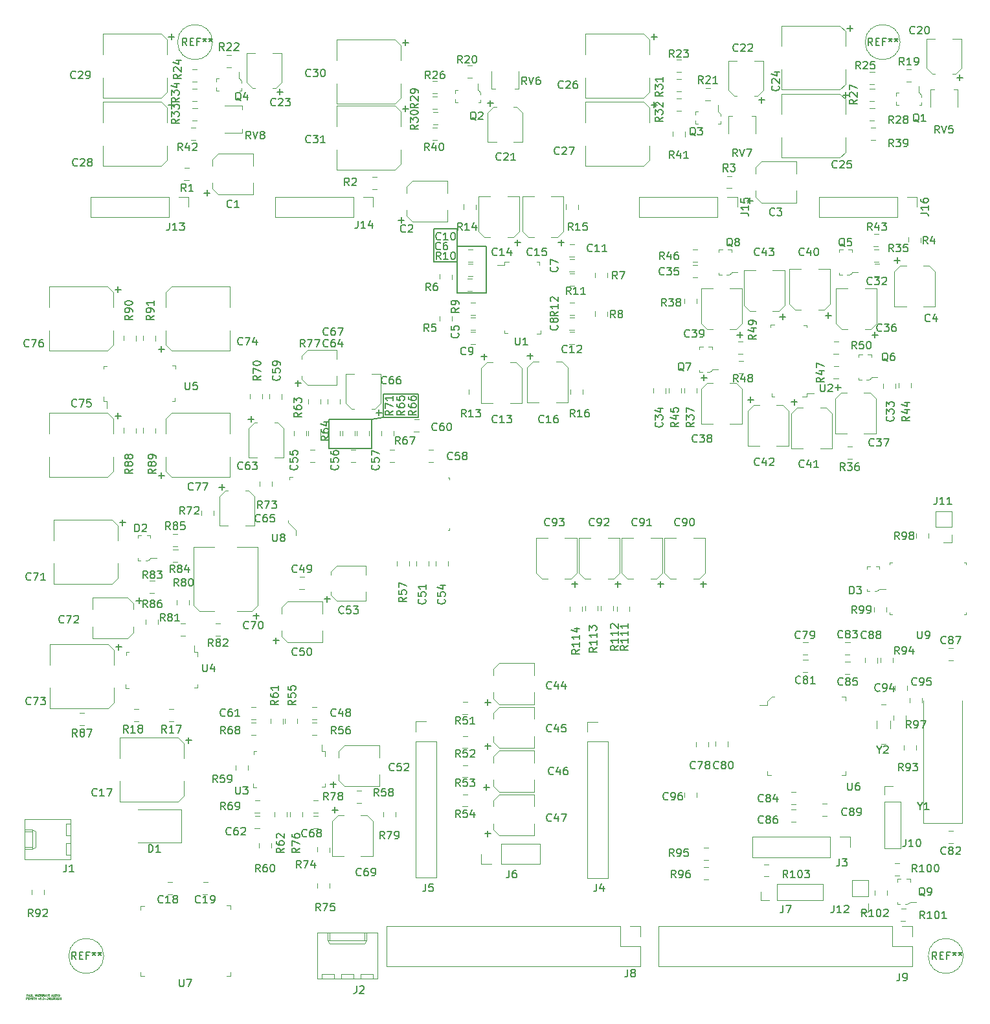
<source format=gbr>
G04 #@! TF.FileFunction,Legend,Top*
%FSLAX46Y46*%
G04 Gerber Fmt 4.6, Leading zero omitted, Abs format (unit mm)*
G04 Created by KiCad (PCBNEW 4.0.7) date 02/28/19 19:31:31*
%MOMM*%
%LPD*%
G01*
G04 APERTURE LIST*
%ADD10C,0.100000*%
%ADD11C,0.200000*%
%ADD12C,0.063500*%
%ADD13C,0.120000*%
%ADD14C,0.150000*%
G04 APERTURE END LIST*
D10*
D11*
X76454000Y-52070000D02*
X80264000Y-52070000D01*
X76454000Y-58166000D02*
X76454000Y-52070000D01*
X80264000Y-58166000D02*
X76454000Y-58166000D01*
X80264000Y-52070000D02*
X80264000Y-58166000D01*
X76454000Y-49784000D02*
X73406000Y-49784000D01*
X76454000Y-54102000D02*
X76454000Y-49784000D01*
X73406000Y-54102000D02*
X76454000Y-54102000D01*
X73406000Y-49784000D02*
X73406000Y-54102000D01*
X66802000Y-71374000D02*
X66802000Y-74422000D01*
X71374000Y-71374000D02*
X66802000Y-71374000D01*
X71374000Y-74422000D02*
X71374000Y-71374000D01*
X66802000Y-74422000D02*
X71374000Y-74422000D01*
X65278000Y-74676000D02*
X66802000Y-74422000D01*
X65278000Y-74676000D02*
X59690000Y-74676000D01*
X65278000Y-78486000D02*
X65278000Y-74676000D01*
X59690000Y-78486000D02*
X65278000Y-78486000D01*
X59690000Y-78232000D02*
X59690000Y-78486000D01*
X59690000Y-74676000D02*
X59690000Y-78232000D01*
D12*
X20102286Y-150006655D02*
X20102286Y-149752655D01*
X20199048Y-149752655D01*
X20223239Y-149764750D01*
X20235334Y-149776845D01*
X20247429Y-149801036D01*
X20247429Y-149837321D01*
X20235334Y-149861512D01*
X20223239Y-149873607D01*
X20199048Y-149885702D01*
X20102286Y-149885702D01*
X20344191Y-149934083D02*
X20465143Y-149934083D01*
X20320000Y-150006655D02*
X20404667Y-149752655D01*
X20489334Y-150006655D01*
X20574000Y-149752655D02*
X20574000Y-149958274D01*
X20586095Y-149982464D01*
X20598191Y-149994560D01*
X20622381Y-150006655D01*
X20670762Y-150006655D01*
X20694953Y-149994560D01*
X20707048Y-149982464D01*
X20719143Y-149958274D01*
X20719143Y-149752655D01*
X20961048Y-150006655D02*
X20840095Y-150006655D01*
X20840095Y-149752655D01*
X21239238Y-150006655D02*
X21239238Y-149752655D01*
X21323905Y-149934083D01*
X21408572Y-149752655D01*
X21408572Y-150006655D01*
X21529524Y-149752655D02*
X21529524Y-149958274D01*
X21541619Y-149982464D01*
X21553715Y-149994560D01*
X21577905Y-150006655D01*
X21626286Y-150006655D01*
X21650477Y-149994560D01*
X21662572Y-149982464D01*
X21674667Y-149958274D01*
X21674667Y-149752655D01*
X21783524Y-149994560D02*
X21819810Y-150006655D01*
X21880286Y-150006655D01*
X21904476Y-149994560D01*
X21916572Y-149982464D01*
X21928667Y-149958274D01*
X21928667Y-149934083D01*
X21916572Y-149909893D01*
X21904476Y-149897798D01*
X21880286Y-149885702D01*
X21831905Y-149873607D01*
X21807714Y-149861512D01*
X21795619Y-149849417D01*
X21783524Y-149825226D01*
X21783524Y-149801036D01*
X21795619Y-149776845D01*
X21807714Y-149764750D01*
X21831905Y-149752655D01*
X21892381Y-149752655D01*
X21928667Y-149764750D01*
X22170572Y-149764750D02*
X22146381Y-149752655D01*
X22110096Y-149752655D01*
X22073810Y-149764750D01*
X22049619Y-149788940D01*
X22037524Y-149813131D01*
X22025429Y-149861512D01*
X22025429Y-149897798D01*
X22037524Y-149946179D01*
X22049619Y-149970369D01*
X22073810Y-149994560D01*
X22110096Y-150006655D01*
X22134286Y-150006655D01*
X22170572Y-149994560D01*
X22182667Y-149982464D01*
X22182667Y-149897798D01*
X22134286Y-149897798D01*
X22436667Y-150006655D02*
X22352000Y-149885702D01*
X22291524Y-150006655D02*
X22291524Y-149752655D01*
X22388286Y-149752655D01*
X22412477Y-149764750D01*
X22424572Y-149776845D01*
X22436667Y-149801036D01*
X22436667Y-149837321D01*
X22424572Y-149861512D01*
X22412477Y-149873607D01*
X22388286Y-149885702D01*
X22291524Y-149885702D01*
X22533429Y-149934083D02*
X22654381Y-149934083D01*
X22509238Y-150006655D02*
X22593905Y-149752655D01*
X22678572Y-150006655D01*
X22726952Y-149752655D02*
X22811619Y-150006655D01*
X22896286Y-149752655D01*
X22980952Y-149873607D02*
X23065619Y-149873607D01*
X23101905Y-150006655D02*
X22980952Y-150006655D01*
X22980952Y-149752655D01*
X23101905Y-149752655D01*
X23392191Y-149934083D02*
X23513143Y-149934083D01*
X23368000Y-150006655D02*
X23452667Y-149752655D01*
X23537334Y-150006655D01*
X23622000Y-149752655D02*
X23622000Y-149958274D01*
X23634095Y-149982464D01*
X23646191Y-149994560D01*
X23670381Y-150006655D01*
X23718762Y-150006655D01*
X23742953Y-149994560D01*
X23755048Y-149982464D01*
X23767143Y-149958274D01*
X23767143Y-149752655D01*
X23888095Y-150006655D02*
X23888095Y-149752655D01*
X23948571Y-149752655D01*
X23984857Y-149764750D01*
X24009048Y-149788940D01*
X24021143Y-149813131D01*
X24033238Y-149861512D01*
X24033238Y-149897798D01*
X24021143Y-149946179D01*
X24009048Y-149970369D01*
X23984857Y-149994560D01*
X23948571Y-150006655D01*
X23888095Y-150006655D01*
X24142095Y-150006655D02*
X24142095Y-149752655D01*
X24311428Y-149752655D02*
X24359809Y-149752655D01*
X24384000Y-149764750D01*
X24408190Y-149788940D01*
X24420285Y-149837321D01*
X24420285Y-149921988D01*
X24408190Y-149970369D01*
X24384000Y-149994560D01*
X24359809Y-150006655D01*
X24311428Y-150006655D01*
X24287238Y-149994560D01*
X24263047Y-149970369D01*
X24250952Y-149921988D01*
X24250952Y-149837321D01*
X24263047Y-149788940D01*
X24287238Y-149764750D01*
X24311428Y-149752655D01*
X20072047Y-150451155D02*
X20072047Y-150197155D01*
X20168809Y-150197155D01*
X20193000Y-150209250D01*
X20205095Y-150221345D01*
X20217190Y-150245536D01*
X20217190Y-150281821D01*
X20205095Y-150306012D01*
X20193000Y-150318107D01*
X20168809Y-150330202D01*
X20072047Y-150330202D01*
X20313952Y-150439060D02*
X20350238Y-150451155D01*
X20410714Y-150451155D01*
X20434904Y-150439060D01*
X20447000Y-150426964D01*
X20459095Y-150402774D01*
X20459095Y-150378583D01*
X20447000Y-150354393D01*
X20434904Y-150342298D01*
X20410714Y-150330202D01*
X20362333Y-150318107D01*
X20338142Y-150306012D01*
X20326047Y-150293917D01*
X20313952Y-150269726D01*
X20313952Y-150245536D01*
X20326047Y-150221345D01*
X20338142Y-150209250D01*
X20362333Y-150197155D01*
X20422809Y-150197155D01*
X20459095Y-150209250D01*
X20616333Y-150330202D02*
X20616333Y-150451155D01*
X20531666Y-150197155D02*
X20616333Y-150330202D01*
X20701000Y-150197155D01*
X20785666Y-150451155D02*
X20785666Y-150197155D01*
X20930809Y-150451155D01*
X20930809Y-150197155D01*
X21015475Y-150197155D02*
X21160618Y-150197155D01*
X21088047Y-150451155D02*
X21088047Y-150197155D01*
X21245285Y-150451155D02*
X21245285Y-150197155D01*
X21245285Y-150318107D02*
X21390428Y-150318107D01*
X21390428Y-150451155D02*
X21390428Y-150197155D01*
X21680714Y-150281821D02*
X21741190Y-150451155D01*
X21801666Y-150281821D01*
X22031476Y-150451155D02*
X21886333Y-150451155D01*
X21958904Y-150451155D02*
X21958904Y-150197155D01*
X21934714Y-150233440D01*
X21910523Y-150257631D01*
X21886333Y-150269726D01*
X22140333Y-150426964D02*
X22152428Y-150439060D01*
X22140333Y-150451155D01*
X22128238Y-150439060D01*
X22140333Y-150426964D01*
X22140333Y-150451155D01*
X22309666Y-150197155D02*
X22333857Y-150197155D01*
X22358047Y-150209250D01*
X22370142Y-150221345D01*
X22382238Y-150245536D01*
X22394333Y-150293917D01*
X22394333Y-150354393D01*
X22382238Y-150402774D01*
X22370142Y-150426964D01*
X22358047Y-150439060D01*
X22333857Y-150451155D01*
X22309666Y-150451155D01*
X22285476Y-150439060D01*
X22273380Y-150426964D01*
X22261285Y-150402774D01*
X22249190Y-150354393D01*
X22249190Y-150293917D01*
X22261285Y-150245536D01*
X22273380Y-150221345D01*
X22285476Y-150209250D01*
X22309666Y-150197155D01*
X22503190Y-150354393D02*
X22696714Y-150354393D01*
X22805571Y-150221345D02*
X22817666Y-150209250D01*
X22841857Y-150197155D01*
X22902333Y-150197155D01*
X22926523Y-150209250D01*
X22938619Y-150221345D01*
X22950714Y-150245536D01*
X22950714Y-150269726D01*
X22938619Y-150306012D01*
X22793476Y-150451155D01*
X22950714Y-150451155D01*
X23107952Y-150197155D02*
X23132143Y-150197155D01*
X23156333Y-150209250D01*
X23168428Y-150221345D01*
X23180524Y-150245536D01*
X23192619Y-150293917D01*
X23192619Y-150354393D01*
X23180524Y-150402774D01*
X23168428Y-150426964D01*
X23156333Y-150439060D01*
X23132143Y-150451155D01*
X23107952Y-150451155D01*
X23083762Y-150439060D01*
X23071666Y-150426964D01*
X23059571Y-150402774D01*
X23047476Y-150354393D01*
X23047476Y-150293917D01*
X23059571Y-150245536D01*
X23071666Y-150221345D01*
X23083762Y-150209250D01*
X23107952Y-150197155D01*
X23434524Y-150451155D02*
X23289381Y-150451155D01*
X23361952Y-150451155D02*
X23361952Y-150197155D01*
X23337762Y-150233440D01*
X23313571Y-150257631D01*
X23289381Y-150269726D01*
X23555476Y-150451155D02*
X23603857Y-150451155D01*
X23628048Y-150439060D01*
X23640143Y-150426964D01*
X23664334Y-150390679D01*
X23676429Y-150342298D01*
X23676429Y-150245536D01*
X23664334Y-150221345D01*
X23652238Y-150209250D01*
X23628048Y-150197155D01*
X23579667Y-150197155D01*
X23555476Y-150209250D01*
X23543381Y-150221345D01*
X23531286Y-150245536D01*
X23531286Y-150306012D01*
X23543381Y-150330202D01*
X23555476Y-150342298D01*
X23579667Y-150354393D01*
X23628048Y-150354393D01*
X23652238Y-150342298D01*
X23664334Y-150330202D01*
X23676429Y-150306012D01*
X23833667Y-150197155D02*
X23857858Y-150197155D01*
X23882048Y-150209250D01*
X23894143Y-150221345D01*
X23906239Y-150245536D01*
X23918334Y-150293917D01*
X23918334Y-150354393D01*
X23906239Y-150402774D01*
X23894143Y-150426964D01*
X23882048Y-150439060D01*
X23857858Y-150451155D01*
X23833667Y-150451155D01*
X23809477Y-150439060D01*
X23797381Y-150426964D01*
X23785286Y-150402774D01*
X23773191Y-150354393D01*
X23773191Y-150293917D01*
X23785286Y-150245536D01*
X23797381Y-150221345D01*
X23809477Y-150209250D01*
X23833667Y-150197155D01*
X24015096Y-150221345D02*
X24027191Y-150209250D01*
X24051382Y-150197155D01*
X24111858Y-150197155D01*
X24136048Y-150209250D01*
X24148144Y-150221345D01*
X24160239Y-150245536D01*
X24160239Y-150269726D01*
X24148144Y-150306012D01*
X24003001Y-150451155D01*
X24160239Y-150451155D01*
X24257001Y-150221345D02*
X24269096Y-150209250D01*
X24293287Y-150197155D01*
X24353763Y-150197155D01*
X24377953Y-150209250D01*
X24390049Y-150221345D01*
X24402144Y-150245536D01*
X24402144Y-150269726D01*
X24390049Y-150306012D01*
X24244906Y-150451155D01*
X24402144Y-150451155D01*
X24547287Y-150306012D02*
X24523096Y-150293917D01*
X24511001Y-150281821D01*
X24498906Y-150257631D01*
X24498906Y-150245536D01*
X24511001Y-150221345D01*
X24523096Y-150209250D01*
X24547287Y-150197155D01*
X24595668Y-150197155D01*
X24619858Y-150209250D01*
X24631954Y-150221345D01*
X24644049Y-150245536D01*
X24644049Y-150257631D01*
X24631954Y-150281821D01*
X24619858Y-150293917D01*
X24595668Y-150306012D01*
X24547287Y-150306012D01*
X24523096Y-150318107D01*
X24511001Y-150330202D01*
X24498906Y-150354393D01*
X24498906Y-150402774D01*
X24511001Y-150426964D01*
X24523096Y-150439060D01*
X24547287Y-150451155D01*
X24595668Y-150451155D01*
X24619858Y-150439060D01*
X24631954Y-150426964D01*
X24644049Y-150402774D01*
X24644049Y-150354393D01*
X24631954Y-150330202D01*
X24619858Y-150318107D01*
X24595668Y-150306012D01*
D10*
X142695500Y-93364000D02*
X142995500Y-93364000D01*
X142995500Y-93364000D02*
X142995500Y-93664000D01*
X142695500Y-100164000D02*
X142995500Y-100164000D01*
X142995500Y-100164000D02*
X142995500Y-99864000D01*
X133295500Y-100164000D02*
X132995500Y-100164000D01*
X132995500Y-100164000D02*
X132995500Y-99864000D01*
X133295500Y-93364000D02*
X132995500Y-93364000D01*
X132995500Y-93364000D02*
X132995500Y-93664000D01*
D13*
X44450000Y-25400000D02*
G75*
G03X44450000Y-25400000I-2286000J0D01*
G01*
X134366000Y-25400000D02*
G75*
G03X134366000Y-25400000I-2286000J0D01*
G01*
X142621000Y-144780000D02*
G75*
G03X142621000Y-144780000I-2286000J0D01*
G01*
X102810000Y-140910000D02*
X102810000Y-146110000D01*
X133350000Y-140910000D02*
X102810000Y-140910000D01*
X135950000Y-146110000D02*
X102810000Y-146110000D01*
X133350000Y-140910000D02*
X133350000Y-143510000D01*
X133350000Y-143510000D02*
X135950000Y-143510000D01*
X135950000Y-143510000D02*
X135950000Y-146110000D01*
X134620000Y-140910000D02*
X135950000Y-140910000D01*
X135950000Y-140910000D02*
X135950000Y-142240000D01*
D10*
X117896500Y-110916000D02*
X117596500Y-110916000D01*
X117596500Y-110916000D02*
X116996500Y-111516000D01*
X116996500Y-111516000D02*
X116996500Y-112016000D01*
X116996500Y-112016000D02*
X115996500Y-112016000D01*
X116996500Y-121116000D02*
X116996500Y-120616000D01*
X116996500Y-121116000D02*
X117496500Y-121116000D01*
X127196500Y-110916000D02*
X126696500Y-110916000D01*
X127196500Y-110916000D02*
X127196500Y-111416000D01*
X127196500Y-121116000D02*
X126696500Y-121116000D01*
X127196500Y-121116000D02*
X127196500Y-120616000D01*
D13*
X111812500Y-117396000D02*
X111812500Y-116796000D01*
X110212500Y-117376000D02*
X110212500Y-116776000D01*
X122288500Y-106116000D02*
X121688500Y-106116000D01*
X122268500Y-107716000D02*
X121668500Y-107716000D01*
X127168500Y-107970000D02*
X127768500Y-107970000D01*
X127188500Y-106370000D02*
X127788500Y-106370000D01*
X109272500Y-117430000D02*
X109272500Y-116830000D01*
X107672500Y-117410000D02*
X107672500Y-116810000D01*
X137418500Y-111430000D02*
X137418500Y-127405000D01*
X137418500Y-127405000D02*
X142518500Y-127405000D01*
X142518500Y-127405000D02*
X142518500Y-111430000D01*
X140664500Y-130068000D02*
X141264500Y-130068000D01*
X140684500Y-128468000D02*
X141284500Y-128468000D01*
X140664500Y-106192000D02*
X141264500Y-106192000D01*
X140684500Y-104592000D02*
X141284500Y-104592000D01*
X134850500Y-117264000D02*
X134850500Y-117864000D01*
X136450500Y-117284000D02*
X136450500Y-117884000D01*
X115016500Y-129208000D02*
X115016500Y-131868000D01*
X125236500Y-129208000D02*
X115016500Y-129208000D01*
X125236500Y-131868000D02*
X115016500Y-131868000D01*
X125236500Y-129208000D02*
X125236500Y-131868000D01*
X126506500Y-129208000D02*
X127836500Y-129208000D01*
X127836500Y-129208000D02*
X127836500Y-130538000D01*
X120730500Y-123388000D02*
X120130500Y-123388000D01*
X120710500Y-124988000D02*
X120110500Y-124988000D01*
X124794500Y-124866500D02*
X124194500Y-124866500D01*
X124774500Y-126466500D02*
X124174500Y-126466500D01*
X120730500Y-125674000D02*
X120130500Y-125674000D01*
X120710500Y-127274000D02*
X120110500Y-127274000D01*
X127168500Y-105430000D02*
X127768500Y-105430000D01*
X127188500Y-103830000D02*
X127788500Y-103830000D01*
X122288500Y-103830000D02*
X121688500Y-103830000D01*
X122268500Y-105430000D02*
X121668500Y-105430000D01*
X49801500Y-45324000D02*
X49801500Y-43774000D01*
X49801500Y-39984000D02*
X49801500Y-41534000D01*
X44461500Y-40744000D02*
X44461500Y-41534000D01*
X44461500Y-44564000D02*
X44461500Y-43774000D01*
X49801500Y-39984000D02*
X45221500Y-39984000D01*
X45221500Y-39984000D02*
X44461500Y-40744000D01*
X44461500Y-44564000D02*
X45221500Y-45324000D01*
X45221500Y-45324000D02*
X49801500Y-45324000D01*
X75201500Y-48880000D02*
X75201500Y-47330000D01*
X75201500Y-43540000D02*
X75201500Y-45090000D01*
X69861500Y-44300000D02*
X69861500Y-45090000D01*
X69861500Y-48120000D02*
X69861500Y-47330000D01*
X75201500Y-43540000D02*
X70621500Y-43540000D01*
X70621500Y-43540000D02*
X69861500Y-44300000D01*
X69861500Y-48120000D02*
X70621500Y-48880000D01*
X70621500Y-48880000D02*
X75201500Y-48880000D01*
X120780000Y-46358000D02*
X120780000Y-44808000D01*
X120780000Y-41018000D02*
X120780000Y-42568000D01*
X115440000Y-41778000D02*
X115440000Y-42568000D01*
X115440000Y-45598000D02*
X115440000Y-44808000D01*
X120780000Y-41018000D02*
X116200000Y-41018000D01*
X116200000Y-41018000D02*
X115440000Y-41778000D01*
X115440000Y-45598000D02*
X116200000Y-46358000D01*
X116200000Y-46358000D02*
X120780000Y-46358000D01*
X133619000Y-59961500D02*
X135169000Y-59961500D01*
X138959000Y-59961500D02*
X137409000Y-59961500D01*
X138199000Y-54621500D02*
X137409000Y-54621500D01*
X134379000Y-54621500D02*
X135169000Y-54621500D01*
X138959000Y-59961500D02*
X138959000Y-55381500D01*
X138959000Y-55381500D02*
X138199000Y-54621500D01*
X134379000Y-54621500D02*
X133619000Y-55381500D01*
X133619000Y-55381500D02*
X133619000Y-59961500D01*
X78840000Y-61366500D02*
X78240000Y-61366500D01*
X78820000Y-62966500D02*
X78220000Y-62966500D01*
X78475800Y-54381500D02*
X77875800Y-54381500D01*
X78455800Y-55981500D02*
X77855800Y-55981500D01*
X91120000Y-55346500D02*
X91720000Y-55346500D01*
X91140000Y-53746500D02*
X91740000Y-53746500D01*
X91120000Y-62966500D02*
X91720000Y-62966500D01*
X91140000Y-61366500D02*
X91740000Y-61366500D01*
X78840000Y-63271500D02*
X78240000Y-63271500D01*
X78820000Y-64871500D02*
X78220000Y-64871500D01*
X78475800Y-52476500D02*
X77875800Y-52476500D01*
X78455800Y-54076500D02*
X77855800Y-54076500D01*
X91120000Y-53441500D02*
X91720000Y-53441500D01*
X91140000Y-51841500D02*
X91740000Y-51841500D01*
X91120000Y-64871500D02*
X91720000Y-64871500D01*
X91140000Y-63271500D02*
X91740000Y-63271500D01*
X79575200Y-72532700D02*
X81125200Y-72532700D01*
X84915200Y-72532700D02*
X83365200Y-72532700D01*
X84155200Y-67192700D02*
X83365200Y-67192700D01*
X80335200Y-67192700D02*
X81125200Y-67192700D01*
X84915200Y-72532700D02*
X84915200Y-67952700D01*
X84915200Y-67952700D02*
X84155200Y-67192700D01*
X80335200Y-67192700D02*
X79575200Y-67952700D01*
X79575200Y-67952700D02*
X79575200Y-72532700D01*
X84585000Y-45526500D02*
X83035000Y-45526500D01*
X79245000Y-45526500D02*
X80795000Y-45526500D01*
X80005000Y-50866500D02*
X80795000Y-50866500D01*
X83825000Y-50866500D02*
X83035000Y-50866500D01*
X79245000Y-45526500D02*
X79245000Y-50106500D01*
X79245000Y-50106500D02*
X80005000Y-50866500D01*
X83825000Y-50866500D02*
X84585000Y-50106500D01*
X84585000Y-50106500D02*
X84585000Y-45526500D01*
X90300000Y-45526500D02*
X88750000Y-45526500D01*
X84960000Y-45526500D02*
X86510000Y-45526500D01*
X85720000Y-50866500D02*
X86510000Y-50866500D01*
X89540000Y-50866500D02*
X88750000Y-50866500D01*
X84960000Y-45526500D02*
X84960000Y-50106500D01*
X84960000Y-50106500D02*
X85720000Y-50866500D01*
X89540000Y-50866500D02*
X90300000Y-50106500D01*
X90300000Y-50106500D02*
X90300000Y-45526500D01*
X85595000Y-72456500D02*
X87145000Y-72456500D01*
X90935000Y-72456500D02*
X89385000Y-72456500D01*
X90175000Y-67116500D02*
X89385000Y-67116500D01*
X86355000Y-67116500D02*
X87145000Y-67116500D01*
X90935000Y-72456500D02*
X90935000Y-67876500D01*
X90935000Y-67876500D02*
X90175000Y-67116500D01*
X86355000Y-67116500D02*
X85595000Y-67876500D01*
X85595000Y-67876500D02*
X85595000Y-72456500D01*
X32337000Y-116251500D02*
X32337000Y-118931500D01*
X32337000Y-124631500D02*
X32337000Y-121951500D01*
X40717000Y-123871500D02*
X40717000Y-121951500D01*
X40717000Y-117011500D02*
X40717000Y-118931500D01*
X32337000Y-116251500D02*
X39957000Y-116251500D01*
X39957000Y-116251500D02*
X40717000Y-117011500D01*
X40717000Y-123871500D02*
X39957000Y-124631500D01*
X39957000Y-124631500D02*
X32337000Y-124631500D01*
X38560000Y-136704500D02*
X39160000Y-136704500D01*
X38580000Y-135104500D02*
X39180000Y-135104500D01*
X43806000Y-135104500D02*
X43206000Y-135104500D01*
X43786000Y-136704500D02*
X43186000Y-136704500D01*
X137781000Y-24951500D02*
X138951000Y-24951500D01*
X142351000Y-24951500D02*
X141181000Y-24951500D01*
X141591000Y-29531500D02*
X141181000Y-29531500D01*
X138541000Y-29531500D02*
X138951000Y-29531500D01*
X137781000Y-28761500D02*
X137781000Y-24951500D01*
X137781000Y-28761500D02*
X138541000Y-29531500D01*
X142351000Y-28761500D02*
X142351000Y-24951500D01*
X142351000Y-28761500D02*
X141591000Y-29531500D01*
X84977000Y-38443500D02*
X83807000Y-38443500D01*
X80407000Y-38443500D02*
X81577000Y-38443500D01*
X81167000Y-33863500D02*
X81577000Y-33863500D01*
X84217000Y-33863500D02*
X83807000Y-33863500D01*
X84977000Y-34633500D02*
X84977000Y-38443500D01*
X84977000Y-34633500D02*
X84217000Y-33863500D01*
X80407000Y-34633500D02*
X80407000Y-38443500D01*
X80407000Y-34633500D02*
X81167000Y-33863500D01*
X111873000Y-27872500D02*
X113043000Y-27872500D01*
X116443000Y-27872500D02*
X115273000Y-27872500D01*
X115683000Y-32452500D02*
X115273000Y-32452500D01*
X112633000Y-32452500D02*
X113043000Y-32452500D01*
X111873000Y-31682500D02*
X111873000Y-27872500D01*
X111873000Y-31682500D02*
X112633000Y-32452500D01*
X116443000Y-31682500D02*
X116443000Y-27872500D01*
X116443000Y-31682500D02*
X115683000Y-32452500D01*
X48881000Y-26834500D02*
X50051000Y-26834500D01*
X53451000Y-26834500D02*
X52281000Y-26834500D01*
X52691000Y-31414500D02*
X52281000Y-31414500D01*
X49641000Y-31414500D02*
X50051000Y-31414500D01*
X48881000Y-30644500D02*
X48881000Y-26834500D01*
X48881000Y-30644500D02*
X49641000Y-31414500D01*
X53451000Y-30644500D02*
X53451000Y-26834500D01*
X53451000Y-30644500D02*
X52691000Y-31414500D01*
X118845506Y-23242000D02*
X118845506Y-25922000D01*
X118845506Y-31622000D02*
X118845506Y-28942000D01*
X127225506Y-30862000D02*
X127225506Y-28942000D01*
X127225506Y-24002000D02*
X127225506Y-25922000D01*
X118845506Y-23242000D02*
X126465506Y-23242000D01*
X126465506Y-23242000D02*
X127225506Y-24002000D01*
X127225506Y-30862000D02*
X126465506Y-31622000D01*
X126465506Y-31622000D02*
X118845506Y-31622000D01*
X118845506Y-32132000D02*
X118845506Y-34812000D01*
X118845506Y-40512000D02*
X118845506Y-37832000D01*
X127225506Y-39752000D02*
X127225506Y-37832000D01*
X127225506Y-32892000D02*
X127225506Y-34812000D01*
X118845506Y-32132000D02*
X126465506Y-32132000D01*
X126465506Y-32132000D02*
X127225506Y-32892000D01*
X127225506Y-39752000D02*
X126465506Y-40512000D01*
X126465506Y-40512000D02*
X118845506Y-40512000D01*
X93219000Y-24321500D02*
X93219000Y-27001500D01*
X93219000Y-32701500D02*
X93219000Y-30021500D01*
X101599000Y-31941500D02*
X101599000Y-30021500D01*
X101599000Y-25081500D02*
X101599000Y-27001500D01*
X93219000Y-24321500D02*
X100839000Y-24321500D01*
X100839000Y-24321500D02*
X101599000Y-25081500D01*
X101599000Y-31941500D02*
X100839000Y-32701500D01*
X100839000Y-32701500D02*
X93219000Y-32701500D01*
X93219000Y-33211500D02*
X93219000Y-35891500D01*
X93219000Y-41591500D02*
X93219000Y-38911500D01*
X101599000Y-40831500D02*
X101599000Y-38911500D01*
X101599000Y-33971500D02*
X101599000Y-35891500D01*
X93219000Y-33211500D02*
X100839000Y-33211500D01*
X100839000Y-33211500D02*
X101599000Y-33971500D01*
X101599000Y-40831500D02*
X100839000Y-41591500D01*
X100839000Y-41591500D02*
X93219000Y-41591500D01*
X30100000Y-33211500D02*
X30100000Y-35891500D01*
X30100000Y-41591500D02*
X30100000Y-38911500D01*
X38480000Y-40831500D02*
X38480000Y-38911500D01*
X38480000Y-33971500D02*
X38480000Y-35891500D01*
X30100000Y-33211500D02*
X37720000Y-33211500D01*
X37720000Y-33211500D02*
X38480000Y-33971500D01*
X38480000Y-40831500D02*
X37720000Y-41591500D01*
X37720000Y-41591500D02*
X30100000Y-41591500D01*
X30100000Y-24321500D02*
X30100000Y-27001500D01*
X30100000Y-32701500D02*
X30100000Y-30021500D01*
X38480000Y-31941500D02*
X38480000Y-30021500D01*
X38480000Y-25081500D02*
X38480000Y-27001500D01*
X30100000Y-24321500D02*
X37720000Y-24321500D01*
X37720000Y-24321500D02*
X38480000Y-25081500D01*
X38480000Y-31941500D02*
X37720000Y-32701500D01*
X37720000Y-32701500D02*
X30100000Y-32701500D01*
X60707000Y-25083500D02*
X60707000Y-27763500D01*
X60707000Y-33463500D02*
X60707000Y-30783500D01*
X69087000Y-32703500D02*
X69087000Y-30783500D01*
X69087000Y-25843500D02*
X69087000Y-27763500D01*
X60707000Y-25083500D02*
X68327000Y-25083500D01*
X68327000Y-25083500D02*
X69087000Y-25843500D01*
X69087000Y-32703500D02*
X68327000Y-33463500D01*
X68327000Y-33463500D02*
X60707000Y-33463500D01*
X60709000Y-33719500D02*
X60709000Y-36399500D01*
X60709000Y-42099500D02*
X60709000Y-39419500D01*
X69089000Y-41339500D02*
X69089000Y-39419500D01*
X69089000Y-34479500D02*
X69089000Y-36399500D01*
X60709000Y-33719500D02*
X68329000Y-33719500D01*
X68329000Y-33719500D02*
X69089000Y-34479500D01*
X69089000Y-41339500D02*
X68329000Y-42099500D01*
X68329000Y-42099500D02*
X60709000Y-42099500D01*
X131545000Y-52476500D02*
X130945000Y-52476500D01*
X131525000Y-54076500D02*
X130925000Y-54076500D01*
X133769000Y-70648500D02*
X133769000Y-70048500D01*
X132169000Y-70628500D02*
X132169000Y-70028500D01*
X103670000Y-71249500D02*
X103670000Y-70649500D01*
X102070000Y-71229500D02*
X102070000Y-70629500D01*
X107889000Y-54508500D02*
X107289000Y-54508500D01*
X107869000Y-56108500D02*
X107269000Y-56108500D01*
X131321000Y-57591500D02*
X129771000Y-57591500D01*
X125981000Y-57591500D02*
X127531000Y-57591500D01*
X126741000Y-62931500D02*
X127531000Y-62931500D01*
X130561000Y-62931500D02*
X129771000Y-62931500D01*
X125981000Y-57591500D02*
X125981000Y-62171500D01*
X125981000Y-62171500D02*
X126741000Y-62931500D01*
X130561000Y-62931500D02*
X131321000Y-62171500D01*
X131321000Y-62171500D02*
X131321000Y-57591500D01*
X125854000Y-76561500D02*
X127404000Y-76561500D01*
X131194000Y-76561500D02*
X129644000Y-76561500D01*
X130434000Y-71221500D02*
X129644000Y-71221500D01*
X126614000Y-71221500D02*
X127404000Y-71221500D01*
X131194000Y-76561500D02*
X131194000Y-71981500D01*
X131194000Y-71981500D02*
X130434000Y-71221500D01*
X126614000Y-71221500D02*
X125854000Y-71981500D01*
X125854000Y-71981500D02*
X125854000Y-76561500D01*
X108328000Y-75291500D02*
X109878000Y-75291500D01*
X113668000Y-75291500D02*
X112118000Y-75291500D01*
X112908000Y-69951500D02*
X112118000Y-69951500D01*
X109088000Y-69951500D02*
X109878000Y-69951500D01*
X113668000Y-75291500D02*
X113668000Y-70711500D01*
X113668000Y-70711500D02*
X112908000Y-69951500D01*
X109088000Y-69951500D02*
X108328000Y-70711500D01*
X108328000Y-70711500D02*
X108328000Y-75291500D01*
X113668000Y-57591500D02*
X112118000Y-57591500D01*
X108328000Y-57591500D02*
X109878000Y-57591500D01*
X109088000Y-62931500D02*
X109878000Y-62931500D01*
X112908000Y-62931500D02*
X112118000Y-62931500D01*
X108328000Y-57591500D02*
X108328000Y-62171500D01*
X108328000Y-62171500D02*
X109088000Y-62931500D01*
X112908000Y-62931500D02*
X113668000Y-62171500D01*
X113668000Y-62171500D02*
X113668000Y-57591500D01*
X125225000Y-55051500D02*
X123675000Y-55051500D01*
X119885000Y-55051500D02*
X121435000Y-55051500D01*
X120645000Y-60391500D02*
X121435000Y-60391500D01*
X124465000Y-60391500D02*
X123675000Y-60391500D01*
X119885000Y-55051500D02*
X119885000Y-59631500D01*
X119885000Y-59631500D02*
X120645000Y-60391500D01*
X124465000Y-60391500D02*
X125225000Y-59631500D01*
X125225000Y-59631500D02*
X125225000Y-55051500D01*
X120139000Y-78466500D02*
X121689000Y-78466500D01*
X125479000Y-78466500D02*
X123929000Y-78466500D01*
X124719000Y-73126500D02*
X123929000Y-73126500D01*
X120899000Y-73126500D02*
X121689000Y-73126500D01*
X125479000Y-78466500D02*
X125479000Y-73886500D01*
X125479000Y-73886500D02*
X124719000Y-73126500D01*
X120899000Y-73126500D02*
X120139000Y-73886500D01*
X120139000Y-73886500D02*
X120139000Y-78466500D01*
X114424000Y-78171500D02*
X115974000Y-78171500D01*
X119764000Y-78171500D02*
X118214000Y-78171500D01*
X119004000Y-72831500D02*
X118214000Y-72831500D01*
X115184000Y-72831500D02*
X115974000Y-72831500D01*
X119764000Y-78171500D02*
X119764000Y-73591500D01*
X119764000Y-73591500D02*
X119004000Y-72831500D01*
X115184000Y-72831500D02*
X114424000Y-73591500D01*
X114424000Y-73591500D02*
X114424000Y-78171500D01*
X119256000Y-55219500D02*
X117706000Y-55219500D01*
X113916000Y-55219500D02*
X115466000Y-55219500D01*
X114676000Y-60559500D02*
X115466000Y-60559500D01*
X118496000Y-60559500D02*
X117706000Y-60559500D01*
X113916000Y-55219500D02*
X113916000Y-59799500D01*
X113916000Y-59799500D02*
X114676000Y-60559500D01*
X118496000Y-60559500D02*
X119256000Y-59799500D01*
X119256000Y-59799500D02*
X119256000Y-55219500D01*
X86490000Y-111890000D02*
X86490000Y-110340000D01*
X86490000Y-106550000D02*
X86490000Y-108100000D01*
X81150000Y-107310000D02*
X81150000Y-108100000D01*
X81150000Y-111130000D02*
X81150000Y-110340000D01*
X86490000Y-106550000D02*
X81910000Y-106550000D01*
X81910000Y-106550000D02*
X81150000Y-107310000D01*
X81150000Y-111130000D02*
X81910000Y-111890000D01*
X81910000Y-111890000D02*
X86490000Y-111890000D01*
X86490000Y-117605000D02*
X86490000Y-116055000D01*
X86490000Y-112265000D02*
X86490000Y-113815000D01*
X81150000Y-113025000D02*
X81150000Y-113815000D01*
X81150000Y-116845000D02*
X81150000Y-116055000D01*
X86490000Y-112265000D02*
X81910000Y-112265000D01*
X81910000Y-112265000D02*
X81150000Y-113025000D01*
X81150000Y-116845000D02*
X81910000Y-117605000D01*
X81910000Y-117605000D02*
X86490000Y-117605000D01*
X86490000Y-123320000D02*
X86490000Y-121770000D01*
X86490000Y-117980000D02*
X86490000Y-119530000D01*
X81150000Y-118740000D02*
X81150000Y-119530000D01*
X81150000Y-122560000D02*
X81150000Y-121770000D01*
X86490000Y-117980000D02*
X81910000Y-117980000D01*
X81910000Y-117980000D02*
X81150000Y-118740000D01*
X81150000Y-122560000D02*
X81910000Y-123320000D01*
X81910000Y-123320000D02*
X86490000Y-123320000D01*
X86490000Y-129035000D02*
X86490000Y-127485000D01*
X86490000Y-123695000D02*
X86490000Y-125245000D01*
X81150000Y-124455000D02*
X81150000Y-125245000D01*
X81150000Y-128275000D02*
X81150000Y-127485000D01*
X86490000Y-123695000D02*
X81910000Y-123695000D01*
X81910000Y-123695000D02*
X81150000Y-124455000D01*
X81150000Y-128275000D02*
X81910000Y-129035000D01*
X81910000Y-129035000D02*
X86490000Y-129035000D01*
X58071000Y-112293500D02*
X57471000Y-112293500D01*
X58051000Y-113893500D02*
X57451000Y-113893500D01*
X55814000Y-96875500D02*
X56414000Y-96875500D01*
X55834000Y-95275500D02*
X56434000Y-95275500D01*
X58804000Y-103825500D02*
X58804000Y-102275500D01*
X58804000Y-98485500D02*
X58804000Y-100035500D01*
X53464000Y-99245500D02*
X53464000Y-100035500D01*
X53464000Y-103065500D02*
X53464000Y-102275500D01*
X58804000Y-98485500D02*
X54224000Y-98485500D01*
X54224000Y-98485500D02*
X53464000Y-99245500D01*
X53464000Y-103065500D02*
X54224000Y-103825500D01*
X54224000Y-103825500D02*
X58804000Y-103825500D01*
X71082000Y-93215500D02*
X71082000Y-93815500D01*
X72682000Y-93235500D02*
X72682000Y-93835500D01*
X66297000Y-122621500D02*
X66297000Y-121071500D01*
X66297000Y-117281500D02*
X66297000Y-118831500D01*
X60957000Y-118041500D02*
X60957000Y-118831500D01*
X60957000Y-121861500D02*
X60957000Y-121071500D01*
X66297000Y-117281500D02*
X61717000Y-117281500D01*
X61717000Y-117281500D02*
X60957000Y-118041500D01*
X60957000Y-121861500D02*
X61717000Y-122621500D01*
X61717000Y-122621500D02*
X66297000Y-122621500D01*
X64520000Y-98365500D02*
X64520000Y-97195500D01*
X64520000Y-93785500D02*
X64520000Y-94955500D01*
X59940000Y-94555500D02*
X59940000Y-94955500D01*
X59940000Y-97595500D02*
X59940000Y-97195500D01*
X60710000Y-98365500D02*
X64520000Y-98365500D01*
X60710000Y-98365500D02*
X59940000Y-97595500D01*
X60710000Y-93785500D02*
X64520000Y-93785500D01*
X60710000Y-93785500D02*
X59940000Y-94555500D01*
X73622000Y-93215500D02*
X73622000Y-93815500D01*
X75222000Y-93235500D02*
X75222000Y-93835500D01*
X57211000Y-80238500D02*
X57811000Y-80238500D01*
X57231000Y-78638500D02*
X57831000Y-78638500D01*
X62545000Y-80238500D02*
X63145000Y-80238500D01*
X62565000Y-78638500D02*
X63165000Y-78638500D01*
X67625000Y-80238500D02*
X68225000Y-80238500D01*
X67645000Y-78638500D02*
X68245000Y-78638500D01*
X72705000Y-80238500D02*
X73305000Y-80238500D01*
X72725000Y-78638500D02*
X73325000Y-78638500D01*
X53505000Y-72011500D02*
X53505000Y-71411500D01*
X51905000Y-71991500D02*
X51905000Y-71391500D01*
X70800000Y-76301500D02*
X71400000Y-76301500D01*
X70820000Y-74701500D02*
X71420000Y-74701500D01*
X49498000Y-113893500D02*
X50098000Y-113893500D01*
X49518000Y-112293500D02*
X50118000Y-112293500D01*
X49972000Y-128117500D02*
X50572000Y-128117500D01*
X49992000Y-126517500D02*
X50592000Y-126517500D01*
X49145000Y-79696500D02*
X50315000Y-79696500D01*
X53725000Y-79696500D02*
X52555000Y-79696500D01*
X52955000Y-75116500D02*
X52555000Y-75116500D01*
X49915000Y-75116500D02*
X50315000Y-75116500D01*
X49145000Y-75886500D02*
X49145000Y-79696500D01*
X49145000Y-75886500D02*
X49915000Y-75116500D01*
X53725000Y-75886500D02*
X53725000Y-79696500D01*
X53725000Y-75886500D02*
X52955000Y-75116500D01*
X61125000Y-72646500D02*
X61125000Y-72046500D01*
X59525000Y-72626500D02*
X59525000Y-72026500D01*
X45335000Y-88586500D02*
X46505000Y-88586500D01*
X49915000Y-88586500D02*
X48745000Y-88586500D01*
X49145000Y-84006500D02*
X48745000Y-84006500D01*
X46105000Y-84006500D02*
X46505000Y-84006500D01*
X45335000Y-84776500D02*
X45335000Y-88586500D01*
X45335000Y-84776500D02*
X46105000Y-84006500D01*
X49915000Y-84776500D02*
X49915000Y-88586500D01*
X49915000Y-84776500D02*
X49145000Y-84006500D01*
X66425000Y-68766500D02*
X65255000Y-68766500D01*
X61845000Y-68766500D02*
X63015000Y-68766500D01*
X62615000Y-73346500D02*
X63015000Y-73346500D01*
X65655000Y-73346500D02*
X65255000Y-73346500D01*
X66425000Y-72576500D02*
X66425000Y-68766500D01*
X66425000Y-72576500D02*
X65655000Y-73346500D01*
X61845000Y-72576500D02*
X61845000Y-68766500D01*
X61845000Y-72576500D02*
X62615000Y-73346500D01*
X60710000Y-70171500D02*
X60710000Y-69001500D01*
X60710000Y-65591500D02*
X60710000Y-66761500D01*
X56130000Y-66361500D02*
X56130000Y-66761500D01*
X56130000Y-69401500D02*
X56130000Y-69001500D01*
X56900000Y-70171500D02*
X60710000Y-70171500D01*
X56900000Y-70171500D02*
X56130000Y-69401500D01*
X56900000Y-65591500D02*
X60710000Y-65591500D01*
X56900000Y-65591500D02*
X56130000Y-66361500D01*
X58232000Y-126517500D02*
X57632000Y-126517500D01*
X58212000Y-128117500D02*
X57612000Y-128117500D01*
X60068000Y-131765500D02*
X61618000Y-131765500D01*
X65408000Y-131765500D02*
X63858000Y-131765500D01*
X64648000Y-126425500D02*
X63858000Y-126425500D01*
X60828000Y-126425500D02*
X61618000Y-126425500D01*
X65408000Y-131765500D02*
X65408000Y-127185500D01*
X65408000Y-127185500D02*
X64648000Y-126425500D01*
X60828000Y-126425500D02*
X60068000Y-127185500D01*
X60068000Y-127185500D02*
X60068000Y-131765500D01*
X50369000Y-91359500D02*
X47689000Y-91359500D01*
X41989000Y-91359500D02*
X44669000Y-91359500D01*
X42749000Y-99739500D02*
X44669000Y-99739500D01*
X49609000Y-99739500D02*
X47689000Y-99739500D01*
X50369000Y-91359500D02*
X50369000Y-98979500D01*
X50369000Y-98979500D02*
X49609000Y-99739500D01*
X42749000Y-99739500D02*
X41989000Y-98979500D01*
X41989000Y-98979500D02*
X41989000Y-91359500D01*
X23701000Y-87803500D02*
X23701000Y-90483500D01*
X23701000Y-96183500D02*
X23701000Y-93503500D01*
X32081000Y-95423500D02*
X32081000Y-93503500D01*
X32081000Y-88563500D02*
X32081000Y-90483500D01*
X23701000Y-87803500D02*
X31321000Y-87803500D01*
X31321000Y-87803500D02*
X32081000Y-88563500D01*
X32081000Y-95423500D02*
X31321000Y-96183500D01*
X31321000Y-96183500D02*
X23701000Y-96183500D01*
X28777000Y-97959500D02*
X28777000Y-99509500D01*
X28777000Y-103299500D02*
X28777000Y-101749500D01*
X34117000Y-102539500D02*
X34117000Y-101749500D01*
X34117000Y-98719500D02*
X34117000Y-99509500D01*
X28777000Y-103299500D02*
X33357000Y-103299500D01*
X33357000Y-103299500D02*
X34117000Y-102539500D01*
X34117000Y-98719500D02*
X33357000Y-97959500D01*
X33357000Y-97959500D02*
X28777000Y-97959500D01*
X23193000Y-104059500D02*
X23193000Y-106739500D01*
X23193000Y-112439500D02*
X23193000Y-109759500D01*
X31573000Y-111679500D02*
X31573000Y-109759500D01*
X31573000Y-104819500D02*
X31573000Y-106739500D01*
X23193000Y-104059500D02*
X30813000Y-104059500D01*
X30813000Y-104059500D02*
X31573000Y-104819500D01*
X31573000Y-111679500D02*
X30813000Y-112439500D01*
X30813000Y-112439500D02*
X23193000Y-112439500D01*
X46735000Y-65721500D02*
X46735000Y-63041500D01*
X46735000Y-57341500D02*
X46735000Y-60021500D01*
X38355000Y-58101500D02*
X38355000Y-60021500D01*
X38355000Y-64961500D02*
X38355000Y-63041500D01*
X46735000Y-65721500D02*
X39115000Y-65721500D01*
X39115000Y-65721500D02*
X38355000Y-64961500D01*
X38355000Y-58101500D02*
X39115000Y-57341500D01*
X39115000Y-57341500D02*
X46735000Y-57341500D01*
X23115000Y-73851500D02*
X23115000Y-76531500D01*
X23115000Y-82231500D02*
X23115000Y-79551500D01*
X31495000Y-81471500D02*
X31495000Y-79551500D01*
X31495000Y-74611500D02*
X31495000Y-76531500D01*
X23115000Y-73851500D02*
X30735000Y-73851500D01*
X30735000Y-73851500D02*
X31495000Y-74611500D01*
X31495000Y-81471500D02*
X30735000Y-82231500D01*
X30735000Y-82231500D02*
X23115000Y-82231500D01*
X23115000Y-57341500D02*
X23115000Y-60021500D01*
X23115000Y-65721500D02*
X23115000Y-63041500D01*
X31495000Y-64961500D02*
X31495000Y-63041500D01*
X31495000Y-58101500D02*
X31495000Y-60021500D01*
X23115000Y-57341500D02*
X30735000Y-57341500D01*
X30735000Y-57341500D02*
X31495000Y-58101500D01*
X31495000Y-64961500D02*
X30735000Y-65721500D01*
X30735000Y-65721500D02*
X23115000Y-65721500D01*
X46735000Y-82231500D02*
X46735000Y-79551500D01*
X46735000Y-73851500D02*
X46735000Y-76531500D01*
X38355000Y-74611500D02*
X38355000Y-76531500D01*
X38355000Y-81471500D02*
X38355000Y-79551500D01*
X46735000Y-82231500D02*
X39115000Y-82231500D01*
X39115000Y-82231500D02*
X38355000Y-81471500D01*
X38355000Y-74611500D02*
X39115000Y-73851500D01*
X39115000Y-73851500D02*
X46735000Y-73851500D01*
X108856500Y-90149000D02*
X107306500Y-90149000D01*
X103516500Y-90149000D02*
X105066500Y-90149000D01*
X104276500Y-95489000D02*
X105066500Y-95489000D01*
X108096500Y-95489000D02*
X107306500Y-95489000D01*
X103516500Y-90149000D02*
X103516500Y-94729000D01*
X103516500Y-94729000D02*
X104276500Y-95489000D01*
X108096500Y-95489000D02*
X108856500Y-94729000D01*
X108856500Y-94729000D02*
X108856500Y-90149000D01*
X103268500Y-90149000D02*
X101718500Y-90149000D01*
X97928500Y-90149000D02*
X99478500Y-90149000D01*
X98688500Y-95489000D02*
X99478500Y-95489000D01*
X102508500Y-95489000D02*
X101718500Y-95489000D01*
X97928500Y-90149000D02*
X97928500Y-94729000D01*
X97928500Y-94729000D02*
X98688500Y-95489000D01*
X102508500Y-95489000D02*
X103268500Y-94729000D01*
X103268500Y-94729000D02*
X103268500Y-90149000D01*
X97680500Y-90149000D02*
X96130500Y-90149000D01*
X92340500Y-90149000D02*
X93890500Y-90149000D01*
X93100500Y-95489000D02*
X93890500Y-95489000D01*
X96920500Y-95489000D02*
X96130500Y-95489000D01*
X92340500Y-90149000D02*
X92340500Y-94729000D01*
X92340500Y-94729000D02*
X93100500Y-95489000D01*
X96920500Y-95489000D02*
X97680500Y-94729000D01*
X97680500Y-94729000D02*
X97680500Y-90149000D01*
X92078000Y-90167000D02*
X90528000Y-90167000D01*
X86738000Y-90167000D02*
X88288000Y-90167000D01*
X87498000Y-95507000D02*
X88288000Y-95507000D01*
X91318000Y-95507000D02*
X90528000Y-95507000D01*
X86738000Y-90167000D02*
X86738000Y-94747000D01*
X86738000Y-94747000D02*
X87498000Y-95507000D01*
X91318000Y-95507000D02*
X92078000Y-94747000D01*
X92078000Y-94747000D02*
X92078000Y-90167000D01*
X40398000Y-129926500D02*
X40398000Y-125626500D01*
X40398000Y-125626500D02*
X34698000Y-125626500D01*
X40398000Y-129926500D02*
X34698000Y-129926500D01*
D10*
X35686000Y-93135500D02*
X35961000Y-93135500D01*
X35961000Y-93135500D02*
X36336000Y-92860500D01*
X36336000Y-92860500D02*
X36336000Y-92810500D01*
X36336000Y-92810500D02*
X37111000Y-92810500D01*
X35861000Y-89835500D02*
X36336000Y-89835500D01*
X36336000Y-89835500D02*
X36336000Y-90185500D01*
X34686000Y-90060500D02*
X34686000Y-90185500D01*
X34686000Y-90135500D02*
X34686000Y-89835500D01*
X34686000Y-89835500D02*
X35136000Y-89835500D01*
X35061000Y-93135500D02*
X34686000Y-93135500D01*
X34686000Y-93135500D02*
X34686000Y-92835500D01*
X137159000Y-32620500D02*
X137159000Y-32345500D01*
X137159000Y-32345500D02*
X136884000Y-31970500D01*
X136884000Y-31970500D02*
X136834000Y-31970500D01*
X136834000Y-31970500D02*
X136834000Y-31195500D01*
X133859000Y-32445500D02*
X133859000Y-31970500D01*
X133859000Y-31970500D02*
X134209000Y-31970500D01*
X134084000Y-33620500D02*
X134209000Y-33620500D01*
X134159000Y-33620500D02*
X133859000Y-33620500D01*
X133859000Y-33620500D02*
X133859000Y-33170500D01*
X137159000Y-33245500D02*
X137159000Y-33620500D01*
X137159000Y-33620500D02*
X136859000Y-33620500D01*
X79501000Y-32273500D02*
X79501000Y-31998500D01*
X79501000Y-31998500D02*
X79226000Y-31623500D01*
X79226000Y-31623500D02*
X79176000Y-31623500D01*
X79176000Y-31623500D02*
X79176000Y-30848500D01*
X76201000Y-32098500D02*
X76201000Y-31623500D01*
X76201000Y-31623500D02*
X76551000Y-31623500D01*
X76426000Y-33273500D02*
X76551000Y-33273500D01*
X76501000Y-33273500D02*
X76201000Y-33273500D01*
X76201000Y-33273500D02*
X76201000Y-32823500D01*
X79501000Y-32898500D02*
X79501000Y-33273500D01*
X79501000Y-33273500D02*
X79201000Y-33273500D01*
X110870000Y-35067500D02*
X110870000Y-34792500D01*
X110870000Y-34792500D02*
X110595000Y-34417500D01*
X110595000Y-34417500D02*
X110545000Y-34417500D01*
X110545000Y-34417500D02*
X110545000Y-33642500D01*
X107570000Y-34892500D02*
X107570000Y-34417500D01*
X107570000Y-34417500D02*
X107920000Y-34417500D01*
X107795000Y-36067500D02*
X107920000Y-36067500D01*
X107870000Y-36067500D02*
X107570000Y-36067500D01*
X107570000Y-36067500D02*
X107570000Y-35617500D01*
X110870000Y-35692500D02*
X110870000Y-36067500D01*
X110870000Y-36067500D02*
X110570000Y-36067500D01*
X48259000Y-30749500D02*
X48259000Y-30474500D01*
X48259000Y-30474500D02*
X47984000Y-30099500D01*
X47984000Y-30099500D02*
X47934000Y-30099500D01*
X47934000Y-30099500D02*
X47934000Y-29324500D01*
X44959000Y-30574500D02*
X44959000Y-30099500D01*
X44959000Y-30099500D02*
X45309000Y-30099500D01*
X45184000Y-31749500D02*
X45309000Y-31749500D01*
X45259000Y-31749500D02*
X44959000Y-31749500D01*
X44959000Y-31749500D02*
X44959000Y-31299500D01*
X48259000Y-31374500D02*
X48259000Y-31749500D01*
X48259000Y-31749500D02*
X47959000Y-31749500D01*
X127429000Y-55815500D02*
X127704000Y-55815500D01*
X127704000Y-55815500D02*
X128079000Y-55540500D01*
X128079000Y-55540500D02*
X128079000Y-55490500D01*
X128079000Y-55490500D02*
X128854000Y-55490500D01*
X127604000Y-52515500D02*
X128079000Y-52515500D01*
X128079000Y-52515500D02*
X128079000Y-52865500D01*
X126429000Y-52740500D02*
X126429000Y-52865500D01*
X126429000Y-52815500D02*
X126429000Y-52515500D01*
X126429000Y-52515500D02*
X126879000Y-52515500D01*
X126804000Y-55815500D02*
X126429000Y-55815500D01*
X126429000Y-55815500D02*
X126429000Y-55515500D01*
X129969000Y-69531500D02*
X130244000Y-69531500D01*
X130244000Y-69531500D02*
X130619000Y-69256500D01*
X130619000Y-69256500D02*
X130619000Y-69206500D01*
X130619000Y-69206500D02*
X131394000Y-69206500D01*
X130144000Y-66231500D02*
X130619000Y-66231500D01*
X130619000Y-66231500D02*
X130619000Y-66581500D01*
X128969000Y-66456500D02*
X128969000Y-66581500D01*
X128969000Y-66531500D02*
X128969000Y-66231500D01*
X128969000Y-66231500D02*
X129419000Y-66231500D01*
X129344000Y-69531500D02*
X128969000Y-69531500D01*
X128969000Y-69531500D02*
X128969000Y-69231500D01*
X109141000Y-68515500D02*
X109416000Y-68515500D01*
X109416000Y-68515500D02*
X109791000Y-68240500D01*
X109791000Y-68240500D02*
X109791000Y-68190500D01*
X109791000Y-68190500D02*
X110566000Y-68190500D01*
X109316000Y-65215500D02*
X109791000Y-65215500D01*
X109791000Y-65215500D02*
X109791000Y-65565500D01*
X108141000Y-65440500D02*
X108141000Y-65565500D01*
X108141000Y-65515500D02*
X108141000Y-65215500D01*
X108141000Y-65215500D02*
X108591000Y-65215500D01*
X108516000Y-68515500D02*
X108141000Y-68515500D01*
X108141000Y-68515500D02*
X108141000Y-68215500D01*
X111681000Y-55815500D02*
X111956000Y-55815500D01*
X111956000Y-55815500D02*
X112331000Y-55540500D01*
X112331000Y-55540500D02*
X112331000Y-55490500D01*
X112331000Y-55490500D02*
X113106000Y-55490500D01*
X111856000Y-52515500D02*
X112331000Y-52515500D01*
X112331000Y-52515500D02*
X112331000Y-52865500D01*
X110681000Y-52740500D02*
X110681000Y-52865500D01*
X110681000Y-52815500D02*
X110681000Y-52515500D01*
X110681000Y-52515500D02*
X111131000Y-52515500D01*
X111056000Y-55815500D02*
X110681000Y-55815500D01*
X110681000Y-55815500D02*
X110681000Y-55515500D01*
D13*
X40749500Y-43454000D02*
X41349500Y-43454000D01*
X40769500Y-41854000D02*
X41369500Y-41854000D01*
X65305000Y-44615000D02*
X65905000Y-44615000D01*
X65325000Y-43015000D02*
X65925000Y-43015000D01*
X111694000Y-44488000D02*
X112294000Y-44488000D01*
X111714000Y-42888000D02*
X112314000Y-42888000D01*
X135489000Y-50909500D02*
X135489000Y-51509500D01*
X137089000Y-50929500D02*
X137089000Y-51529500D01*
X74130000Y-61211500D02*
X74130000Y-61811500D01*
X75730000Y-61231500D02*
X75730000Y-61831500D01*
X75730000Y-56356500D02*
X75730000Y-55756500D01*
X74130000Y-56336500D02*
X74130000Y-55736500D01*
X96050000Y-56136500D02*
X96050000Y-55536500D01*
X94450000Y-56116500D02*
X94450000Y-55516500D01*
X94450000Y-60576500D02*
X94450000Y-61176500D01*
X96050000Y-60596500D02*
X96050000Y-61196500D01*
X78200000Y-61061500D02*
X78800000Y-61061500D01*
X78220000Y-59461500D02*
X78820000Y-59461500D01*
X77785000Y-57886500D02*
X78385000Y-57886500D01*
X77805000Y-56286500D02*
X78405000Y-56286500D01*
X91760000Y-55651500D02*
X91160000Y-55651500D01*
X91740000Y-57251500D02*
X91140000Y-57251500D01*
X91760000Y-59461500D02*
X91160000Y-59461500D01*
X91740000Y-61061500D02*
X91140000Y-61061500D01*
X79540000Y-71376500D02*
X79540000Y-70776500D01*
X77940000Y-71356500D02*
X77940000Y-70756500D01*
X77305000Y-46606500D02*
X77305000Y-47206500D01*
X78905000Y-46626500D02*
X78905000Y-47226500D01*
X90640000Y-46606500D02*
X90640000Y-47206500D01*
X92240000Y-46626500D02*
X92240000Y-47226500D01*
X92875000Y-71376500D02*
X92875000Y-70776500D01*
X91275000Y-71356500D02*
X91275000Y-70756500D01*
X39387000Y-112529500D02*
X38787000Y-112529500D01*
X39367000Y-114129500D02*
X38767000Y-114129500D01*
X34815000Y-112529500D02*
X34215000Y-112529500D01*
X34795000Y-114129500D02*
X34195000Y-114129500D01*
X135189000Y-30581500D02*
X135789000Y-30581500D01*
X135209000Y-28981500D02*
X135809000Y-28981500D01*
X77751000Y-30073500D02*
X78351000Y-30073500D01*
X77771000Y-28473500D02*
X78371000Y-28473500D01*
X108900000Y-32994500D02*
X109500000Y-32994500D01*
X108920000Y-31394500D02*
X109520000Y-31394500D01*
X46289000Y-28676500D02*
X46889000Y-28676500D01*
X46309000Y-27076500D02*
X46909000Y-27076500D01*
X105730000Y-27711500D02*
X105130000Y-27711500D01*
X105710000Y-29311500D02*
X105110000Y-29311500D01*
X42391000Y-28981500D02*
X41791000Y-28981500D01*
X42371000Y-30581500D02*
X41771000Y-30581500D01*
X131009506Y-29268132D02*
X130409506Y-29268132D01*
X130989506Y-30868132D02*
X130389506Y-30868132D01*
X73853000Y-30505500D02*
X73253000Y-30505500D01*
X73833000Y-32105500D02*
X73233000Y-32105500D01*
X131009506Y-31521500D02*
X130409506Y-31521500D01*
X130989506Y-33121500D02*
X130389506Y-33121500D01*
X131009506Y-34061500D02*
X130409506Y-34061500D01*
X130989506Y-35661500D02*
X130389506Y-35661500D01*
X73853000Y-32537500D02*
X73253000Y-32537500D01*
X73833000Y-34137500D02*
X73233000Y-34137500D01*
X73887000Y-34569500D02*
X73287000Y-34569500D01*
X73867000Y-36169500D02*
X73267000Y-36169500D01*
X105730000Y-30251500D02*
X105130000Y-30251500D01*
X105710000Y-31851500D02*
X105110000Y-31851500D01*
X105730000Y-32791500D02*
X105130000Y-32791500D01*
X105710000Y-34391500D02*
X105110000Y-34391500D01*
X42450000Y-34061500D02*
X41850000Y-34061500D01*
X42430000Y-35661500D02*
X41830000Y-35661500D01*
X42391000Y-31521500D02*
X41791000Y-31521500D01*
X42371000Y-33121500D02*
X41771000Y-33121500D01*
X130998000Y-55981500D02*
X131598000Y-55981500D01*
X131018000Y-54381500D02*
X131618000Y-54381500D01*
X128082000Y-78257500D02*
X127482000Y-78257500D01*
X128062000Y-79857500D02*
X127462000Y-79857500D01*
X106134000Y-70609500D02*
X106134000Y-71209500D01*
X107734000Y-70629500D02*
X107734000Y-71229500D01*
X106134000Y-58925500D02*
X106134000Y-59525500D01*
X107734000Y-58945500D02*
X107734000Y-59545500D01*
X131130000Y-36601500D02*
X130530000Y-36601500D01*
X131110000Y-38201500D02*
X130510000Y-38201500D01*
X73213000Y-38201500D02*
X73813000Y-38201500D01*
X73233000Y-36601500D02*
X73833000Y-36601500D01*
X106210000Y-37721500D02*
X106210000Y-37121500D01*
X104610000Y-37701500D02*
X104610000Y-37101500D01*
X42230000Y-36601500D02*
X41630000Y-36601500D01*
X42210000Y-38201500D02*
X41610000Y-38201500D01*
X130905000Y-52044500D02*
X131505000Y-52044500D01*
X130925000Y-50444500D02*
X131525000Y-50444500D01*
X134201000Y-69940500D02*
X134201000Y-70540500D01*
X135801000Y-69960500D02*
X135801000Y-70560500D01*
X104102000Y-70609500D02*
X104102000Y-71209500D01*
X105702000Y-70629500D02*
X105702000Y-71229500D01*
X107215000Y-54076500D02*
X107815000Y-54076500D01*
X107235000Y-52476500D02*
X107835000Y-52476500D01*
X125664000Y-69316500D02*
X126264000Y-69316500D01*
X125684000Y-67716500D02*
X126284000Y-67716500D01*
X113892000Y-67081500D02*
X113292000Y-67081500D01*
X113872000Y-68681500D02*
X113272000Y-68681500D01*
X113765000Y-64541500D02*
X113165000Y-64541500D01*
X113745000Y-66141500D02*
X113145000Y-66141500D01*
X125664000Y-66141500D02*
X126264000Y-66141500D01*
X125684000Y-64541500D02*
X126284000Y-64541500D01*
X77150000Y-113195000D02*
X77750000Y-113195000D01*
X77170000Y-111595000D02*
X77770000Y-111595000D01*
X77150000Y-117640000D02*
X77750000Y-117640000D01*
X77170000Y-116040000D02*
X77770000Y-116040000D01*
X77150000Y-121450000D02*
X77750000Y-121450000D01*
X77170000Y-119850000D02*
X77770000Y-119850000D01*
X77150000Y-125260000D02*
X77750000Y-125260000D01*
X77170000Y-123660000D02*
X77770000Y-123660000D01*
X55537000Y-114395500D02*
X55537000Y-113795500D01*
X53937000Y-114375500D02*
X53937000Y-113775500D01*
X58105000Y-114325500D02*
X57505000Y-114325500D01*
X58085000Y-115925500D02*
X57485000Y-115925500D01*
X68542000Y-93215500D02*
X68542000Y-93815500D01*
X70142000Y-93235500D02*
X70142000Y-93835500D01*
X63307000Y-124815500D02*
X63907000Y-124815500D01*
X63327000Y-123215500D02*
X63927000Y-123215500D01*
X47460000Y-119885500D02*
X47460000Y-120485500D01*
X49060000Y-119905500D02*
X49060000Y-120505500D01*
X50508000Y-130045500D02*
X50508000Y-130645500D01*
X52108000Y-130065500D02*
X52108000Y-130665500D01*
X53632000Y-114429500D02*
X53632000Y-113829500D01*
X52032000Y-114409500D02*
X52032000Y-113809500D01*
X52540000Y-125947500D02*
X52540000Y-126547500D01*
X54140000Y-125967500D02*
X54140000Y-126567500D01*
X55080000Y-76197500D02*
X55080000Y-76797500D01*
X56680000Y-76217500D02*
X56680000Y-76817500D01*
X56985000Y-76197500D02*
X56985000Y-76797500D01*
X58585000Y-76217500D02*
X58585000Y-76817500D01*
X61430000Y-76197500D02*
X61430000Y-76797500D01*
X63030000Y-76217500D02*
X63030000Y-76817500D01*
X63335000Y-76197500D02*
X63335000Y-76797500D01*
X64935000Y-76217500D02*
X64935000Y-76817500D01*
X66510000Y-76197500D02*
X66510000Y-76797500D01*
X68110000Y-76217500D02*
X68110000Y-76817500D01*
X49498000Y-115925500D02*
X50098000Y-115925500D01*
X49518000Y-114325500D02*
X50118000Y-114325500D01*
X49972000Y-126085500D02*
X50572000Y-126085500D01*
X49992000Y-124485500D02*
X50592000Y-124485500D01*
X49365000Y-71371500D02*
X49365000Y-71971500D01*
X50965000Y-71391500D02*
X50965000Y-71991500D01*
X59525000Y-76197500D02*
X59525000Y-76797500D01*
X61125000Y-76217500D02*
X61125000Y-76817500D01*
X43015000Y-86611500D02*
X43015000Y-87211500D01*
X44615000Y-86631500D02*
X44615000Y-87231500D01*
X50635000Y-82801500D02*
X50635000Y-83401500D01*
X52235000Y-82821500D02*
X52235000Y-83421500D01*
X58128000Y-130587500D02*
X58128000Y-131187500D01*
X59728000Y-130607500D02*
X59728000Y-131207500D01*
X58128000Y-135282000D02*
X58128000Y-135882000D01*
X59728000Y-135302000D02*
X59728000Y-135902000D01*
X54572000Y-125981500D02*
X54572000Y-126581500D01*
X56172000Y-126001500D02*
X56172000Y-126601500D01*
X58585000Y-72646500D02*
X58585000Y-72046500D01*
X56985000Y-72626500D02*
X56985000Y-72026500D01*
X58232000Y-124485500D02*
X57632000Y-124485500D01*
X58212000Y-126085500D02*
X57612000Y-126085500D01*
X66764000Y-125981500D02*
X66764000Y-126581500D01*
X68364000Y-126001500D02*
X68364000Y-126601500D01*
X41391000Y-98917500D02*
X41391000Y-98317500D01*
X39791000Y-98897500D02*
X39791000Y-98297500D01*
X40911000Y-101353500D02*
X40311000Y-101353500D01*
X40891000Y-102953500D02*
X40291000Y-102953500D01*
X44843000Y-102953500D02*
X45443000Y-102953500D01*
X44863000Y-101353500D02*
X45463000Y-101353500D01*
X36241000Y-97365500D02*
X36841000Y-97365500D01*
X36261000Y-95765500D02*
X36861000Y-95765500D01*
X39289000Y-93301500D02*
X39889000Y-93301500D01*
X39309000Y-91701500D02*
X39909000Y-91701500D01*
X39255000Y-91269500D02*
X39855000Y-91269500D01*
X39275000Y-89669500D02*
X39875000Y-89669500D01*
X37327000Y-101457500D02*
X37327000Y-100857500D01*
X35727000Y-101437500D02*
X35727000Y-100837500D01*
X27703000Y-113037500D02*
X27103000Y-113037500D01*
X27683000Y-114637500D02*
X27083000Y-114637500D01*
X32855000Y-75816500D02*
X32855000Y-76416500D01*
X34455000Y-75836500D02*
X34455000Y-76436500D01*
X35395000Y-75816500D02*
X35395000Y-76416500D01*
X36995000Y-75836500D02*
X36995000Y-76436500D01*
X34455000Y-64391500D02*
X34455000Y-63791500D01*
X32855000Y-64371500D02*
X32855000Y-63771500D01*
X36995000Y-64391500D02*
X36995000Y-63791500D01*
X35395000Y-64371500D02*
X35395000Y-63771500D01*
X20790000Y-136141500D02*
X20790000Y-136741500D01*
X22390000Y-136161500D02*
X22390000Y-136761500D01*
X131802500Y-105834000D02*
X131802500Y-106434000D01*
X133402500Y-105854000D02*
X133402500Y-106454000D01*
X97385500Y-99103000D02*
X97385500Y-99703000D01*
X98985500Y-99123000D02*
X98985500Y-99723000D01*
X95226500Y-99069000D02*
X95226500Y-99669000D01*
X96826500Y-99089000D02*
X96826500Y-99689000D01*
X93194500Y-99069000D02*
X93194500Y-99669000D01*
X94794500Y-99089000D02*
X94794500Y-99689000D01*
X91162500Y-99137000D02*
X91162500Y-99737000D01*
X92762500Y-99157000D02*
X92762500Y-99757000D01*
X141861000Y-31587500D02*
X141861000Y-33867500D01*
X141351000Y-31587500D02*
X141861000Y-31587500D01*
X138301000Y-31587500D02*
X138811000Y-31587500D01*
X138301000Y-33867500D02*
X138301000Y-31587500D01*
X80897000Y-31531500D02*
X80897000Y-29251500D01*
X81407000Y-31531500D02*
X80897000Y-31531500D01*
X84457000Y-31531500D02*
X83947000Y-31531500D01*
X84457000Y-29251500D02*
X84457000Y-31531500D01*
X115445000Y-35016500D02*
X115445000Y-37296500D01*
X114935000Y-35016500D02*
X115445000Y-35016500D01*
X111885000Y-35016500D02*
X112395000Y-35016500D01*
X111885000Y-37296500D02*
X111885000Y-35016500D01*
X48359000Y-37276500D02*
X46079000Y-37276500D01*
X48359000Y-36766500D02*
X48359000Y-37276500D01*
X48359000Y-33716500D02*
X48359000Y-34226500D01*
X46079000Y-33716500D02*
X48359000Y-33716500D01*
D10*
X82619800Y-63088300D02*
X82619800Y-63388300D01*
X82619800Y-63388300D02*
X83019800Y-63388300D01*
X87319800Y-63088300D02*
X87319800Y-63488300D01*
X87319800Y-63488300D02*
X86819800Y-63488300D01*
X87219800Y-54488300D02*
X87219800Y-54088300D01*
X87219800Y-54088300D02*
X86819800Y-54088300D01*
X83219800Y-54088300D02*
X82619800Y-54088300D01*
X82619800Y-54088300D02*
X82619800Y-54488300D01*
X82619800Y-54488300D02*
X81719800Y-54488300D01*
X122155000Y-62692500D02*
X122155000Y-62392500D01*
X122155000Y-62392500D02*
X121755000Y-62392500D01*
X117455000Y-62692500D02*
X117455000Y-62292500D01*
X117455000Y-62292500D02*
X117955000Y-62292500D01*
X117555000Y-71292500D02*
X117555000Y-71692500D01*
X117555000Y-71692500D02*
X117955000Y-71692500D01*
X121555000Y-71692500D02*
X122155000Y-71692500D01*
X122155000Y-71692500D02*
X122155000Y-71292500D01*
X122155000Y-71292500D02*
X123055000Y-71292500D01*
X50183000Y-118065500D02*
X49883000Y-118065500D01*
X49883000Y-118065500D02*
X49883000Y-118465500D01*
X50183000Y-122765500D02*
X49783000Y-122765500D01*
X49783000Y-122765500D02*
X49783000Y-122265500D01*
X58783000Y-122665500D02*
X59183000Y-122665500D01*
X59183000Y-122665500D02*
X59183000Y-122265500D01*
X59183000Y-118665500D02*
X59183000Y-118065500D01*
X59183000Y-118065500D02*
X58783000Y-118065500D01*
X58783000Y-118065500D02*
X58783000Y-117165500D01*
X33497000Y-105093500D02*
X33197000Y-105093500D01*
X33197000Y-105093500D02*
X33197000Y-105493500D01*
X33497000Y-109793500D02*
X33097000Y-109793500D01*
X33097000Y-109793500D02*
X33097000Y-109293500D01*
X42097000Y-109693500D02*
X42497000Y-109693500D01*
X42497000Y-109693500D02*
X42497000Y-109293500D01*
X42497000Y-105693500D02*
X42497000Y-105093500D01*
X42497000Y-105093500D02*
X42097000Y-105093500D01*
X42097000Y-105093500D02*
X42097000Y-104193500D01*
X39225000Y-72307500D02*
X39525000Y-72307500D01*
X39525000Y-72307500D02*
X39525000Y-71907500D01*
X39225000Y-67607500D02*
X39625000Y-67607500D01*
X39625000Y-67607500D02*
X39625000Y-68107500D01*
X30625000Y-67707500D02*
X30225000Y-67707500D01*
X30225000Y-67707500D02*
X30225000Y-68107500D01*
X30225000Y-71707500D02*
X30225000Y-72307500D01*
X30225000Y-72307500D02*
X30625000Y-72307500D01*
X30625000Y-72307500D02*
X30625000Y-73207500D01*
X35022000Y-147426500D02*
X35022000Y-146926500D01*
X35022000Y-147426500D02*
X35522000Y-147426500D01*
X46772000Y-147426500D02*
X46272000Y-147426500D01*
X46772000Y-147426500D02*
X46772000Y-146926500D01*
X35022000Y-138226500D02*
X35022000Y-138726500D01*
X35022000Y-138226500D02*
X35522000Y-138226500D01*
X46772000Y-138176500D02*
X46272000Y-138176500D01*
X46772000Y-138176500D02*
X46772000Y-138676500D01*
X75215000Y-89171500D02*
X75415000Y-89171500D01*
X75415000Y-89171500D02*
X75415000Y-88871500D01*
X75415000Y-82571500D02*
X75415000Y-82271500D01*
X75415000Y-82271500D02*
X75215000Y-82271500D01*
X55315000Y-89551500D02*
X55315000Y-89801500D01*
X55315000Y-89171500D02*
X55315000Y-89541500D01*
X54315000Y-87871500D02*
X54315000Y-88171500D01*
X54315000Y-88171500D02*
X55315000Y-89171500D01*
X54905000Y-82191500D02*
X54505000Y-82191500D01*
X54505000Y-82191500D02*
X54505000Y-82591500D01*
D13*
X131370500Y-106474000D02*
X131370500Y-105874000D01*
X129770500Y-106454000D02*
X129770500Y-105854000D01*
X93475500Y-134616500D02*
X96135500Y-134616500D01*
X93475500Y-116776500D02*
X93475500Y-134616500D01*
X96135500Y-116776500D02*
X96135500Y-134616500D01*
X93475500Y-116776500D02*
X96135500Y-116776500D01*
X93475500Y-115506500D02*
X93475500Y-114176500D01*
X93475500Y-114176500D02*
X94805500Y-114176500D01*
X87309000Y-132775000D02*
X87309000Y-130115000D01*
X82169000Y-132775000D02*
X87309000Y-132775000D01*
X82169000Y-130115000D02*
X87309000Y-130115000D01*
X82169000Y-132775000D02*
X82169000Y-130115000D01*
X80899000Y-132775000D02*
X79569000Y-132775000D01*
X79569000Y-132775000D02*
X79569000Y-131445000D01*
X28515000Y-45596500D02*
X28515000Y-48256500D01*
X38735000Y-45596500D02*
X28515000Y-45596500D01*
X38735000Y-48256500D02*
X28515000Y-48256500D01*
X38735000Y-45596500D02*
X38735000Y-48256500D01*
X40005000Y-45596500D02*
X41335000Y-45596500D01*
X41335000Y-45596500D02*
X41335000Y-46926500D01*
X52645000Y-45596500D02*
X52645000Y-48256500D01*
X62865000Y-45596500D02*
X52645000Y-45596500D01*
X62865000Y-48256500D02*
X52645000Y-48256500D01*
X62865000Y-45596500D02*
X62865000Y-48256500D01*
X64135000Y-45596500D02*
X65465000Y-45596500D01*
X65465000Y-45596500D02*
X65465000Y-46926500D01*
X100270000Y-45596500D02*
X100270000Y-48256500D01*
X110490000Y-45596500D02*
X100270000Y-45596500D01*
X110490000Y-48256500D02*
X100270000Y-48256500D01*
X110490000Y-45596500D02*
X110490000Y-48256500D01*
X111760000Y-45596500D02*
X113090000Y-45596500D01*
X113090000Y-45596500D02*
X113090000Y-46926500D01*
X123765000Y-45596500D02*
X123765000Y-48256500D01*
X133985000Y-45596500D02*
X123765000Y-45596500D01*
X133985000Y-48256500D02*
X123765000Y-48256500D01*
X133985000Y-45596500D02*
X133985000Y-48256500D01*
X135255000Y-45596500D02*
X136585000Y-45596500D01*
X136585000Y-45596500D02*
X136585000Y-46926500D01*
X71060000Y-134553000D02*
X73720000Y-134553000D01*
X71060000Y-116713000D02*
X71060000Y-134553000D01*
X73720000Y-116713000D02*
X73720000Y-134553000D01*
X71060000Y-116713000D02*
X73720000Y-116713000D01*
X71060000Y-115443000D02*
X71060000Y-114113000D01*
X71060000Y-114113000D02*
X72390000Y-114113000D01*
X109320000Y-130645000D02*
X108720000Y-130645000D01*
X109300000Y-132245000D02*
X108700000Y-132245000D01*
X109320000Y-133185000D02*
X108720000Y-133185000D01*
X109300000Y-134785000D02*
X108700000Y-134785000D01*
X135293000Y-110077500D02*
X135293000Y-109477500D01*
X133693000Y-110057500D02*
X133693000Y-109457500D01*
X137198000Y-111665000D02*
X137198000Y-111065000D01*
X135598000Y-111645000D02*
X135598000Y-111045000D01*
X135102500Y-113951000D02*
X135102500Y-113351000D01*
X133502500Y-113931000D02*
X133502500Y-113331000D01*
D10*
X132507000Y-117132000D02*
X131907000Y-117132000D01*
X132507000Y-111932000D02*
X131907000Y-111932000D01*
X131307000Y-114532000D02*
X131307000Y-114032000D01*
X131307000Y-114532000D02*
X131307000Y-115032000D01*
X133107000Y-114532000D02*
X133107000Y-114032000D01*
X133107000Y-114532000D02*
X133107000Y-115032000D01*
D13*
X67250000Y-140910000D02*
X67250000Y-146110000D01*
X97790000Y-140910000D02*
X67250000Y-140910000D01*
X100390000Y-146110000D02*
X67250000Y-146110000D01*
X97790000Y-140910000D02*
X97790000Y-143510000D01*
X97790000Y-143510000D02*
X100390000Y-143510000D01*
X100390000Y-143510000D02*
X100390000Y-146110000D01*
X99060000Y-140910000D02*
X100390000Y-140910000D01*
X100390000Y-140910000D02*
X100390000Y-142240000D01*
X30226000Y-144780000D02*
G75*
G03X30226000Y-144780000I-2286000J0D01*
G01*
X65987600Y-147749200D02*
X65987600Y-141749200D01*
X65987600Y-141749200D02*
X58167600Y-141749200D01*
X58167600Y-141749200D02*
X58167600Y-147749200D01*
X58167600Y-147749200D02*
X65987600Y-147749200D01*
X64617600Y-141749200D02*
X64617600Y-142749200D01*
X64617600Y-142749200D02*
X59537600Y-142749200D01*
X59537600Y-142749200D02*
X59537600Y-141749200D01*
X64617600Y-142749200D02*
X64367600Y-143179200D01*
X64367600Y-143179200D02*
X59787600Y-143179200D01*
X59787600Y-143179200D02*
X59537600Y-142749200D01*
X64367600Y-141749200D02*
X64367600Y-142749200D01*
X59787600Y-141749200D02*
X59787600Y-142749200D01*
X65417600Y-147749200D02*
X65417600Y-147129200D01*
X65417600Y-147129200D02*
X63817600Y-147129200D01*
X63817600Y-147129200D02*
X63817600Y-147749200D01*
X62877600Y-147749200D02*
X62877600Y-147129200D01*
X62877600Y-147129200D02*
X61277600Y-147129200D01*
X61277600Y-147129200D02*
X61277600Y-147749200D01*
X60337600Y-147749200D02*
X60337600Y-147129200D01*
X60337600Y-147129200D02*
X58737600Y-147129200D01*
X58737600Y-147129200D02*
X58737600Y-147749200D01*
X25880000Y-126900000D02*
X19880000Y-126900000D01*
X19880000Y-126900000D02*
X19880000Y-132180000D01*
X19880000Y-132180000D02*
X25880000Y-132180000D01*
X25880000Y-132180000D02*
X25880000Y-126900000D01*
X19880000Y-128270000D02*
X20880000Y-128270000D01*
X20880000Y-128270000D02*
X20880000Y-130810000D01*
X20880000Y-130810000D02*
X19880000Y-130810000D01*
X20880000Y-128270000D02*
X21310000Y-128520000D01*
X21310000Y-128520000D02*
X21310000Y-130560000D01*
X21310000Y-130560000D02*
X20880000Y-130810000D01*
X19880000Y-128520000D02*
X20880000Y-128520000D01*
X19880000Y-130560000D02*
X20880000Y-130560000D01*
X25880000Y-127470000D02*
X25260000Y-127470000D01*
X25260000Y-127470000D02*
X25260000Y-129070000D01*
X25260000Y-129070000D02*
X25880000Y-129070000D01*
X25880000Y-130010000D02*
X25260000Y-130010000D01*
X25260000Y-130010000D02*
X25260000Y-131610000D01*
X25260000Y-131610000D02*
X25880000Y-131610000D01*
D10*
X131019000Y-97154000D02*
X131294000Y-97154000D01*
X131294000Y-97154000D02*
X131669000Y-96879000D01*
X131669000Y-96879000D02*
X131669000Y-96829000D01*
X131669000Y-96829000D02*
X132444000Y-96829000D01*
X131194000Y-93854000D02*
X131669000Y-93854000D01*
X131669000Y-93854000D02*
X131669000Y-94204000D01*
X130019000Y-94079000D02*
X130019000Y-94204000D01*
X130019000Y-94154000D02*
X130019000Y-93854000D01*
X130019000Y-93854000D02*
X130469000Y-93854000D01*
X130394000Y-97154000D02*
X130019000Y-97154000D01*
X130019000Y-97154000D02*
X130019000Y-96854000D01*
X135015000Y-138045500D02*
X135290000Y-138045500D01*
X135290000Y-138045500D02*
X135665000Y-137770500D01*
X135665000Y-137770500D02*
X135665000Y-137720500D01*
X135665000Y-137720500D02*
X136440000Y-137720500D01*
X135190000Y-134745500D02*
X135665000Y-134745500D01*
X135665000Y-134745500D02*
X135665000Y-135095500D01*
X134015000Y-134970500D02*
X134015000Y-135095500D01*
X134015000Y-135045500D02*
X134015000Y-134745500D01*
X134015000Y-134745500D02*
X134465000Y-134745500D01*
X134390000Y-138045500D02*
X134015000Y-138045500D01*
X134015000Y-138045500D02*
X134015000Y-137745500D01*
D13*
X138087000Y-90202000D02*
X138087000Y-89602000D01*
X136487000Y-90182000D02*
X136487000Y-89582000D01*
X132562500Y-99858500D02*
X132562500Y-99258500D01*
X130962500Y-99838500D02*
X130962500Y-99238500D01*
X134271000Y-132677000D02*
X133671000Y-132677000D01*
X134251000Y-134277000D02*
X133651000Y-134277000D01*
X134456500Y-140182500D02*
X135056500Y-140182500D01*
X134476500Y-138582500D02*
X135076500Y-138582500D01*
X131026000Y-136234500D02*
X131026000Y-136834500D01*
X132626000Y-136254500D02*
X132626000Y-136854500D01*
X124306900Y-137483400D02*
X124306900Y-135363400D01*
X118246900Y-137483400D02*
X124306900Y-137483400D01*
X118246900Y-135363400D02*
X124306900Y-135363400D01*
X118246900Y-137483400D02*
X118246900Y-135363400D01*
X117246900Y-137483400D02*
X116186900Y-137483400D01*
X116186900Y-137483400D02*
X116186900Y-136423400D01*
X132315400Y-130719900D02*
X134435400Y-130719900D01*
X132315400Y-124659900D02*
X132315400Y-130719900D01*
X134435400Y-124659900D02*
X134435400Y-130719900D01*
X132315400Y-124659900D02*
X134435400Y-124659900D01*
X132315400Y-123659900D02*
X132315400Y-122599900D01*
X132315400Y-122599900D02*
X133375400Y-122599900D01*
X141090200Y-86678200D02*
X138970200Y-86678200D01*
X141090200Y-88738200D02*
X141090200Y-86678200D01*
X138970200Y-88738200D02*
X138970200Y-86678200D01*
X141090200Y-88738200D02*
X138970200Y-88738200D01*
X141090200Y-89738200D02*
X141090200Y-90798200D01*
X141090200Y-90798200D02*
X140030200Y-90798200D01*
X130206300Y-134900100D02*
X128086300Y-134900100D01*
X130206300Y-136960100D02*
X130206300Y-134900100D01*
X128086300Y-136960100D02*
X128086300Y-134900100D01*
X130206300Y-136960100D02*
X128086300Y-136960100D01*
X130206300Y-137960100D02*
X130206300Y-139020100D01*
X130206300Y-139020100D02*
X129146300Y-139020100D01*
X107734000Y-124052000D02*
X107734000Y-123452000D01*
X106134000Y-124032000D02*
X106134000Y-123432000D01*
X116554000Y-134404000D02*
X117154000Y-134404000D01*
X116574000Y-132804000D02*
X117174000Y-132804000D01*
D14*
X136652095Y-102322381D02*
X136652095Y-103131905D01*
X136699714Y-103227143D01*
X136747333Y-103274762D01*
X136842571Y-103322381D01*
X137033048Y-103322381D01*
X137128286Y-103274762D01*
X137175905Y-103227143D01*
X137223524Y-103131905D01*
X137223524Y-102322381D01*
X137747333Y-103322381D02*
X137937809Y-103322381D01*
X138033048Y-103274762D01*
X138080667Y-103227143D01*
X138175905Y-103084286D01*
X138223524Y-102893810D01*
X138223524Y-102512857D01*
X138175905Y-102417619D01*
X138128286Y-102370000D01*
X138033048Y-102322381D01*
X137842571Y-102322381D01*
X137747333Y-102370000D01*
X137699714Y-102417619D01*
X137652095Y-102512857D01*
X137652095Y-102750952D01*
X137699714Y-102846190D01*
X137747333Y-102893810D01*
X137842571Y-102941429D01*
X138033048Y-102941429D01*
X138128286Y-102893810D01*
X138175905Y-102846190D01*
X138223524Y-102750952D01*
X41084667Y-25852381D02*
X40751333Y-25376190D01*
X40513238Y-25852381D02*
X40513238Y-24852381D01*
X40894191Y-24852381D01*
X40989429Y-24900000D01*
X41037048Y-24947619D01*
X41084667Y-25042857D01*
X41084667Y-25185714D01*
X41037048Y-25280952D01*
X40989429Y-25328571D01*
X40894191Y-25376190D01*
X40513238Y-25376190D01*
X41513238Y-25328571D02*
X41846572Y-25328571D01*
X41989429Y-25852381D02*
X41513238Y-25852381D01*
X41513238Y-24852381D01*
X41989429Y-24852381D01*
X42751334Y-25328571D02*
X42418000Y-25328571D01*
X42418000Y-25852381D02*
X42418000Y-24852381D01*
X42894191Y-24852381D01*
X43418000Y-24852381D02*
X43418000Y-25090476D01*
X43179905Y-24995238D02*
X43418000Y-25090476D01*
X43656096Y-24995238D01*
X43275143Y-25280952D02*
X43418000Y-25090476D01*
X43560858Y-25280952D01*
X44179905Y-24852381D02*
X44179905Y-25090476D01*
X43941810Y-24995238D02*
X44179905Y-25090476D01*
X44418001Y-24995238D01*
X44037048Y-25280952D02*
X44179905Y-25090476D01*
X44322763Y-25280952D01*
X130746667Y-25852381D02*
X130413333Y-25376190D01*
X130175238Y-25852381D02*
X130175238Y-24852381D01*
X130556191Y-24852381D01*
X130651429Y-24900000D01*
X130699048Y-24947619D01*
X130746667Y-25042857D01*
X130746667Y-25185714D01*
X130699048Y-25280952D01*
X130651429Y-25328571D01*
X130556191Y-25376190D01*
X130175238Y-25376190D01*
X131175238Y-25328571D02*
X131508572Y-25328571D01*
X131651429Y-25852381D02*
X131175238Y-25852381D01*
X131175238Y-24852381D01*
X131651429Y-24852381D01*
X132413334Y-25328571D02*
X132080000Y-25328571D01*
X132080000Y-25852381D02*
X132080000Y-24852381D01*
X132556191Y-24852381D01*
X133080000Y-24852381D02*
X133080000Y-25090476D01*
X132841905Y-24995238D02*
X133080000Y-25090476D01*
X133318096Y-24995238D01*
X132937143Y-25280952D02*
X133080000Y-25090476D01*
X133222858Y-25280952D01*
X133841905Y-24852381D02*
X133841905Y-25090476D01*
X133603810Y-24995238D02*
X133841905Y-25090476D01*
X134080001Y-24995238D01*
X133699048Y-25280952D02*
X133841905Y-25090476D01*
X133984763Y-25280952D01*
X139128667Y-145232381D02*
X138795333Y-144756190D01*
X138557238Y-145232381D02*
X138557238Y-144232381D01*
X138938191Y-144232381D01*
X139033429Y-144280000D01*
X139081048Y-144327619D01*
X139128667Y-144422857D01*
X139128667Y-144565714D01*
X139081048Y-144660952D01*
X139033429Y-144708571D01*
X138938191Y-144756190D01*
X138557238Y-144756190D01*
X139557238Y-144708571D02*
X139890572Y-144708571D01*
X140033429Y-145232381D02*
X139557238Y-145232381D01*
X139557238Y-144232381D01*
X140033429Y-144232381D01*
X140795334Y-144708571D02*
X140462000Y-144708571D01*
X140462000Y-145232381D02*
X140462000Y-144232381D01*
X140938191Y-144232381D01*
X141462000Y-144232381D02*
X141462000Y-144470476D01*
X141223905Y-144375238D02*
X141462000Y-144470476D01*
X141700096Y-144375238D01*
X141319143Y-144660952D02*
X141462000Y-144470476D01*
X141604858Y-144660952D01*
X142223905Y-144232381D02*
X142223905Y-144470476D01*
X141985810Y-144375238D02*
X142223905Y-144470476D01*
X142462001Y-144375238D01*
X142081048Y-144660952D02*
X142223905Y-144470476D01*
X142366763Y-144660952D01*
X134286667Y-147026381D02*
X134286667Y-147740667D01*
X134239047Y-147883524D01*
X134143809Y-147978762D01*
X134000952Y-148026381D01*
X133905714Y-148026381D01*
X134810476Y-148026381D02*
X135000952Y-148026381D01*
X135096191Y-147978762D01*
X135143810Y-147931143D01*
X135239048Y-147788286D01*
X135286667Y-147597810D01*
X135286667Y-147216857D01*
X135239048Y-147121619D01*
X135191429Y-147074000D01*
X135096191Y-147026381D01*
X134905714Y-147026381D01*
X134810476Y-147074000D01*
X134762857Y-147121619D01*
X134715238Y-147216857D01*
X134715238Y-147454952D01*
X134762857Y-147550190D01*
X134810476Y-147597810D01*
X134905714Y-147645429D01*
X135096191Y-147645429D01*
X135191429Y-147597810D01*
X135239048Y-147550190D01*
X135286667Y-147454952D01*
X127508095Y-122134381D02*
X127508095Y-122943905D01*
X127555714Y-123039143D01*
X127603333Y-123086762D01*
X127698571Y-123134381D01*
X127889048Y-123134381D01*
X127984286Y-123086762D01*
X128031905Y-123039143D01*
X128079524Y-122943905D01*
X128079524Y-122134381D01*
X128984286Y-122134381D02*
X128793809Y-122134381D01*
X128698571Y-122182000D01*
X128650952Y-122229619D01*
X128555714Y-122372476D01*
X128508095Y-122562952D01*
X128508095Y-122943905D01*
X128555714Y-123039143D01*
X128603333Y-123086762D01*
X128698571Y-123134381D01*
X128889048Y-123134381D01*
X128984286Y-123086762D01*
X129031905Y-123039143D01*
X129079524Y-122943905D01*
X129079524Y-122705810D01*
X129031905Y-122610571D01*
X128984286Y-122562952D01*
X128889048Y-122515333D01*
X128698571Y-122515333D01*
X128603333Y-122562952D01*
X128555714Y-122610571D01*
X128508095Y-122705810D01*
X110609143Y-120245143D02*
X110561524Y-120292762D01*
X110418667Y-120340381D01*
X110323429Y-120340381D01*
X110180571Y-120292762D01*
X110085333Y-120197524D01*
X110037714Y-120102286D01*
X109990095Y-119911810D01*
X109990095Y-119768952D01*
X110037714Y-119578476D01*
X110085333Y-119483238D01*
X110180571Y-119388000D01*
X110323429Y-119340381D01*
X110418667Y-119340381D01*
X110561524Y-119388000D01*
X110609143Y-119435619D01*
X111180571Y-119768952D02*
X111085333Y-119721333D01*
X111037714Y-119673714D01*
X110990095Y-119578476D01*
X110990095Y-119530857D01*
X111037714Y-119435619D01*
X111085333Y-119388000D01*
X111180571Y-119340381D01*
X111371048Y-119340381D01*
X111466286Y-119388000D01*
X111513905Y-119435619D01*
X111561524Y-119530857D01*
X111561524Y-119578476D01*
X111513905Y-119673714D01*
X111466286Y-119721333D01*
X111371048Y-119768952D01*
X111180571Y-119768952D01*
X111085333Y-119816571D01*
X111037714Y-119864190D01*
X110990095Y-119959429D01*
X110990095Y-120149905D01*
X111037714Y-120245143D01*
X111085333Y-120292762D01*
X111180571Y-120340381D01*
X111371048Y-120340381D01*
X111466286Y-120292762D01*
X111513905Y-120245143D01*
X111561524Y-120149905D01*
X111561524Y-119959429D01*
X111513905Y-119864190D01*
X111466286Y-119816571D01*
X111371048Y-119768952D01*
X112180571Y-119340381D02*
X112275810Y-119340381D01*
X112371048Y-119388000D01*
X112418667Y-119435619D01*
X112466286Y-119530857D01*
X112513905Y-119721333D01*
X112513905Y-119959429D01*
X112466286Y-120149905D01*
X112418667Y-120245143D01*
X112371048Y-120292762D01*
X112275810Y-120340381D01*
X112180571Y-120340381D01*
X112085333Y-120292762D01*
X112037714Y-120245143D01*
X111990095Y-120149905D01*
X111942476Y-119959429D01*
X111942476Y-119721333D01*
X111990095Y-119530857D01*
X112037714Y-119435619D01*
X112085333Y-119388000D01*
X112180571Y-119340381D01*
X121325643Y-109113143D02*
X121278024Y-109160762D01*
X121135167Y-109208381D01*
X121039929Y-109208381D01*
X120897071Y-109160762D01*
X120801833Y-109065524D01*
X120754214Y-108970286D01*
X120706595Y-108779810D01*
X120706595Y-108636952D01*
X120754214Y-108446476D01*
X120801833Y-108351238D01*
X120897071Y-108256000D01*
X121039929Y-108208381D01*
X121135167Y-108208381D01*
X121278024Y-108256000D01*
X121325643Y-108303619D01*
X121897071Y-108636952D02*
X121801833Y-108589333D01*
X121754214Y-108541714D01*
X121706595Y-108446476D01*
X121706595Y-108398857D01*
X121754214Y-108303619D01*
X121801833Y-108256000D01*
X121897071Y-108208381D01*
X122087548Y-108208381D01*
X122182786Y-108256000D01*
X122230405Y-108303619D01*
X122278024Y-108398857D01*
X122278024Y-108446476D01*
X122230405Y-108541714D01*
X122182786Y-108589333D01*
X122087548Y-108636952D01*
X121897071Y-108636952D01*
X121801833Y-108684571D01*
X121754214Y-108732190D01*
X121706595Y-108827429D01*
X121706595Y-109017905D01*
X121754214Y-109113143D01*
X121801833Y-109160762D01*
X121897071Y-109208381D01*
X122087548Y-109208381D01*
X122182786Y-109160762D01*
X122230405Y-109113143D01*
X122278024Y-109017905D01*
X122278024Y-108827429D01*
X122230405Y-108732190D01*
X122182786Y-108684571D01*
X122087548Y-108636952D01*
X123230405Y-109208381D02*
X122658976Y-109208381D01*
X122944690Y-109208381D02*
X122944690Y-108208381D01*
X122849452Y-108351238D01*
X122754214Y-108446476D01*
X122658976Y-108494095D01*
X126865143Y-109323143D02*
X126817524Y-109370762D01*
X126674667Y-109418381D01*
X126579429Y-109418381D01*
X126436571Y-109370762D01*
X126341333Y-109275524D01*
X126293714Y-109180286D01*
X126246095Y-108989810D01*
X126246095Y-108846952D01*
X126293714Y-108656476D01*
X126341333Y-108561238D01*
X126436571Y-108466000D01*
X126579429Y-108418381D01*
X126674667Y-108418381D01*
X126817524Y-108466000D01*
X126865143Y-108513619D01*
X127436571Y-108846952D02*
X127341333Y-108799333D01*
X127293714Y-108751714D01*
X127246095Y-108656476D01*
X127246095Y-108608857D01*
X127293714Y-108513619D01*
X127341333Y-108466000D01*
X127436571Y-108418381D01*
X127627048Y-108418381D01*
X127722286Y-108466000D01*
X127769905Y-108513619D01*
X127817524Y-108608857D01*
X127817524Y-108656476D01*
X127769905Y-108751714D01*
X127722286Y-108799333D01*
X127627048Y-108846952D01*
X127436571Y-108846952D01*
X127341333Y-108894571D01*
X127293714Y-108942190D01*
X127246095Y-109037429D01*
X127246095Y-109227905D01*
X127293714Y-109323143D01*
X127341333Y-109370762D01*
X127436571Y-109418381D01*
X127627048Y-109418381D01*
X127722286Y-109370762D01*
X127769905Y-109323143D01*
X127817524Y-109227905D01*
X127817524Y-109037429D01*
X127769905Y-108942190D01*
X127722286Y-108894571D01*
X127627048Y-108846952D01*
X128722286Y-108418381D02*
X128246095Y-108418381D01*
X128198476Y-108894571D01*
X128246095Y-108846952D01*
X128341333Y-108799333D01*
X128579429Y-108799333D01*
X128674667Y-108846952D01*
X128722286Y-108894571D01*
X128769905Y-108989810D01*
X128769905Y-109227905D01*
X128722286Y-109323143D01*
X128674667Y-109370762D01*
X128579429Y-109418381D01*
X128341333Y-109418381D01*
X128246095Y-109370762D01*
X128198476Y-109323143D01*
X107561143Y-120245143D02*
X107513524Y-120292762D01*
X107370667Y-120340381D01*
X107275429Y-120340381D01*
X107132571Y-120292762D01*
X107037333Y-120197524D01*
X106989714Y-120102286D01*
X106942095Y-119911810D01*
X106942095Y-119768952D01*
X106989714Y-119578476D01*
X107037333Y-119483238D01*
X107132571Y-119388000D01*
X107275429Y-119340381D01*
X107370667Y-119340381D01*
X107513524Y-119388000D01*
X107561143Y-119435619D01*
X107894476Y-119340381D02*
X108561143Y-119340381D01*
X108132571Y-120340381D01*
X109084952Y-119768952D02*
X108989714Y-119721333D01*
X108942095Y-119673714D01*
X108894476Y-119578476D01*
X108894476Y-119530857D01*
X108942095Y-119435619D01*
X108989714Y-119388000D01*
X109084952Y-119340381D01*
X109275429Y-119340381D01*
X109370667Y-119388000D01*
X109418286Y-119435619D01*
X109465905Y-119530857D01*
X109465905Y-119578476D01*
X109418286Y-119673714D01*
X109370667Y-119721333D01*
X109275429Y-119768952D01*
X109084952Y-119768952D01*
X108989714Y-119816571D01*
X108942095Y-119864190D01*
X108894476Y-119959429D01*
X108894476Y-120149905D01*
X108942095Y-120245143D01*
X108989714Y-120292762D01*
X109084952Y-120340381D01*
X109275429Y-120340381D01*
X109370667Y-120292762D01*
X109418286Y-120245143D01*
X109465905Y-120149905D01*
X109465905Y-119959429D01*
X109418286Y-119864190D01*
X109370667Y-119816571D01*
X109275429Y-119768952D01*
X136937809Y-125198190D02*
X136937809Y-125674381D01*
X136604476Y-124674381D02*
X136937809Y-125198190D01*
X137271143Y-124674381D01*
X138128286Y-125674381D02*
X137556857Y-125674381D01*
X137842571Y-125674381D02*
X137842571Y-124674381D01*
X137747333Y-124817238D01*
X137652095Y-124912476D01*
X137556857Y-124960095D01*
X140341643Y-131421143D02*
X140294024Y-131468762D01*
X140151167Y-131516381D01*
X140055929Y-131516381D01*
X139913071Y-131468762D01*
X139817833Y-131373524D01*
X139770214Y-131278286D01*
X139722595Y-131087810D01*
X139722595Y-130944952D01*
X139770214Y-130754476D01*
X139817833Y-130659238D01*
X139913071Y-130564000D01*
X140055929Y-130516381D01*
X140151167Y-130516381D01*
X140294024Y-130564000D01*
X140341643Y-130611619D01*
X140913071Y-130944952D02*
X140817833Y-130897333D01*
X140770214Y-130849714D01*
X140722595Y-130754476D01*
X140722595Y-130706857D01*
X140770214Y-130611619D01*
X140817833Y-130564000D01*
X140913071Y-130516381D01*
X141103548Y-130516381D01*
X141198786Y-130564000D01*
X141246405Y-130611619D01*
X141294024Y-130706857D01*
X141294024Y-130754476D01*
X141246405Y-130849714D01*
X141198786Y-130897333D01*
X141103548Y-130944952D01*
X140913071Y-130944952D01*
X140817833Y-130992571D01*
X140770214Y-131040190D01*
X140722595Y-131135429D01*
X140722595Y-131325905D01*
X140770214Y-131421143D01*
X140817833Y-131468762D01*
X140913071Y-131516381D01*
X141103548Y-131516381D01*
X141198786Y-131468762D01*
X141246405Y-131421143D01*
X141294024Y-131325905D01*
X141294024Y-131135429D01*
X141246405Y-131040190D01*
X141198786Y-130992571D01*
X141103548Y-130944952D01*
X141674976Y-130611619D02*
X141722595Y-130564000D01*
X141817833Y-130516381D01*
X142055929Y-130516381D01*
X142151167Y-130564000D01*
X142198786Y-130611619D01*
X142246405Y-130706857D01*
X142246405Y-130802095D01*
X142198786Y-130944952D01*
X141627357Y-131516381D01*
X142246405Y-131516381D01*
X140341643Y-103909143D02*
X140294024Y-103956762D01*
X140151167Y-104004381D01*
X140055929Y-104004381D01*
X139913071Y-103956762D01*
X139817833Y-103861524D01*
X139770214Y-103766286D01*
X139722595Y-103575810D01*
X139722595Y-103432952D01*
X139770214Y-103242476D01*
X139817833Y-103147238D01*
X139913071Y-103052000D01*
X140055929Y-103004381D01*
X140151167Y-103004381D01*
X140294024Y-103052000D01*
X140341643Y-103099619D01*
X140913071Y-103432952D02*
X140817833Y-103385333D01*
X140770214Y-103337714D01*
X140722595Y-103242476D01*
X140722595Y-103194857D01*
X140770214Y-103099619D01*
X140817833Y-103052000D01*
X140913071Y-103004381D01*
X141103548Y-103004381D01*
X141198786Y-103052000D01*
X141246405Y-103099619D01*
X141294024Y-103194857D01*
X141294024Y-103242476D01*
X141246405Y-103337714D01*
X141198786Y-103385333D01*
X141103548Y-103432952D01*
X140913071Y-103432952D01*
X140817833Y-103480571D01*
X140770214Y-103528190D01*
X140722595Y-103623429D01*
X140722595Y-103813905D01*
X140770214Y-103909143D01*
X140817833Y-103956762D01*
X140913071Y-104004381D01*
X141103548Y-104004381D01*
X141198786Y-103956762D01*
X141246405Y-103909143D01*
X141294024Y-103813905D01*
X141294024Y-103623429D01*
X141246405Y-103528190D01*
X141198786Y-103480571D01*
X141103548Y-103432952D01*
X141627357Y-103004381D02*
X142294024Y-103004381D01*
X141865452Y-104004381D01*
X134739143Y-120594381D02*
X134405809Y-120118190D01*
X134167714Y-120594381D02*
X134167714Y-119594381D01*
X134548667Y-119594381D01*
X134643905Y-119642000D01*
X134691524Y-119689619D01*
X134739143Y-119784857D01*
X134739143Y-119927714D01*
X134691524Y-120022952D01*
X134643905Y-120070571D01*
X134548667Y-120118190D01*
X134167714Y-120118190D01*
X135215333Y-120594381D02*
X135405809Y-120594381D01*
X135501048Y-120546762D01*
X135548667Y-120499143D01*
X135643905Y-120356286D01*
X135691524Y-120165810D01*
X135691524Y-119784857D01*
X135643905Y-119689619D01*
X135596286Y-119642000D01*
X135501048Y-119594381D01*
X135310571Y-119594381D01*
X135215333Y-119642000D01*
X135167714Y-119689619D01*
X135120095Y-119784857D01*
X135120095Y-120022952D01*
X135167714Y-120118190D01*
X135215333Y-120165810D01*
X135310571Y-120213429D01*
X135501048Y-120213429D01*
X135596286Y-120165810D01*
X135643905Y-120118190D01*
X135691524Y-120022952D01*
X136024857Y-119594381D02*
X136643905Y-119594381D01*
X136310571Y-119975333D01*
X136453429Y-119975333D01*
X136548667Y-120022952D01*
X136596286Y-120070571D01*
X136643905Y-120165810D01*
X136643905Y-120403905D01*
X136596286Y-120499143D01*
X136548667Y-120546762D01*
X136453429Y-120594381D01*
X136167714Y-120594381D01*
X136072476Y-120546762D01*
X136024857Y-120499143D01*
X126412667Y-132040381D02*
X126412667Y-132754667D01*
X126365047Y-132897524D01*
X126269809Y-132992762D01*
X126126952Y-133040381D01*
X126031714Y-133040381D01*
X126793619Y-132040381D02*
X127412667Y-132040381D01*
X127079333Y-132421333D01*
X127222191Y-132421333D01*
X127317429Y-132468952D01*
X127365048Y-132516571D01*
X127412667Y-132611810D01*
X127412667Y-132849905D01*
X127365048Y-132945143D01*
X127317429Y-132992762D01*
X127222191Y-133040381D01*
X126936476Y-133040381D01*
X126841238Y-132992762D01*
X126793619Y-132945143D01*
X116451143Y-124563143D02*
X116403524Y-124610762D01*
X116260667Y-124658381D01*
X116165429Y-124658381D01*
X116022571Y-124610762D01*
X115927333Y-124515524D01*
X115879714Y-124420286D01*
X115832095Y-124229810D01*
X115832095Y-124086952D01*
X115879714Y-123896476D01*
X115927333Y-123801238D01*
X116022571Y-123706000D01*
X116165429Y-123658381D01*
X116260667Y-123658381D01*
X116403524Y-123706000D01*
X116451143Y-123753619D01*
X117022571Y-124086952D02*
X116927333Y-124039333D01*
X116879714Y-123991714D01*
X116832095Y-123896476D01*
X116832095Y-123848857D01*
X116879714Y-123753619D01*
X116927333Y-123706000D01*
X117022571Y-123658381D01*
X117213048Y-123658381D01*
X117308286Y-123706000D01*
X117355905Y-123753619D01*
X117403524Y-123848857D01*
X117403524Y-123896476D01*
X117355905Y-123991714D01*
X117308286Y-124039333D01*
X117213048Y-124086952D01*
X117022571Y-124086952D01*
X116927333Y-124134571D01*
X116879714Y-124182190D01*
X116832095Y-124277429D01*
X116832095Y-124467905D01*
X116879714Y-124563143D01*
X116927333Y-124610762D01*
X117022571Y-124658381D01*
X117213048Y-124658381D01*
X117308286Y-124610762D01*
X117355905Y-124563143D01*
X117403524Y-124467905D01*
X117403524Y-124277429D01*
X117355905Y-124182190D01*
X117308286Y-124134571D01*
X117213048Y-124086952D01*
X118260667Y-123991714D02*
X118260667Y-124658381D01*
X118022571Y-123610762D02*
X117784476Y-124325048D01*
X118403524Y-124325048D01*
X127373143Y-126341143D02*
X127325524Y-126388762D01*
X127182667Y-126436381D01*
X127087429Y-126436381D01*
X126944571Y-126388762D01*
X126849333Y-126293524D01*
X126801714Y-126198286D01*
X126754095Y-126007810D01*
X126754095Y-125864952D01*
X126801714Y-125674476D01*
X126849333Y-125579238D01*
X126944571Y-125484000D01*
X127087429Y-125436381D01*
X127182667Y-125436381D01*
X127325524Y-125484000D01*
X127373143Y-125531619D01*
X127944571Y-125864952D02*
X127849333Y-125817333D01*
X127801714Y-125769714D01*
X127754095Y-125674476D01*
X127754095Y-125626857D01*
X127801714Y-125531619D01*
X127849333Y-125484000D01*
X127944571Y-125436381D01*
X128135048Y-125436381D01*
X128230286Y-125484000D01*
X128277905Y-125531619D01*
X128325524Y-125626857D01*
X128325524Y-125674476D01*
X128277905Y-125769714D01*
X128230286Y-125817333D01*
X128135048Y-125864952D01*
X127944571Y-125864952D01*
X127849333Y-125912571D01*
X127801714Y-125960190D01*
X127754095Y-126055429D01*
X127754095Y-126245905D01*
X127801714Y-126341143D01*
X127849333Y-126388762D01*
X127944571Y-126436381D01*
X128135048Y-126436381D01*
X128230286Y-126388762D01*
X128277905Y-126341143D01*
X128325524Y-126245905D01*
X128325524Y-126055429D01*
X128277905Y-125960190D01*
X128230286Y-125912571D01*
X128135048Y-125864952D01*
X128801714Y-126436381D02*
X128992190Y-126436381D01*
X129087429Y-126388762D01*
X129135048Y-126341143D01*
X129230286Y-126198286D01*
X129277905Y-126007810D01*
X129277905Y-125626857D01*
X129230286Y-125531619D01*
X129182667Y-125484000D01*
X129087429Y-125436381D01*
X128896952Y-125436381D01*
X128801714Y-125484000D01*
X128754095Y-125531619D01*
X128706476Y-125626857D01*
X128706476Y-125864952D01*
X128754095Y-125960190D01*
X128801714Y-126007810D01*
X128896952Y-126055429D01*
X129087429Y-126055429D01*
X129182667Y-126007810D01*
X129230286Y-125960190D01*
X129277905Y-125864952D01*
X116451143Y-127357143D02*
X116403524Y-127404762D01*
X116260667Y-127452381D01*
X116165429Y-127452381D01*
X116022571Y-127404762D01*
X115927333Y-127309524D01*
X115879714Y-127214286D01*
X115832095Y-127023810D01*
X115832095Y-126880952D01*
X115879714Y-126690476D01*
X115927333Y-126595238D01*
X116022571Y-126500000D01*
X116165429Y-126452381D01*
X116260667Y-126452381D01*
X116403524Y-126500000D01*
X116451143Y-126547619D01*
X117022571Y-126880952D02*
X116927333Y-126833333D01*
X116879714Y-126785714D01*
X116832095Y-126690476D01*
X116832095Y-126642857D01*
X116879714Y-126547619D01*
X116927333Y-126500000D01*
X117022571Y-126452381D01*
X117213048Y-126452381D01*
X117308286Y-126500000D01*
X117355905Y-126547619D01*
X117403524Y-126642857D01*
X117403524Y-126690476D01*
X117355905Y-126785714D01*
X117308286Y-126833333D01*
X117213048Y-126880952D01*
X117022571Y-126880952D01*
X116927333Y-126928571D01*
X116879714Y-126976190D01*
X116832095Y-127071429D01*
X116832095Y-127261905D01*
X116879714Y-127357143D01*
X116927333Y-127404762D01*
X117022571Y-127452381D01*
X117213048Y-127452381D01*
X117308286Y-127404762D01*
X117355905Y-127357143D01*
X117403524Y-127261905D01*
X117403524Y-127071429D01*
X117355905Y-126976190D01*
X117308286Y-126928571D01*
X117213048Y-126880952D01*
X118260667Y-126452381D02*
X118070190Y-126452381D01*
X117974952Y-126500000D01*
X117927333Y-126547619D01*
X117832095Y-126690476D01*
X117784476Y-126880952D01*
X117784476Y-127261905D01*
X117832095Y-127357143D01*
X117879714Y-127404762D01*
X117974952Y-127452381D01*
X118165429Y-127452381D01*
X118260667Y-127404762D01*
X118308286Y-127357143D01*
X118355905Y-127261905D01*
X118355905Y-127023810D01*
X118308286Y-126928571D01*
X118260667Y-126880952D01*
X118165429Y-126833333D01*
X117974952Y-126833333D01*
X117879714Y-126880952D01*
X117832095Y-126928571D01*
X117784476Y-127023810D01*
X126845643Y-103147143D02*
X126798024Y-103194762D01*
X126655167Y-103242381D01*
X126559929Y-103242381D01*
X126417071Y-103194762D01*
X126321833Y-103099524D01*
X126274214Y-103004286D01*
X126226595Y-102813810D01*
X126226595Y-102670952D01*
X126274214Y-102480476D01*
X126321833Y-102385238D01*
X126417071Y-102290000D01*
X126559929Y-102242381D01*
X126655167Y-102242381D01*
X126798024Y-102290000D01*
X126845643Y-102337619D01*
X127417071Y-102670952D02*
X127321833Y-102623333D01*
X127274214Y-102575714D01*
X127226595Y-102480476D01*
X127226595Y-102432857D01*
X127274214Y-102337619D01*
X127321833Y-102290000D01*
X127417071Y-102242381D01*
X127607548Y-102242381D01*
X127702786Y-102290000D01*
X127750405Y-102337619D01*
X127798024Y-102432857D01*
X127798024Y-102480476D01*
X127750405Y-102575714D01*
X127702786Y-102623333D01*
X127607548Y-102670952D01*
X127417071Y-102670952D01*
X127321833Y-102718571D01*
X127274214Y-102766190D01*
X127226595Y-102861429D01*
X127226595Y-103051905D01*
X127274214Y-103147143D01*
X127321833Y-103194762D01*
X127417071Y-103242381D01*
X127607548Y-103242381D01*
X127702786Y-103194762D01*
X127750405Y-103147143D01*
X127798024Y-103051905D01*
X127798024Y-102861429D01*
X127750405Y-102766190D01*
X127702786Y-102718571D01*
X127607548Y-102670952D01*
X128131357Y-102242381D02*
X128750405Y-102242381D01*
X128417071Y-102623333D01*
X128559929Y-102623333D01*
X128655167Y-102670952D01*
X128702786Y-102718571D01*
X128750405Y-102813810D01*
X128750405Y-103051905D01*
X128702786Y-103147143D01*
X128655167Y-103194762D01*
X128559929Y-103242381D01*
X128274214Y-103242381D01*
X128178976Y-103194762D01*
X128131357Y-103147143D01*
X121277143Y-103227143D02*
X121229524Y-103274762D01*
X121086667Y-103322381D01*
X120991429Y-103322381D01*
X120848571Y-103274762D01*
X120753333Y-103179524D01*
X120705714Y-103084286D01*
X120658095Y-102893810D01*
X120658095Y-102750952D01*
X120705714Y-102560476D01*
X120753333Y-102465238D01*
X120848571Y-102370000D01*
X120991429Y-102322381D01*
X121086667Y-102322381D01*
X121229524Y-102370000D01*
X121277143Y-102417619D01*
X121610476Y-102322381D02*
X122277143Y-102322381D01*
X121848571Y-103322381D01*
X122705714Y-103322381D02*
X122896190Y-103322381D01*
X122991429Y-103274762D01*
X123039048Y-103227143D01*
X123134286Y-103084286D01*
X123181905Y-102893810D01*
X123181905Y-102512857D01*
X123134286Y-102417619D01*
X123086667Y-102370000D01*
X122991429Y-102322381D01*
X122800952Y-102322381D01*
X122705714Y-102370000D01*
X122658095Y-102417619D01*
X122610476Y-102512857D01*
X122610476Y-102750952D01*
X122658095Y-102846190D01*
X122705714Y-102893810D01*
X122800952Y-102941429D01*
X122991429Y-102941429D01*
X123086667Y-102893810D01*
X123134286Y-102846190D01*
X123181905Y-102750952D01*
X46964834Y-46931143D02*
X46917215Y-46978762D01*
X46774358Y-47026381D01*
X46679120Y-47026381D01*
X46536262Y-46978762D01*
X46441024Y-46883524D01*
X46393405Y-46788286D01*
X46345786Y-46597810D01*
X46345786Y-46454952D01*
X46393405Y-46264476D01*
X46441024Y-46169238D01*
X46536262Y-46074000D01*
X46679120Y-46026381D01*
X46774358Y-46026381D01*
X46917215Y-46074000D01*
X46964834Y-46121619D01*
X47917215Y-47026381D02*
X47345786Y-47026381D01*
X47631500Y-47026381D02*
X47631500Y-46026381D01*
X47536262Y-46169238D01*
X47441024Y-46264476D01*
X47345786Y-46312095D01*
X43370548Y-45085429D02*
X44132453Y-45085429D01*
X43751501Y-45466381D02*
X43751501Y-44704476D01*
X69683334Y-50141143D02*
X69635715Y-50188762D01*
X69492858Y-50236381D01*
X69397620Y-50236381D01*
X69254762Y-50188762D01*
X69159524Y-50093524D01*
X69111905Y-49998286D01*
X69064286Y-49807810D01*
X69064286Y-49664952D01*
X69111905Y-49474476D01*
X69159524Y-49379238D01*
X69254762Y-49284000D01*
X69397620Y-49236381D01*
X69492858Y-49236381D01*
X69635715Y-49284000D01*
X69683334Y-49331619D01*
X70064286Y-49331619D02*
X70111905Y-49284000D01*
X70207143Y-49236381D01*
X70445239Y-49236381D01*
X70540477Y-49284000D01*
X70588096Y-49331619D01*
X70635715Y-49426857D01*
X70635715Y-49522095D01*
X70588096Y-49664952D01*
X70016667Y-50236381D01*
X70635715Y-50236381D01*
X68770548Y-48641429D02*
X69532453Y-48641429D01*
X69151501Y-49022381D02*
X69151501Y-48260476D01*
X117943334Y-47965143D02*
X117895715Y-48012762D01*
X117752858Y-48060381D01*
X117657620Y-48060381D01*
X117514762Y-48012762D01*
X117419524Y-47917524D01*
X117371905Y-47822286D01*
X117324286Y-47631810D01*
X117324286Y-47488952D01*
X117371905Y-47298476D01*
X117419524Y-47203238D01*
X117514762Y-47108000D01*
X117657620Y-47060381D01*
X117752858Y-47060381D01*
X117895715Y-47108000D01*
X117943334Y-47155619D01*
X118276667Y-47060381D02*
X118895715Y-47060381D01*
X118562381Y-47441333D01*
X118705239Y-47441333D01*
X118800477Y-47488952D01*
X118848096Y-47536571D01*
X118895715Y-47631810D01*
X118895715Y-47869905D01*
X118848096Y-47965143D01*
X118800477Y-48012762D01*
X118705239Y-48060381D01*
X118419524Y-48060381D01*
X118324286Y-48012762D01*
X118276667Y-47965143D01*
X114349048Y-46119429D02*
X115110953Y-46119429D01*
X114730001Y-46500381D02*
X114730001Y-45738476D01*
X138263334Y-61825143D02*
X138215715Y-61872762D01*
X138072858Y-61920381D01*
X137977620Y-61920381D01*
X137834762Y-61872762D01*
X137739524Y-61777524D01*
X137691905Y-61682286D01*
X137644286Y-61491810D01*
X137644286Y-61348952D01*
X137691905Y-61158476D01*
X137739524Y-61063238D01*
X137834762Y-60968000D01*
X137977620Y-60920381D01*
X138072858Y-60920381D01*
X138215715Y-60968000D01*
X138263334Y-61015619D01*
X139120477Y-61253714D02*
X139120477Y-61920381D01*
X138882381Y-60872762D02*
X138644286Y-61587048D01*
X139263334Y-61587048D01*
X134000429Y-54292452D02*
X134000429Y-53530547D01*
X134381381Y-53911499D02*
X133619476Y-53911499D01*
X76557143Y-63412666D02*
X76604762Y-63460285D01*
X76652381Y-63603142D01*
X76652381Y-63698380D01*
X76604762Y-63841238D01*
X76509524Y-63936476D01*
X76414286Y-63984095D01*
X76223810Y-64031714D01*
X76080952Y-64031714D01*
X75890476Y-63984095D01*
X75795238Y-63936476D01*
X75700000Y-63841238D01*
X75652381Y-63698380D01*
X75652381Y-63603142D01*
X75700000Y-63460285D01*
X75747619Y-63412666D01*
X75652381Y-62507904D02*
X75652381Y-62984095D01*
X76128571Y-63031714D01*
X76080952Y-62984095D01*
X76033333Y-62888857D01*
X76033333Y-62650761D01*
X76080952Y-62555523D01*
X76128571Y-62507904D01*
X76223810Y-62460285D01*
X76461905Y-62460285D01*
X76557143Y-62507904D01*
X76604762Y-62555523D01*
X76652381Y-62650761D01*
X76652381Y-62888857D01*
X76604762Y-62984095D01*
X76557143Y-63031714D01*
X74255334Y-52427143D02*
X74207715Y-52474762D01*
X74064858Y-52522381D01*
X73969620Y-52522381D01*
X73826762Y-52474762D01*
X73731524Y-52379524D01*
X73683905Y-52284286D01*
X73636286Y-52093810D01*
X73636286Y-51950952D01*
X73683905Y-51760476D01*
X73731524Y-51665238D01*
X73826762Y-51570000D01*
X73969620Y-51522381D01*
X74064858Y-51522381D01*
X74207715Y-51570000D01*
X74255334Y-51617619D01*
X75112477Y-51522381D02*
X74922000Y-51522381D01*
X74826762Y-51570000D01*
X74779143Y-51617619D01*
X74683905Y-51760476D01*
X74636286Y-51950952D01*
X74636286Y-52331905D01*
X74683905Y-52427143D01*
X74731524Y-52474762D01*
X74826762Y-52522381D01*
X75017239Y-52522381D01*
X75112477Y-52474762D01*
X75160096Y-52427143D01*
X75207715Y-52331905D01*
X75207715Y-52093810D01*
X75160096Y-51998571D01*
X75112477Y-51950952D01*
X75017239Y-51903333D01*
X74826762Y-51903333D01*
X74731524Y-51950952D01*
X74683905Y-51998571D01*
X74636286Y-52093810D01*
X89511143Y-54776666D02*
X89558762Y-54824285D01*
X89606381Y-54967142D01*
X89606381Y-55062380D01*
X89558762Y-55205238D01*
X89463524Y-55300476D01*
X89368286Y-55348095D01*
X89177810Y-55395714D01*
X89034952Y-55395714D01*
X88844476Y-55348095D01*
X88749238Y-55300476D01*
X88654000Y-55205238D01*
X88606381Y-55062380D01*
X88606381Y-54967142D01*
X88654000Y-54824285D01*
X88701619Y-54776666D01*
X88606381Y-54443333D02*
X88606381Y-53776666D01*
X89606381Y-54205238D01*
X89511143Y-62396666D02*
X89558762Y-62444285D01*
X89606381Y-62587142D01*
X89606381Y-62682380D01*
X89558762Y-62825238D01*
X89463524Y-62920476D01*
X89368286Y-62968095D01*
X89177810Y-63015714D01*
X89034952Y-63015714D01*
X88844476Y-62968095D01*
X88749238Y-62920476D01*
X88654000Y-62825238D01*
X88606381Y-62682380D01*
X88606381Y-62587142D01*
X88654000Y-62444285D01*
X88701619Y-62396666D01*
X89034952Y-61825238D02*
X88987333Y-61920476D01*
X88939714Y-61968095D01*
X88844476Y-62015714D01*
X88796857Y-62015714D01*
X88701619Y-61968095D01*
X88654000Y-61920476D01*
X88606381Y-61825238D01*
X88606381Y-61634761D01*
X88654000Y-61539523D01*
X88701619Y-61491904D01*
X88796857Y-61444285D01*
X88844476Y-61444285D01*
X88939714Y-61491904D01*
X88987333Y-61539523D01*
X89034952Y-61634761D01*
X89034952Y-61825238D01*
X89082571Y-61920476D01*
X89130190Y-61968095D01*
X89225429Y-62015714D01*
X89415905Y-62015714D01*
X89511143Y-61968095D01*
X89558762Y-61920476D01*
X89606381Y-61825238D01*
X89606381Y-61634761D01*
X89558762Y-61539523D01*
X89511143Y-61491904D01*
X89415905Y-61444285D01*
X89225429Y-61444285D01*
X89130190Y-61491904D01*
X89082571Y-61539523D01*
X89034952Y-61634761D01*
X77557334Y-66143143D02*
X77509715Y-66190762D01*
X77366858Y-66238381D01*
X77271620Y-66238381D01*
X77128762Y-66190762D01*
X77033524Y-66095524D01*
X76985905Y-66000286D01*
X76938286Y-65809810D01*
X76938286Y-65666952D01*
X76985905Y-65476476D01*
X77033524Y-65381238D01*
X77128762Y-65286000D01*
X77271620Y-65238381D01*
X77366858Y-65238381D01*
X77509715Y-65286000D01*
X77557334Y-65333619D01*
X78033524Y-66238381D02*
X78224000Y-66238381D01*
X78319239Y-66190762D01*
X78366858Y-66143143D01*
X78462096Y-66000286D01*
X78509715Y-65809810D01*
X78509715Y-65428857D01*
X78462096Y-65333619D01*
X78414477Y-65286000D01*
X78319239Y-65238381D01*
X78128762Y-65238381D01*
X78033524Y-65286000D01*
X77985905Y-65333619D01*
X77938286Y-65428857D01*
X77938286Y-65666952D01*
X77985905Y-65762190D01*
X78033524Y-65809810D01*
X78128762Y-65857429D01*
X78319239Y-65857429D01*
X78414477Y-65809810D01*
X78462096Y-65762190D01*
X78509715Y-65666952D01*
X74287143Y-51157143D02*
X74239524Y-51204762D01*
X74096667Y-51252381D01*
X74001429Y-51252381D01*
X73858571Y-51204762D01*
X73763333Y-51109524D01*
X73715714Y-51014286D01*
X73668095Y-50823810D01*
X73668095Y-50680952D01*
X73715714Y-50490476D01*
X73763333Y-50395238D01*
X73858571Y-50300000D01*
X74001429Y-50252381D01*
X74096667Y-50252381D01*
X74239524Y-50300000D01*
X74287143Y-50347619D01*
X75239524Y-51252381D02*
X74668095Y-51252381D01*
X74953809Y-51252381D02*
X74953809Y-50252381D01*
X74858571Y-50395238D01*
X74763333Y-50490476D01*
X74668095Y-50538095D01*
X75858571Y-50252381D02*
X75953810Y-50252381D01*
X76049048Y-50300000D01*
X76096667Y-50347619D01*
X76144286Y-50442857D01*
X76191905Y-50633333D01*
X76191905Y-50871429D01*
X76144286Y-51061905D01*
X76096667Y-51157143D01*
X76049048Y-51204762D01*
X75953810Y-51252381D01*
X75858571Y-51252381D01*
X75763333Y-51204762D01*
X75715714Y-51157143D01*
X75668095Y-51061905D01*
X75620476Y-50871429D01*
X75620476Y-50633333D01*
X75668095Y-50442857D01*
X75715714Y-50347619D01*
X75763333Y-50300000D01*
X75858571Y-50252381D01*
X94099143Y-52681143D02*
X94051524Y-52728762D01*
X93908667Y-52776381D01*
X93813429Y-52776381D01*
X93670571Y-52728762D01*
X93575333Y-52633524D01*
X93527714Y-52538286D01*
X93480095Y-52347810D01*
X93480095Y-52204952D01*
X93527714Y-52014476D01*
X93575333Y-51919238D01*
X93670571Y-51824000D01*
X93813429Y-51776381D01*
X93908667Y-51776381D01*
X94051524Y-51824000D01*
X94099143Y-51871619D01*
X95051524Y-52776381D02*
X94480095Y-52776381D01*
X94765809Y-52776381D02*
X94765809Y-51776381D01*
X94670571Y-51919238D01*
X94575333Y-52014476D01*
X94480095Y-52062095D01*
X96003905Y-52776381D02*
X95432476Y-52776381D01*
X95718190Y-52776381D02*
X95718190Y-51776381D01*
X95622952Y-51919238D01*
X95527714Y-52014476D01*
X95432476Y-52062095D01*
X90797143Y-65889143D02*
X90749524Y-65936762D01*
X90606667Y-65984381D01*
X90511429Y-65984381D01*
X90368571Y-65936762D01*
X90273333Y-65841524D01*
X90225714Y-65746286D01*
X90178095Y-65555810D01*
X90178095Y-65412952D01*
X90225714Y-65222476D01*
X90273333Y-65127238D01*
X90368571Y-65032000D01*
X90511429Y-64984381D01*
X90606667Y-64984381D01*
X90749524Y-65032000D01*
X90797143Y-65079619D01*
X91749524Y-65984381D02*
X91178095Y-65984381D01*
X91463809Y-65984381D02*
X91463809Y-64984381D01*
X91368571Y-65127238D01*
X91273333Y-65222476D01*
X91178095Y-65270095D01*
X92130476Y-65079619D02*
X92178095Y-65032000D01*
X92273333Y-64984381D01*
X92511429Y-64984381D01*
X92606667Y-65032000D01*
X92654286Y-65079619D01*
X92701905Y-65174857D01*
X92701905Y-65270095D01*
X92654286Y-65412952D01*
X92082857Y-65984381D01*
X92701905Y-65984381D01*
X81653143Y-75033143D02*
X81605524Y-75080762D01*
X81462667Y-75128381D01*
X81367429Y-75128381D01*
X81224571Y-75080762D01*
X81129333Y-74985524D01*
X81081714Y-74890286D01*
X81034095Y-74699810D01*
X81034095Y-74556952D01*
X81081714Y-74366476D01*
X81129333Y-74271238D01*
X81224571Y-74176000D01*
X81367429Y-74128381D01*
X81462667Y-74128381D01*
X81605524Y-74176000D01*
X81653143Y-74223619D01*
X82605524Y-75128381D02*
X82034095Y-75128381D01*
X82319809Y-75128381D02*
X82319809Y-74128381D01*
X82224571Y-74271238D01*
X82129333Y-74366476D01*
X82034095Y-74414095D01*
X82938857Y-74128381D02*
X83557905Y-74128381D01*
X83224571Y-74509333D01*
X83367429Y-74509333D01*
X83462667Y-74556952D01*
X83510286Y-74604571D01*
X83557905Y-74699810D01*
X83557905Y-74937905D01*
X83510286Y-75033143D01*
X83462667Y-75080762D01*
X83367429Y-75128381D01*
X83081714Y-75128381D01*
X82986476Y-75080762D01*
X82938857Y-75033143D01*
X79956629Y-66863652D02*
X79956629Y-66101747D01*
X80337581Y-66482699D02*
X79575676Y-66482699D01*
X81653143Y-53189143D02*
X81605524Y-53236762D01*
X81462667Y-53284381D01*
X81367429Y-53284381D01*
X81224571Y-53236762D01*
X81129333Y-53141524D01*
X81081714Y-53046286D01*
X81034095Y-52855810D01*
X81034095Y-52712952D01*
X81081714Y-52522476D01*
X81129333Y-52427238D01*
X81224571Y-52332000D01*
X81367429Y-52284381D01*
X81462667Y-52284381D01*
X81605524Y-52332000D01*
X81653143Y-52379619D01*
X82605524Y-53284381D02*
X82034095Y-53284381D01*
X82319809Y-53284381D02*
X82319809Y-52284381D01*
X82224571Y-52427238D01*
X82129333Y-52522476D01*
X82034095Y-52570095D01*
X83462667Y-52617714D02*
X83462667Y-53284381D01*
X83224571Y-52236762D02*
X82986476Y-52951048D01*
X83605524Y-52951048D01*
X84346429Y-51957452D02*
X84346429Y-51195547D01*
X84727381Y-51576499D02*
X83965476Y-51576499D01*
X86225143Y-53189143D02*
X86177524Y-53236762D01*
X86034667Y-53284381D01*
X85939429Y-53284381D01*
X85796571Y-53236762D01*
X85701333Y-53141524D01*
X85653714Y-53046286D01*
X85606095Y-52855810D01*
X85606095Y-52712952D01*
X85653714Y-52522476D01*
X85701333Y-52427238D01*
X85796571Y-52332000D01*
X85939429Y-52284381D01*
X86034667Y-52284381D01*
X86177524Y-52332000D01*
X86225143Y-52379619D01*
X87177524Y-53284381D02*
X86606095Y-53284381D01*
X86891809Y-53284381D02*
X86891809Y-52284381D01*
X86796571Y-52427238D01*
X86701333Y-52522476D01*
X86606095Y-52570095D01*
X88082286Y-52284381D02*
X87606095Y-52284381D01*
X87558476Y-52760571D01*
X87606095Y-52712952D01*
X87701333Y-52665333D01*
X87939429Y-52665333D01*
X88034667Y-52712952D01*
X88082286Y-52760571D01*
X88129905Y-52855810D01*
X88129905Y-53093905D01*
X88082286Y-53189143D01*
X88034667Y-53236762D01*
X87939429Y-53284381D01*
X87701333Y-53284381D01*
X87606095Y-53236762D01*
X87558476Y-53189143D01*
X90061429Y-51957452D02*
X90061429Y-51195547D01*
X90442381Y-51576499D02*
X89680476Y-51576499D01*
X87749143Y-75033143D02*
X87701524Y-75080762D01*
X87558667Y-75128381D01*
X87463429Y-75128381D01*
X87320571Y-75080762D01*
X87225333Y-74985524D01*
X87177714Y-74890286D01*
X87130095Y-74699810D01*
X87130095Y-74556952D01*
X87177714Y-74366476D01*
X87225333Y-74271238D01*
X87320571Y-74176000D01*
X87463429Y-74128381D01*
X87558667Y-74128381D01*
X87701524Y-74176000D01*
X87749143Y-74223619D01*
X88701524Y-75128381D02*
X88130095Y-75128381D01*
X88415809Y-75128381D02*
X88415809Y-74128381D01*
X88320571Y-74271238D01*
X88225333Y-74366476D01*
X88130095Y-74414095D01*
X89558667Y-74128381D02*
X89368190Y-74128381D01*
X89272952Y-74176000D01*
X89225333Y-74223619D01*
X89130095Y-74366476D01*
X89082476Y-74556952D01*
X89082476Y-74937905D01*
X89130095Y-75033143D01*
X89177714Y-75080762D01*
X89272952Y-75128381D01*
X89463429Y-75128381D01*
X89558667Y-75080762D01*
X89606286Y-75033143D01*
X89653905Y-74937905D01*
X89653905Y-74699810D01*
X89606286Y-74604571D01*
X89558667Y-74556952D01*
X89463429Y-74509333D01*
X89272952Y-74509333D01*
X89177714Y-74556952D01*
X89130095Y-74604571D01*
X89082476Y-74699810D01*
X85976429Y-66787452D02*
X85976429Y-66025547D01*
X86357381Y-66406499D02*
X85595476Y-66406499D01*
X29329143Y-123801143D02*
X29281524Y-123848762D01*
X29138667Y-123896381D01*
X29043429Y-123896381D01*
X28900571Y-123848762D01*
X28805333Y-123753524D01*
X28757714Y-123658286D01*
X28710095Y-123467810D01*
X28710095Y-123324952D01*
X28757714Y-123134476D01*
X28805333Y-123039238D01*
X28900571Y-122944000D01*
X29043429Y-122896381D01*
X29138667Y-122896381D01*
X29281524Y-122944000D01*
X29329143Y-122991619D01*
X30281524Y-123896381D02*
X29710095Y-123896381D01*
X29995809Y-123896381D02*
X29995809Y-122896381D01*
X29900571Y-123039238D01*
X29805333Y-123134476D01*
X29710095Y-123182095D01*
X30614857Y-122896381D02*
X31281524Y-122896381D01*
X30852952Y-123896381D01*
X40926048Y-116612929D02*
X41687953Y-116612929D01*
X41307001Y-116993881D02*
X41307001Y-116231976D01*
X37965143Y-137771143D02*
X37917524Y-137818762D01*
X37774667Y-137866381D01*
X37679429Y-137866381D01*
X37536571Y-137818762D01*
X37441333Y-137723524D01*
X37393714Y-137628286D01*
X37346095Y-137437810D01*
X37346095Y-137294952D01*
X37393714Y-137104476D01*
X37441333Y-137009238D01*
X37536571Y-136914000D01*
X37679429Y-136866381D01*
X37774667Y-136866381D01*
X37917524Y-136914000D01*
X37965143Y-136961619D01*
X38917524Y-137866381D02*
X38346095Y-137866381D01*
X38631809Y-137866381D02*
X38631809Y-136866381D01*
X38536571Y-137009238D01*
X38441333Y-137104476D01*
X38346095Y-137152095D01*
X39488952Y-137294952D02*
X39393714Y-137247333D01*
X39346095Y-137199714D01*
X39298476Y-137104476D01*
X39298476Y-137056857D01*
X39346095Y-136961619D01*
X39393714Y-136914000D01*
X39488952Y-136866381D01*
X39679429Y-136866381D01*
X39774667Y-136914000D01*
X39822286Y-136961619D01*
X39869905Y-137056857D01*
X39869905Y-137104476D01*
X39822286Y-137199714D01*
X39774667Y-137247333D01*
X39679429Y-137294952D01*
X39488952Y-137294952D01*
X39393714Y-137342571D01*
X39346095Y-137390190D01*
X39298476Y-137485429D01*
X39298476Y-137675905D01*
X39346095Y-137771143D01*
X39393714Y-137818762D01*
X39488952Y-137866381D01*
X39679429Y-137866381D01*
X39774667Y-137818762D01*
X39822286Y-137771143D01*
X39869905Y-137675905D01*
X39869905Y-137485429D01*
X39822286Y-137390190D01*
X39774667Y-137342571D01*
X39679429Y-137294952D01*
X42843143Y-137771143D02*
X42795524Y-137818762D01*
X42652667Y-137866381D01*
X42557429Y-137866381D01*
X42414571Y-137818762D01*
X42319333Y-137723524D01*
X42271714Y-137628286D01*
X42224095Y-137437810D01*
X42224095Y-137294952D01*
X42271714Y-137104476D01*
X42319333Y-137009238D01*
X42414571Y-136914000D01*
X42557429Y-136866381D01*
X42652667Y-136866381D01*
X42795524Y-136914000D01*
X42843143Y-136961619D01*
X43795524Y-137866381D02*
X43224095Y-137866381D01*
X43509809Y-137866381D02*
X43509809Y-136866381D01*
X43414571Y-137009238D01*
X43319333Y-137104476D01*
X43224095Y-137152095D01*
X44271714Y-137866381D02*
X44462190Y-137866381D01*
X44557429Y-137818762D01*
X44605048Y-137771143D01*
X44700286Y-137628286D01*
X44747905Y-137437810D01*
X44747905Y-137056857D01*
X44700286Y-136961619D01*
X44652667Y-136914000D01*
X44557429Y-136866381D01*
X44366952Y-136866381D01*
X44271714Y-136914000D01*
X44224095Y-136961619D01*
X44176476Y-137056857D01*
X44176476Y-137294952D01*
X44224095Y-137390190D01*
X44271714Y-137437810D01*
X44366952Y-137485429D01*
X44557429Y-137485429D01*
X44652667Y-137437810D01*
X44700286Y-137390190D01*
X44747905Y-137294952D01*
X136263143Y-24233143D02*
X136215524Y-24280762D01*
X136072667Y-24328381D01*
X135977429Y-24328381D01*
X135834571Y-24280762D01*
X135739333Y-24185524D01*
X135691714Y-24090286D01*
X135644095Y-23899810D01*
X135644095Y-23756952D01*
X135691714Y-23566476D01*
X135739333Y-23471238D01*
X135834571Y-23376000D01*
X135977429Y-23328381D01*
X136072667Y-23328381D01*
X136215524Y-23376000D01*
X136263143Y-23423619D01*
X136644095Y-23423619D02*
X136691714Y-23376000D01*
X136786952Y-23328381D01*
X137025048Y-23328381D01*
X137120286Y-23376000D01*
X137167905Y-23423619D01*
X137215524Y-23518857D01*
X137215524Y-23614095D01*
X137167905Y-23756952D01*
X136596476Y-24328381D01*
X137215524Y-24328381D01*
X137834571Y-23328381D02*
X137929810Y-23328381D01*
X138025048Y-23376000D01*
X138072667Y-23423619D01*
X138120286Y-23518857D01*
X138167905Y-23709333D01*
X138167905Y-23947429D01*
X138120286Y-24137905D01*
X138072667Y-24233143D01*
X138025048Y-24280762D01*
X137929810Y-24328381D01*
X137834571Y-24328381D01*
X137739333Y-24280762D01*
X137691714Y-24233143D01*
X137644095Y-24137905D01*
X137596476Y-23947429D01*
X137596476Y-23709333D01*
X137644095Y-23518857D01*
X137691714Y-23423619D01*
X137739333Y-23376000D01*
X137834571Y-23328381D01*
X142142429Y-30402452D02*
X142142429Y-29640547D01*
X142523381Y-30021499D02*
X141761476Y-30021499D01*
X82161143Y-40743143D02*
X82113524Y-40790762D01*
X81970667Y-40838381D01*
X81875429Y-40838381D01*
X81732571Y-40790762D01*
X81637333Y-40695524D01*
X81589714Y-40600286D01*
X81542095Y-40409810D01*
X81542095Y-40266952D01*
X81589714Y-40076476D01*
X81637333Y-39981238D01*
X81732571Y-39886000D01*
X81875429Y-39838381D01*
X81970667Y-39838381D01*
X82113524Y-39886000D01*
X82161143Y-39933619D01*
X82542095Y-39933619D02*
X82589714Y-39886000D01*
X82684952Y-39838381D01*
X82923048Y-39838381D01*
X83018286Y-39886000D01*
X83065905Y-39933619D01*
X83113524Y-40028857D01*
X83113524Y-40124095D01*
X83065905Y-40266952D01*
X82494476Y-40838381D01*
X83113524Y-40838381D01*
X84065905Y-40838381D02*
X83494476Y-40838381D01*
X83780190Y-40838381D02*
X83780190Y-39838381D01*
X83684952Y-39981238D01*
X83589714Y-40076476D01*
X83494476Y-40124095D01*
X80758429Y-33754452D02*
X80758429Y-32992547D01*
X81139381Y-33373499D02*
X80377476Y-33373499D01*
X113149143Y-26519143D02*
X113101524Y-26566762D01*
X112958667Y-26614381D01*
X112863429Y-26614381D01*
X112720571Y-26566762D01*
X112625333Y-26471524D01*
X112577714Y-26376286D01*
X112530095Y-26185810D01*
X112530095Y-26042952D01*
X112577714Y-25852476D01*
X112625333Y-25757238D01*
X112720571Y-25662000D01*
X112863429Y-25614381D01*
X112958667Y-25614381D01*
X113101524Y-25662000D01*
X113149143Y-25709619D01*
X113530095Y-25709619D02*
X113577714Y-25662000D01*
X113672952Y-25614381D01*
X113911048Y-25614381D01*
X114006286Y-25662000D01*
X114053905Y-25709619D01*
X114101524Y-25804857D01*
X114101524Y-25900095D01*
X114053905Y-26042952D01*
X113482476Y-26614381D01*
X114101524Y-26614381D01*
X114482476Y-25709619D02*
X114530095Y-25662000D01*
X114625333Y-25614381D01*
X114863429Y-25614381D01*
X114958667Y-25662000D01*
X115006286Y-25709619D01*
X115053905Y-25804857D01*
X115053905Y-25900095D01*
X115006286Y-26042952D01*
X114434857Y-26614381D01*
X115053905Y-26614381D01*
X116234429Y-33323452D02*
X116234429Y-32561547D01*
X116615381Y-32942499D02*
X115853476Y-32942499D01*
X52697143Y-33631143D02*
X52649524Y-33678762D01*
X52506667Y-33726381D01*
X52411429Y-33726381D01*
X52268571Y-33678762D01*
X52173333Y-33583524D01*
X52125714Y-33488286D01*
X52078095Y-33297810D01*
X52078095Y-33154952D01*
X52125714Y-32964476D01*
X52173333Y-32869238D01*
X52268571Y-32774000D01*
X52411429Y-32726381D01*
X52506667Y-32726381D01*
X52649524Y-32774000D01*
X52697143Y-32821619D01*
X53078095Y-32821619D02*
X53125714Y-32774000D01*
X53220952Y-32726381D01*
X53459048Y-32726381D01*
X53554286Y-32774000D01*
X53601905Y-32821619D01*
X53649524Y-32916857D01*
X53649524Y-33012095D01*
X53601905Y-33154952D01*
X53030476Y-33726381D01*
X53649524Y-33726381D01*
X53982857Y-32726381D02*
X54601905Y-32726381D01*
X54268571Y-33107333D01*
X54411429Y-33107333D01*
X54506667Y-33154952D01*
X54554286Y-33202571D01*
X54601905Y-33297810D01*
X54601905Y-33535905D01*
X54554286Y-33631143D01*
X54506667Y-33678762D01*
X54411429Y-33726381D01*
X54125714Y-33726381D01*
X54030476Y-33678762D01*
X53982857Y-33631143D01*
X53242429Y-32285452D02*
X53242429Y-31523547D01*
X53623381Y-31904499D02*
X52861476Y-31904499D01*
X118467143Y-31122857D02*
X118514762Y-31170476D01*
X118562381Y-31313333D01*
X118562381Y-31408571D01*
X118514762Y-31551429D01*
X118419524Y-31646667D01*
X118324286Y-31694286D01*
X118133810Y-31741905D01*
X117990952Y-31741905D01*
X117800476Y-31694286D01*
X117705238Y-31646667D01*
X117610000Y-31551429D01*
X117562381Y-31408571D01*
X117562381Y-31313333D01*
X117610000Y-31170476D01*
X117657619Y-31122857D01*
X117657619Y-30741905D02*
X117610000Y-30694286D01*
X117562381Y-30599048D01*
X117562381Y-30360952D01*
X117610000Y-30265714D01*
X117657619Y-30218095D01*
X117752857Y-30170476D01*
X117848095Y-30170476D01*
X117990952Y-30218095D01*
X118562381Y-30789524D01*
X118562381Y-30170476D01*
X117895714Y-29313333D02*
X118562381Y-29313333D01*
X117514762Y-29551429D02*
X118229048Y-29789524D01*
X118229048Y-29170476D01*
X127434554Y-23603429D02*
X128196459Y-23603429D01*
X127815507Y-23984381D02*
X127815507Y-23222476D01*
X126103143Y-41759143D02*
X126055524Y-41806762D01*
X125912667Y-41854381D01*
X125817429Y-41854381D01*
X125674571Y-41806762D01*
X125579333Y-41711524D01*
X125531714Y-41616286D01*
X125484095Y-41425810D01*
X125484095Y-41282952D01*
X125531714Y-41092476D01*
X125579333Y-40997238D01*
X125674571Y-40902000D01*
X125817429Y-40854381D01*
X125912667Y-40854381D01*
X126055524Y-40902000D01*
X126103143Y-40949619D01*
X126484095Y-40949619D02*
X126531714Y-40902000D01*
X126626952Y-40854381D01*
X126865048Y-40854381D01*
X126960286Y-40902000D01*
X127007905Y-40949619D01*
X127055524Y-41044857D01*
X127055524Y-41140095D01*
X127007905Y-41282952D01*
X126436476Y-41854381D01*
X127055524Y-41854381D01*
X127960286Y-40854381D02*
X127484095Y-40854381D01*
X127436476Y-41330571D01*
X127484095Y-41282952D01*
X127579333Y-41235333D01*
X127817429Y-41235333D01*
X127912667Y-41282952D01*
X127960286Y-41330571D01*
X128007905Y-41425810D01*
X128007905Y-41663905D01*
X127960286Y-41759143D01*
X127912667Y-41806762D01*
X127817429Y-41854381D01*
X127579333Y-41854381D01*
X127484095Y-41806762D01*
X127436476Y-41759143D01*
X126873048Y-32329429D02*
X127634953Y-32329429D01*
X127254001Y-32710381D02*
X127254001Y-31948476D01*
X90289143Y-31345143D02*
X90241524Y-31392762D01*
X90098667Y-31440381D01*
X90003429Y-31440381D01*
X89860571Y-31392762D01*
X89765333Y-31297524D01*
X89717714Y-31202286D01*
X89670095Y-31011810D01*
X89670095Y-30868952D01*
X89717714Y-30678476D01*
X89765333Y-30583238D01*
X89860571Y-30488000D01*
X90003429Y-30440381D01*
X90098667Y-30440381D01*
X90241524Y-30488000D01*
X90289143Y-30535619D01*
X90670095Y-30535619D02*
X90717714Y-30488000D01*
X90812952Y-30440381D01*
X91051048Y-30440381D01*
X91146286Y-30488000D01*
X91193905Y-30535619D01*
X91241524Y-30630857D01*
X91241524Y-30726095D01*
X91193905Y-30868952D01*
X90622476Y-31440381D01*
X91241524Y-31440381D01*
X92098667Y-30440381D02*
X91908190Y-30440381D01*
X91812952Y-30488000D01*
X91765333Y-30535619D01*
X91670095Y-30678476D01*
X91622476Y-30868952D01*
X91622476Y-31249905D01*
X91670095Y-31345143D01*
X91717714Y-31392762D01*
X91812952Y-31440381D01*
X92003429Y-31440381D01*
X92098667Y-31392762D01*
X92146286Y-31345143D01*
X92193905Y-31249905D01*
X92193905Y-31011810D01*
X92146286Y-30916571D01*
X92098667Y-30868952D01*
X92003429Y-30821333D01*
X91812952Y-30821333D01*
X91717714Y-30868952D01*
X91670095Y-30916571D01*
X91622476Y-31011810D01*
X101808048Y-24682929D02*
X102569953Y-24682929D01*
X102189001Y-25063881D02*
X102189001Y-24301976D01*
X89781143Y-39981143D02*
X89733524Y-40028762D01*
X89590667Y-40076381D01*
X89495429Y-40076381D01*
X89352571Y-40028762D01*
X89257333Y-39933524D01*
X89209714Y-39838286D01*
X89162095Y-39647810D01*
X89162095Y-39504952D01*
X89209714Y-39314476D01*
X89257333Y-39219238D01*
X89352571Y-39124000D01*
X89495429Y-39076381D01*
X89590667Y-39076381D01*
X89733524Y-39124000D01*
X89781143Y-39171619D01*
X90162095Y-39171619D02*
X90209714Y-39124000D01*
X90304952Y-39076381D01*
X90543048Y-39076381D01*
X90638286Y-39124000D01*
X90685905Y-39171619D01*
X90733524Y-39266857D01*
X90733524Y-39362095D01*
X90685905Y-39504952D01*
X90114476Y-40076381D01*
X90733524Y-40076381D01*
X91066857Y-39076381D02*
X91733524Y-39076381D01*
X91304952Y-40076381D01*
X101808048Y-33572929D02*
X102569953Y-33572929D01*
X102189001Y-33953881D02*
X102189001Y-33191976D01*
X26789143Y-41505143D02*
X26741524Y-41552762D01*
X26598667Y-41600381D01*
X26503429Y-41600381D01*
X26360571Y-41552762D01*
X26265333Y-41457524D01*
X26217714Y-41362286D01*
X26170095Y-41171810D01*
X26170095Y-41028952D01*
X26217714Y-40838476D01*
X26265333Y-40743238D01*
X26360571Y-40648000D01*
X26503429Y-40600381D01*
X26598667Y-40600381D01*
X26741524Y-40648000D01*
X26789143Y-40695619D01*
X27170095Y-40695619D02*
X27217714Y-40648000D01*
X27312952Y-40600381D01*
X27551048Y-40600381D01*
X27646286Y-40648000D01*
X27693905Y-40695619D01*
X27741524Y-40790857D01*
X27741524Y-40886095D01*
X27693905Y-41028952D01*
X27122476Y-41600381D01*
X27741524Y-41600381D01*
X28312952Y-41028952D02*
X28217714Y-40981333D01*
X28170095Y-40933714D01*
X28122476Y-40838476D01*
X28122476Y-40790857D01*
X28170095Y-40695619D01*
X28217714Y-40648000D01*
X28312952Y-40600381D01*
X28503429Y-40600381D01*
X28598667Y-40648000D01*
X28646286Y-40695619D01*
X28693905Y-40790857D01*
X28693905Y-40838476D01*
X28646286Y-40933714D01*
X28598667Y-40981333D01*
X28503429Y-41028952D01*
X28312952Y-41028952D01*
X28217714Y-41076571D01*
X28170095Y-41124190D01*
X28122476Y-41219429D01*
X28122476Y-41409905D01*
X28170095Y-41505143D01*
X28217714Y-41552762D01*
X28312952Y-41600381D01*
X28503429Y-41600381D01*
X28598667Y-41552762D01*
X28646286Y-41505143D01*
X28693905Y-41409905D01*
X28693905Y-41219429D01*
X28646286Y-41124190D01*
X28598667Y-41076571D01*
X28503429Y-41028952D01*
X38689048Y-33572929D02*
X39450953Y-33572929D01*
X39070001Y-33953881D02*
X39070001Y-33191976D01*
X26535143Y-30075143D02*
X26487524Y-30122762D01*
X26344667Y-30170381D01*
X26249429Y-30170381D01*
X26106571Y-30122762D01*
X26011333Y-30027524D01*
X25963714Y-29932286D01*
X25916095Y-29741810D01*
X25916095Y-29598952D01*
X25963714Y-29408476D01*
X26011333Y-29313238D01*
X26106571Y-29218000D01*
X26249429Y-29170381D01*
X26344667Y-29170381D01*
X26487524Y-29218000D01*
X26535143Y-29265619D01*
X26916095Y-29265619D02*
X26963714Y-29218000D01*
X27058952Y-29170381D01*
X27297048Y-29170381D01*
X27392286Y-29218000D01*
X27439905Y-29265619D01*
X27487524Y-29360857D01*
X27487524Y-29456095D01*
X27439905Y-29598952D01*
X26868476Y-30170381D01*
X27487524Y-30170381D01*
X27963714Y-30170381D02*
X28154190Y-30170381D01*
X28249429Y-30122762D01*
X28297048Y-30075143D01*
X28392286Y-29932286D01*
X28439905Y-29741810D01*
X28439905Y-29360857D01*
X28392286Y-29265619D01*
X28344667Y-29218000D01*
X28249429Y-29170381D01*
X28058952Y-29170381D01*
X27963714Y-29218000D01*
X27916095Y-29265619D01*
X27868476Y-29360857D01*
X27868476Y-29598952D01*
X27916095Y-29694190D01*
X27963714Y-29741810D01*
X28058952Y-29789429D01*
X28249429Y-29789429D01*
X28344667Y-29741810D01*
X28392286Y-29694190D01*
X28439905Y-29598952D01*
X38689048Y-24682929D02*
X39450953Y-24682929D01*
X39070001Y-25063881D02*
X39070001Y-24301976D01*
X57269143Y-29821143D02*
X57221524Y-29868762D01*
X57078667Y-29916381D01*
X56983429Y-29916381D01*
X56840571Y-29868762D01*
X56745333Y-29773524D01*
X56697714Y-29678286D01*
X56650095Y-29487810D01*
X56650095Y-29344952D01*
X56697714Y-29154476D01*
X56745333Y-29059238D01*
X56840571Y-28964000D01*
X56983429Y-28916381D01*
X57078667Y-28916381D01*
X57221524Y-28964000D01*
X57269143Y-29011619D01*
X57602476Y-28916381D02*
X58221524Y-28916381D01*
X57888190Y-29297333D01*
X58031048Y-29297333D01*
X58126286Y-29344952D01*
X58173905Y-29392571D01*
X58221524Y-29487810D01*
X58221524Y-29725905D01*
X58173905Y-29821143D01*
X58126286Y-29868762D01*
X58031048Y-29916381D01*
X57745333Y-29916381D01*
X57650095Y-29868762D01*
X57602476Y-29821143D01*
X58840571Y-28916381D02*
X58935810Y-28916381D01*
X59031048Y-28964000D01*
X59078667Y-29011619D01*
X59126286Y-29106857D01*
X59173905Y-29297333D01*
X59173905Y-29535429D01*
X59126286Y-29725905D01*
X59078667Y-29821143D01*
X59031048Y-29868762D01*
X58935810Y-29916381D01*
X58840571Y-29916381D01*
X58745333Y-29868762D01*
X58697714Y-29821143D01*
X58650095Y-29725905D01*
X58602476Y-29535429D01*
X58602476Y-29297333D01*
X58650095Y-29106857D01*
X58697714Y-29011619D01*
X58745333Y-28964000D01*
X58840571Y-28916381D01*
X69296048Y-25444929D02*
X70057953Y-25444929D01*
X69677001Y-25825881D02*
X69677001Y-25063976D01*
X57269143Y-38457143D02*
X57221524Y-38504762D01*
X57078667Y-38552381D01*
X56983429Y-38552381D01*
X56840571Y-38504762D01*
X56745333Y-38409524D01*
X56697714Y-38314286D01*
X56650095Y-38123810D01*
X56650095Y-37980952D01*
X56697714Y-37790476D01*
X56745333Y-37695238D01*
X56840571Y-37600000D01*
X56983429Y-37552381D01*
X57078667Y-37552381D01*
X57221524Y-37600000D01*
X57269143Y-37647619D01*
X57602476Y-37552381D02*
X58221524Y-37552381D01*
X57888190Y-37933333D01*
X58031048Y-37933333D01*
X58126286Y-37980952D01*
X58173905Y-38028571D01*
X58221524Y-38123810D01*
X58221524Y-38361905D01*
X58173905Y-38457143D01*
X58126286Y-38504762D01*
X58031048Y-38552381D01*
X57745333Y-38552381D01*
X57650095Y-38504762D01*
X57602476Y-38457143D01*
X59173905Y-38552381D02*
X58602476Y-38552381D01*
X58888190Y-38552381D02*
X58888190Y-37552381D01*
X58792952Y-37695238D01*
X58697714Y-37790476D01*
X58602476Y-37838095D01*
X69298048Y-34080929D02*
X70059953Y-34080929D01*
X69679001Y-34461881D02*
X69679001Y-33699976D01*
X130675143Y-56999143D02*
X130627524Y-57046762D01*
X130484667Y-57094381D01*
X130389429Y-57094381D01*
X130246571Y-57046762D01*
X130151333Y-56951524D01*
X130103714Y-56856286D01*
X130056095Y-56665810D01*
X130056095Y-56522952D01*
X130103714Y-56332476D01*
X130151333Y-56237238D01*
X130246571Y-56142000D01*
X130389429Y-56094381D01*
X130484667Y-56094381D01*
X130627524Y-56142000D01*
X130675143Y-56189619D01*
X131008476Y-56094381D02*
X131627524Y-56094381D01*
X131294190Y-56475333D01*
X131437048Y-56475333D01*
X131532286Y-56522952D01*
X131579905Y-56570571D01*
X131627524Y-56665810D01*
X131627524Y-56903905D01*
X131579905Y-56999143D01*
X131532286Y-57046762D01*
X131437048Y-57094381D01*
X131151333Y-57094381D01*
X131056095Y-57046762D01*
X131008476Y-56999143D01*
X132008476Y-56189619D02*
X132056095Y-56142000D01*
X132151333Y-56094381D01*
X132389429Y-56094381D01*
X132484667Y-56142000D01*
X132532286Y-56189619D01*
X132579905Y-56284857D01*
X132579905Y-56380095D01*
X132532286Y-56522952D01*
X131960857Y-57094381D01*
X132579905Y-57094381D01*
X133453143Y-74302857D02*
X133500762Y-74350476D01*
X133548381Y-74493333D01*
X133548381Y-74588571D01*
X133500762Y-74731429D01*
X133405524Y-74826667D01*
X133310286Y-74874286D01*
X133119810Y-74921905D01*
X132976952Y-74921905D01*
X132786476Y-74874286D01*
X132691238Y-74826667D01*
X132596000Y-74731429D01*
X132548381Y-74588571D01*
X132548381Y-74493333D01*
X132596000Y-74350476D01*
X132643619Y-74302857D01*
X132548381Y-73969524D02*
X132548381Y-73350476D01*
X132929333Y-73683810D01*
X132929333Y-73540952D01*
X132976952Y-73445714D01*
X133024571Y-73398095D01*
X133119810Y-73350476D01*
X133357905Y-73350476D01*
X133453143Y-73398095D01*
X133500762Y-73445714D01*
X133548381Y-73540952D01*
X133548381Y-73826667D01*
X133500762Y-73921905D01*
X133453143Y-73969524D01*
X132548381Y-73017143D02*
X132548381Y-72398095D01*
X132929333Y-72731429D01*
X132929333Y-72588571D01*
X132976952Y-72493333D01*
X133024571Y-72445714D01*
X133119810Y-72398095D01*
X133357905Y-72398095D01*
X133453143Y-72445714D01*
X133500762Y-72493333D01*
X133548381Y-72588571D01*
X133548381Y-72874286D01*
X133500762Y-72969524D01*
X133453143Y-73017143D01*
X103227143Y-75064857D02*
X103274762Y-75112476D01*
X103322381Y-75255333D01*
X103322381Y-75350571D01*
X103274762Y-75493429D01*
X103179524Y-75588667D01*
X103084286Y-75636286D01*
X102893810Y-75683905D01*
X102750952Y-75683905D01*
X102560476Y-75636286D01*
X102465238Y-75588667D01*
X102370000Y-75493429D01*
X102322381Y-75350571D01*
X102322381Y-75255333D01*
X102370000Y-75112476D01*
X102417619Y-75064857D01*
X102322381Y-74731524D02*
X102322381Y-74112476D01*
X102703333Y-74445810D01*
X102703333Y-74302952D01*
X102750952Y-74207714D01*
X102798571Y-74160095D01*
X102893810Y-74112476D01*
X103131905Y-74112476D01*
X103227143Y-74160095D01*
X103274762Y-74207714D01*
X103322381Y-74302952D01*
X103322381Y-74588667D01*
X103274762Y-74683905D01*
X103227143Y-74731524D01*
X102655714Y-73255333D02*
X103322381Y-73255333D01*
X102274762Y-73493429D02*
X102989048Y-73731524D01*
X102989048Y-73112476D01*
X103497143Y-55729143D02*
X103449524Y-55776762D01*
X103306667Y-55824381D01*
X103211429Y-55824381D01*
X103068571Y-55776762D01*
X102973333Y-55681524D01*
X102925714Y-55586286D01*
X102878095Y-55395810D01*
X102878095Y-55252952D01*
X102925714Y-55062476D01*
X102973333Y-54967238D01*
X103068571Y-54872000D01*
X103211429Y-54824381D01*
X103306667Y-54824381D01*
X103449524Y-54872000D01*
X103497143Y-54919619D01*
X103830476Y-54824381D02*
X104449524Y-54824381D01*
X104116190Y-55205333D01*
X104259048Y-55205333D01*
X104354286Y-55252952D01*
X104401905Y-55300571D01*
X104449524Y-55395810D01*
X104449524Y-55633905D01*
X104401905Y-55729143D01*
X104354286Y-55776762D01*
X104259048Y-55824381D01*
X103973333Y-55824381D01*
X103878095Y-55776762D01*
X103830476Y-55729143D01*
X105354286Y-54824381D02*
X104878095Y-54824381D01*
X104830476Y-55300571D01*
X104878095Y-55252952D01*
X104973333Y-55205333D01*
X105211429Y-55205333D01*
X105306667Y-55252952D01*
X105354286Y-55300571D01*
X105401905Y-55395810D01*
X105401905Y-55633905D01*
X105354286Y-55729143D01*
X105306667Y-55776762D01*
X105211429Y-55824381D01*
X104973333Y-55824381D01*
X104878095Y-55776762D01*
X104830476Y-55729143D01*
X131945143Y-63095143D02*
X131897524Y-63142762D01*
X131754667Y-63190381D01*
X131659429Y-63190381D01*
X131516571Y-63142762D01*
X131421333Y-63047524D01*
X131373714Y-62952286D01*
X131326095Y-62761810D01*
X131326095Y-62618952D01*
X131373714Y-62428476D01*
X131421333Y-62333238D01*
X131516571Y-62238000D01*
X131659429Y-62190381D01*
X131754667Y-62190381D01*
X131897524Y-62238000D01*
X131945143Y-62285619D01*
X132278476Y-62190381D02*
X132897524Y-62190381D01*
X132564190Y-62571333D01*
X132707048Y-62571333D01*
X132802286Y-62618952D01*
X132849905Y-62666571D01*
X132897524Y-62761810D01*
X132897524Y-62999905D01*
X132849905Y-63095143D01*
X132802286Y-63142762D01*
X132707048Y-63190381D01*
X132421333Y-63190381D01*
X132326095Y-63142762D01*
X132278476Y-63095143D01*
X133754667Y-62190381D02*
X133564190Y-62190381D01*
X133468952Y-62238000D01*
X133421333Y-62285619D01*
X133326095Y-62428476D01*
X133278476Y-62618952D01*
X133278476Y-62999905D01*
X133326095Y-63095143D01*
X133373714Y-63142762D01*
X133468952Y-63190381D01*
X133659429Y-63190381D01*
X133754667Y-63142762D01*
X133802286Y-63095143D01*
X133849905Y-62999905D01*
X133849905Y-62761810D01*
X133802286Y-62666571D01*
X133754667Y-62618952D01*
X133659429Y-62571333D01*
X133468952Y-62571333D01*
X133373714Y-62618952D01*
X133326095Y-62666571D01*
X133278476Y-62761810D01*
X131082429Y-64022452D02*
X131082429Y-63260547D01*
X131463381Y-63641499D02*
X130701476Y-63641499D01*
X130929143Y-78081143D02*
X130881524Y-78128762D01*
X130738667Y-78176381D01*
X130643429Y-78176381D01*
X130500571Y-78128762D01*
X130405333Y-78033524D01*
X130357714Y-77938286D01*
X130310095Y-77747810D01*
X130310095Y-77604952D01*
X130357714Y-77414476D01*
X130405333Y-77319238D01*
X130500571Y-77224000D01*
X130643429Y-77176381D01*
X130738667Y-77176381D01*
X130881524Y-77224000D01*
X130929143Y-77271619D01*
X131262476Y-77176381D02*
X131881524Y-77176381D01*
X131548190Y-77557333D01*
X131691048Y-77557333D01*
X131786286Y-77604952D01*
X131833905Y-77652571D01*
X131881524Y-77747810D01*
X131881524Y-77985905D01*
X131833905Y-78081143D01*
X131786286Y-78128762D01*
X131691048Y-78176381D01*
X131405333Y-78176381D01*
X131310095Y-78128762D01*
X131262476Y-78081143D01*
X132214857Y-77176381D02*
X132881524Y-77176381D01*
X132452952Y-78176381D01*
X126235429Y-70892452D02*
X126235429Y-70130547D01*
X126616381Y-70511499D02*
X125854476Y-70511499D01*
X107815143Y-77573143D02*
X107767524Y-77620762D01*
X107624667Y-77668381D01*
X107529429Y-77668381D01*
X107386571Y-77620762D01*
X107291333Y-77525524D01*
X107243714Y-77430286D01*
X107196095Y-77239810D01*
X107196095Y-77096952D01*
X107243714Y-76906476D01*
X107291333Y-76811238D01*
X107386571Y-76716000D01*
X107529429Y-76668381D01*
X107624667Y-76668381D01*
X107767524Y-76716000D01*
X107815143Y-76763619D01*
X108148476Y-76668381D02*
X108767524Y-76668381D01*
X108434190Y-77049333D01*
X108577048Y-77049333D01*
X108672286Y-77096952D01*
X108719905Y-77144571D01*
X108767524Y-77239810D01*
X108767524Y-77477905D01*
X108719905Y-77573143D01*
X108672286Y-77620762D01*
X108577048Y-77668381D01*
X108291333Y-77668381D01*
X108196095Y-77620762D01*
X108148476Y-77573143D01*
X109338952Y-77096952D02*
X109243714Y-77049333D01*
X109196095Y-77001714D01*
X109148476Y-76906476D01*
X109148476Y-76858857D01*
X109196095Y-76763619D01*
X109243714Y-76716000D01*
X109338952Y-76668381D01*
X109529429Y-76668381D01*
X109624667Y-76716000D01*
X109672286Y-76763619D01*
X109719905Y-76858857D01*
X109719905Y-76906476D01*
X109672286Y-77001714D01*
X109624667Y-77049333D01*
X109529429Y-77096952D01*
X109338952Y-77096952D01*
X109243714Y-77144571D01*
X109196095Y-77192190D01*
X109148476Y-77287429D01*
X109148476Y-77477905D01*
X109196095Y-77573143D01*
X109243714Y-77620762D01*
X109338952Y-77668381D01*
X109529429Y-77668381D01*
X109624667Y-77620762D01*
X109672286Y-77573143D01*
X109719905Y-77477905D01*
X109719905Y-77287429D01*
X109672286Y-77192190D01*
X109624667Y-77144571D01*
X109529429Y-77096952D01*
X108709429Y-69622452D02*
X108709429Y-68860547D01*
X109090381Y-69241499D02*
X108328476Y-69241499D01*
X106799143Y-63857143D02*
X106751524Y-63904762D01*
X106608667Y-63952381D01*
X106513429Y-63952381D01*
X106370571Y-63904762D01*
X106275333Y-63809524D01*
X106227714Y-63714286D01*
X106180095Y-63523810D01*
X106180095Y-63380952D01*
X106227714Y-63190476D01*
X106275333Y-63095238D01*
X106370571Y-63000000D01*
X106513429Y-62952381D01*
X106608667Y-62952381D01*
X106751524Y-63000000D01*
X106799143Y-63047619D01*
X107132476Y-62952381D02*
X107751524Y-62952381D01*
X107418190Y-63333333D01*
X107561048Y-63333333D01*
X107656286Y-63380952D01*
X107703905Y-63428571D01*
X107751524Y-63523810D01*
X107751524Y-63761905D01*
X107703905Y-63857143D01*
X107656286Y-63904762D01*
X107561048Y-63952381D01*
X107275333Y-63952381D01*
X107180095Y-63904762D01*
X107132476Y-63857143D01*
X108227714Y-63952381D02*
X108418190Y-63952381D01*
X108513429Y-63904762D01*
X108561048Y-63857143D01*
X108656286Y-63714286D01*
X108703905Y-63523810D01*
X108703905Y-63142857D01*
X108656286Y-63047619D01*
X108608667Y-63000000D01*
X108513429Y-62952381D01*
X108322952Y-62952381D01*
X108227714Y-63000000D01*
X108180095Y-63047619D01*
X108132476Y-63142857D01*
X108132476Y-63380952D01*
X108180095Y-63476190D01*
X108227714Y-63523810D01*
X108322952Y-63571429D01*
X108513429Y-63571429D01*
X108608667Y-63523810D01*
X108656286Y-63476190D01*
X108703905Y-63380952D01*
X113429429Y-64022452D02*
X113429429Y-63260547D01*
X113810381Y-63641499D02*
X113048476Y-63641499D01*
X121785143Y-53189143D02*
X121737524Y-53236762D01*
X121594667Y-53284381D01*
X121499429Y-53284381D01*
X121356571Y-53236762D01*
X121261333Y-53141524D01*
X121213714Y-53046286D01*
X121166095Y-52855810D01*
X121166095Y-52712952D01*
X121213714Y-52522476D01*
X121261333Y-52427238D01*
X121356571Y-52332000D01*
X121499429Y-52284381D01*
X121594667Y-52284381D01*
X121737524Y-52332000D01*
X121785143Y-52379619D01*
X122642286Y-52617714D02*
X122642286Y-53284381D01*
X122404190Y-52236762D02*
X122166095Y-52951048D01*
X122785143Y-52951048D01*
X123356571Y-52284381D02*
X123451810Y-52284381D01*
X123547048Y-52332000D01*
X123594667Y-52379619D01*
X123642286Y-52474857D01*
X123689905Y-52665333D01*
X123689905Y-52903429D01*
X123642286Y-53093905D01*
X123594667Y-53189143D01*
X123547048Y-53236762D01*
X123451810Y-53284381D01*
X123356571Y-53284381D01*
X123261333Y-53236762D01*
X123213714Y-53189143D01*
X123166095Y-53093905D01*
X123118476Y-52903429D01*
X123118476Y-52665333D01*
X123166095Y-52474857D01*
X123213714Y-52379619D01*
X123261333Y-52332000D01*
X123356571Y-52284381D01*
X124986429Y-61482452D02*
X124986429Y-60720547D01*
X125367381Y-61101499D02*
X124605476Y-61101499D01*
X121785143Y-80875143D02*
X121737524Y-80922762D01*
X121594667Y-80970381D01*
X121499429Y-80970381D01*
X121356571Y-80922762D01*
X121261333Y-80827524D01*
X121213714Y-80732286D01*
X121166095Y-80541810D01*
X121166095Y-80398952D01*
X121213714Y-80208476D01*
X121261333Y-80113238D01*
X121356571Y-80018000D01*
X121499429Y-79970381D01*
X121594667Y-79970381D01*
X121737524Y-80018000D01*
X121785143Y-80065619D01*
X122642286Y-80303714D02*
X122642286Y-80970381D01*
X122404190Y-79922762D02*
X122166095Y-80637048D01*
X122785143Y-80637048D01*
X123689905Y-80970381D02*
X123118476Y-80970381D01*
X123404190Y-80970381D02*
X123404190Y-79970381D01*
X123308952Y-80113238D01*
X123213714Y-80208476D01*
X123118476Y-80256095D01*
X120520429Y-72797452D02*
X120520429Y-72035547D01*
X120901381Y-72416499D02*
X120139476Y-72416499D01*
X115943143Y-80621143D02*
X115895524Y-80668762D01*
X115752667Y-80716381D01*
X115657429Y-80716381D01*
X115514571Y-80668762D01*
X115419333Y-80573524D01*
X115371714Y-80478286D01*
X115324095Y-80287810D01*
X115324095Y-80144952D01*
X115371714Y-79954476D01*
X115419333Y-79859238D01*
X115514571Y-79764000D01*
X115657429Y-79716381D01*
X115752667Y-79716381D01*
X115895524Y-79764000D01*
X115943143Y-79811619D01*
X116800286Y-80049714D02*
X116800286Y-80716381D01*
X116562190Y-79668762D02*
X116324095Y-80383048D01*
X116943143Y-80383048D01*
X117276476Y-79811619D02*
X117324095Y-79764000D01*
X117419333Y-79716381D01*
X117657429Y-79716381D01*
X117752667Y-79764000D01*
X117800286Y-79811619D01*
X117847905Y-79906857D01*
X117847905Y-80002095D01*
X117800286Y-80144952D01*
X117228857Y-80716381D01*
X117847905Y-80716381D01*
X114805429Y-72502452D02*
X114805429Y-71740547D01*
X115186381Y-72121499D02*
X114424476Y-72121499D01*
X115943143Y-53189143D02*
X115895524Y-53236762D01*
X115752667Y-53284381D01*
X115657429Y-53284381D01*
X115514571Y-53236762D01*
X115419333Y-53141524D01*
X115371714Y-53046286D01*
X115324095Y-52855810D01*
X115324095Y-52712952D01*
X115371714Y-52522476D01*
X115419333Y-52427238D01*
X115514571Y-52332000D01*
X115657429Y-52284381D01*
X115752667Y-52284381D01*
X115895524Y-52332000D01*
X115943143Y-52379619D01*
X116800286Y-52617714D02*
X116800286Y-53284381D01*
X116562190Y-52236762D02*
X116324095Y-52951048D01*
X116943143Y-52951048D01*
X117228857Y-52284381D02*
X117847905Y-52284381D01*
X117514571Y-52665333D01*
X117657429Y-52665333D01*
X117752667Y-52712952D01*
X117800286Y-52760571D01*
X117847905Y-52855810D01*
X117847905Y-53093905D01*
X117800286Y-53189143D01*
X117752667Y-53236762D01*
X117657429Y-53284381D01*
X117371714Y-53284381D01*
X117276476Y-53236762D01*
X117228857Y-53189143D01*
X119017429Y-61650452D02*
X119017429Y-60888547D01*
X119398381Y-61269499D02*
X118636476Y-61269499D01*
X88765143Y-109831143D02*
X88717524Y-109878762D01*
X88574667Y-109926381D01*
X88479429Y-109926381D01*
X88336571Y-109878762D01*
X88241333Y-109783524D01*
X88193714Y-109688286D01*
X88146095Y-109497810D01*
X88146095Y-109354952D01*
X88193714Y-109164476D01*
X88241333Y-109069238D01*
X88336571Y-108974000D01*
X88479429Y-108926381D01*
X88574667Y-108926381D01*
X88717524Y-108974000D01*
X88765143Y-109021619D01*
X89622286Y-109259714D02*
X89622286Y-109926381D01*
X89384190Y-108878762D02*
X89146095Y-109593048D01*
X89765143Y-109593048D01*
X90574667Y-109259714D02*
X90574667Y-109926381D01*
X90336571Y-108878762D02*
X90098476Y-109593048D01*
X90717524Y-109593048D01*
X80059048Y-111651429D02*
X80820953Y-111651429D01*
X80440001Y-112032381D02*
X80440001Y-111270476D01*
X88765143Y-115419143D02*
X88717524Y-115466762D01*
X88574667Y-115514381D01*
X88479429Y-115514381D01*
X88336571Y-115466762D01*
X88241333Y-115371524D01*
X88193714Y-115276286D01*
X88146095Y-115085810D01*
X88146095Y-114942952D01*
X88193714Y-114752476D01*
X88241333Y-114657238D01*
X88336571Y-114562000D01*
X88479429Y-114514381D01*
X88574667Y-114514381D01*
X88717524Y-114562000D01*
X88765143Y-114609619D01*
X89622286Y-114847714D02*
X89622286Y-115514381D01*
X89384190Y-114466762D02*
X89146095Y-115181048D01*
X89765143Y-115181048D01*
X90622286Y-114514381D02*
X90146095Y-114514381D01*
X90098476Y-114990571D01*
X90146095Y-114942952D01*
X90241333Y-114895333D01*
X90479429Y-114895333D01*
X90574667Y-114942952D01*
X90622286Y-114990571D01*
X90669905Y-115085810D01*
X90669905Y-115323905D01*
X90622286Y-115419143D01*
X90574667Y-115466762D01*
X90479429Y-115514381D01*
X90241333Y-115514381D01*
X90146095Y-115466762D01*
X90098476Y-115419143D01*
X80059048Y-117366429D02*
X80820953Y-117366429D01*
X80440001Y-117747381D02*
X80440001Y-116985476D01*
X89019143Y-121007143D02*
X88971524Y-121054762D01*
X88828667Y-121102381D01*
X88733429Y-121102381D01*
X88590571Y-121054762D01*
X88495333Y-120959524D01*
X88447714Y-120864286D01*
X88400095Y-120673810D01*
X88400095Y-120530952D01*
X88447714Y-120340476D01*
X88495333Y-120245238D01*
X88590571Y-120150000D01*
X88733429Y-120102381D01*
X88828667Y-120102381D01*
X88971524Y-120150000D01*
X89019143Y-120197619D01*
X89876286Y-120435714D02*
X89876286Y-121102381D01*
X89638190Y-120054762D02*
X89400095Y-120769048D01*
X90019143Y-120769048D01*
X90828667Y-120102381D02*
X90638190Y-120102381D01*
X90542952Y-120150000D01*
X90495333Y-120197619D01*
X90400095Y-120340476D01*
X90352476Y-120530952D01*
X90352476Y-120911905D01*
X90400095Y-121007143D01*
X90447714Y-121054762D01*
X90542952Y-121102381D01*
X90733429Y-121102381D01*
X90828667Y-121054762D01*
X90876286Y-121007143D01*
X90923905Y-120911905D01*
X90923905Y-120673810D01*
X90876286Y-120578571D01*
X90828667Y-120530952D01*
X90733429Y-120483333D01*
X90542952Y-120483333D01*
X90447714Y-120530952D01*
X90400095Y-120578571D01*
X90352476Y-120673810D01*
X79883048Y-122753429D02*
X80644953Y-122753429D01*
X80264001Y-123134381D02*
X80264001Y-122372476D01*
X88765143Y-127103143D02*
X88717524Y-127150762D01*
X88574667Y-127198381D01*
X88479429Y-127198381D01*
X88336571Y-127150762D01*
X88241333Y-127055524D01*
X88193714Y-126960286D01*
X88146095Y-126769810D01*
X88146095Y-126626952D01*
X88193714Y-126436476D01*
X88241333Y-126341238D01*
X88336571Y-126246000D01*
X88479429Y-126198381D01*
X88574667Y-126198381D01*
X88717524Y-126246000D01*
X88765143Y-126293619D01*
X89622286Y-126531714D02*
X89622286Y-127198381D01*
X89384190Y-126150762D02*
X89146095Y-126865048D01*
X89765143Y-126865048D01*
X90050857Y-126198381D02*
X90717524Y-126198381D01*
X90288952Y-127198381D01*
X80059048Y-128796429D02*
X80820953Y-128796429D01*
X80440001Y-129177381D02*
X80440001Y-128415476D01*
X60571143Y-113387143D02*
X60523524Y-113434762D01*
X60380667Y-113482381D01*
X60285429Y-113482381D01*
X60142571Y-113434762D01*
X60047333Y-113339524D01*
X59999714Y-113244286D01*
X59952095Y-113053810D01*
X59952095Y-112910952D01*
X59999714Y-112720476D01*
X60047333Y-112625238D01*
X60142571Y-112530000D01*
X60285429Y-112482381D01*
X60380667Y-112482381D01*
X60523524Y-112530000D01*
X60571143Y-112577619D01*
X61428286Y-112815714D02*
X61428286Y-113482381D01*
X61190190Y-112434762D02*
X60952095Y-113149048D01*
X61571143Y-113149048D01*
X62094952Y-112910952D02*
X61999714Y-112863333D01*
X61952095Y-112815714D01*
X61904476Y-112720476D01*
X61904476Y-112672857D01*
X61952095Y-112577619D01*
X61999714Y-112530000D01*
X62094952Y-112482381D01*
X62285429Y-112482381D01*
X62380667Y-112530000D01*
X62428286Y-112577619D01*
X62475905Y-112672857D01*
X62475905Y-112720476D01*
X62428286Y-112815714D01*
X62380667Y-112863333D01*
X62285429Y-112910952D01*
X62094952Y-112910952D01*
X61999714Y-112958571D01*
X61952095Y-113006190D01*
X61904476Y-113101429D01*
X61904476Y-113291905D01*
X61952095Y-113387143D01*
X61999714Y-113434762D01*
X62094952Y-113482381D01*
X62285429Y-113482381D01*
X62380667Y-113434762D01*
X62428286Y-113387143D01*
X62475905Y-113291905D01*
X62475905Y-113101429D01*
X62428286Y-113006190D01*
X62380667Y-112958571D01*
X62285429Y-112910952D01*
X55491143Y-94592643D02*
X55443524Y-94640262D01*
X55300667Y-94687881D01*
X55205429Y-94687881D01*
X55062571Y-94640262D01*
X54967333Y-94545024D01*
X54919714Y-94449786D01*
X54872095Y-94259310D01*
X54872095Y-94116452D01*
X54919714Y-93925976D01*
X54967333Y-93830738D01*
X55062571Y-93735500D01*
X55205429Y-93687881D01*
X55300667Y-93687881D01*
X55443524Y-93735500D01*
X55491143Y-93783119D01*
X56348286Y-94021214D02*
X56348286Y-94687881D01*
X56110190Y-93640262D02*
X55872095Y-94354548D01*
X56491143Y-94354548D01*
X56919714Y-94687881D02*
X57110190Y-94687881D01*
X57205429Y-94640262D01*
X57253048Y-94592643D01*
X57348286Y-94449786D01*
X57395905Y-94259310D01*
X57395905Y-93878357D01*
X57348286Y-93783119D01*
X57300667Y-93735500D01*
X57205429Y-93687881D01*
X57014952Y-93687881D01*
X56919714Y-93735500D01*
X56872095Y-93783119D01*
X56824476Y-93878357D01*
X56824476Y-94116452D01*
X56872095Y-94211690D01*
X56919714Y-94259310D01*
X57014952Y-94306929D01*
X57205429Y-94306929D01*
X57300667Y-94259310D01*
X57348286Y-94211690D01*
X57395905Y-94116452D01*
X55491143Y-105432643D02*
X55443524Y-105480262D01*
X55300667Y-105527881D01*
X55205429Y-105527881D01*
X55062571Y-105480262D01*
X54967333Y-105385024D01*
X54919714Y-105289786D01*
X54872095Y-105099310D01*
X54872095Y-104956452D01*
X54919714Y-104765976D01*
X54967333Y-104670738D01*
X55062571Y-104575500D01*
X55205429Y-104527881D01*
X55300667Y-104527881D01*
X55443524Y-104575500D01*
X55491143Y-104623119D01*
X56395905Y-104527881D02*
X55919714Y-104527881D01*
X55872095Y-105004071D01*
X55919714Y-104956452D01*
X56014952Y-104908833D01*
X56253048Y-104908833D01*
X56348286Y-104956452D01*
X56395905Y-105004071D01*
X56443524Y-105099310D01*
X56443524Y-105337405D01*
X56395905Y-105432643D01*
X56348286Y-105480262D01*
X56253048Y-105527881D01*
X56014952Y-105527881D01*
X55919714Y-105480262D01*
X55872095Y-105432643D01*
X57062571Y-104527881D02*
X57157810Y-104527881D01*
X57253048Y-104575500D01*
X57300667Y-104623119D01*
X57348286Y-104718357D01*
X57395905Y-104908833D01*
X57395905Y-105146929D01*
X57348286Y-105337405D01*
X57300667Y-105432643D01*
X57253048Y-105480262D01*
X57157810Y-105527881D01*
X57062571Y-105527881D01*
X56967333Y-105480262D01*
X56919714Y-105432643D01*
X56872095Y-105337405D01*
X56824476Y-105146929D01*
X56824476Y-104908833D01*
X56872095Y-104718357D01*
X56919714Y-104623119D01*
X56967333Y-104575500D01*
X57062571Y-104527881D01*
X52373048Y-103586929D02*
X53134953Y-103586929D01*
X52754001Y-103967881D02*
X52754001Y-103205976D01*
X72239143Y-98178857D02*
X72286762Y-98226476D01*
X72334381Y-98369333D01*
X72334381Y-98464571D01*
X72286762Y-98607429D01*
X72191524Y-98702667D01*
X72096286Y-98750286D01*
X71905810Y-98797905D01*
X71762952Y-98797905D01*
X71572476Y-98750286D01*
X71477238Y-98702667D01*
X71382000Y-98607429D01*
X71334381Y-98464571D01*
X71334381Y-98369333D01*
X71382000Y-98226476D01*
X71429619Y-98178857D01*
X71334381Y-97274095D02*
X71334381Y-97750286D01*
X71810571Y-97797905D01*
X71762952Y-97750286D01*
X71715333Y-97655048D01*
X71715333Y-97416952D01*
X71762952Y-97321714D01*
X71810571Y-97274095D01*
X71905810Y-97226476D01*
X72143905Y-97226476D01*
X72239143Y-97274095D01*
X72286762Y-97321714D01*
X72334381Y-97416952D01*
X72334381Y-97655048D01*
X72286762Y-97750286D01*
X72239143Y-97797905D01*
X72334381Y-96274095D02*
X72334381Y-96845524D01*
X72334381Y-96559810D02*
X71334381Y-96559810D01*
X71477238Y-96655048D01*
X71572476Y-96750286D01*
X71620095Y-96845524D01*
X68191143Y-120499143D02*
X68143524Y-120546762D01*
X68000667Y-120594381D01*
X67905429Y-120594381D01*
X67762571Y-120546762D01*
X67667333Y-120451524D01*
X67619714Y-120356286D01*
X67572095Y-120165810D01*
X67572095Y-120022952D01*
X67619714Y-119832476D01*
X67667333Y-119737238D01*
X67762571Y-119642000D01*
X67905429Y-119594381D01*
X68000667Y-119594381D01*
X68143524Y-119642000D01*
X68191143Y-119689619D01*
X69095905Y-119594381D02*
X68619714Y-119594381D01*
X68572095Y-120070571D01*
X68619714Y-120022952D01*
X68714952Y-119975333D01*
X68953048Y-119975333D01*
X69048286Y-120022952D01*
X69095905Y-120070571D01*
X69143524Y-120165810D01*
X69143524Y-120403905D01*
X69095905Y-120499143D01*
X69048286Y-120546762D01*
X68953048Y-120594381D01*
X68714952Y-120594381D01*
X68619714Y-120546762D01*
X68572095Y-120499143D01*
X69524476Y-119689619D02*
X69572095Y-119642000D01*
X69667333Y-119594381D01*
X69905429Y-119594381D01*
X70000667Y-119642000D01*
X70048286Y-119689619D01*
X70095905Y-119784857D01*
X70095905Y-119880095D01*
X70048286Y-120022952D01*
X69476857Y-120594381D01*
X70095905Y-120594381D01*
X59866048Y-122382929D02*
X60627953Y-122382929D01*
X60247001Y-122763881D02*
X60247001Y-122001976D01*
X61587143Y-99972643D02*
X61539524Y-100020262D01*
X61396667Y-100067881D01*
X61301429Y-100067881D01*
X61158571Y-100020262D01*
X61063333Y-99925024D01*
X61015714Y-99829786D01*
X60968095Y-99639310D01*
X60968095Y-99496452D01*
X61015714Y-99305976D01*
X61063333Y-99210738D01*
X61158571Y-99115500D01*
X61301429Y-99067881D01*
X61396667Y-99067881D01*
X61539524Y-99115500D01*
X61587143Y-99163119D01*
X62491905Y-99067881D02*
X62015714Y-99067881D01*
X61968095Y-99544071D01*
X62015714Y-99496452D01*
X62110952Y-99448833D01*
X62349048Y-99448833D01*
X62444286Y-99496452D01*
X62491905Y-99544071D01*
X62539524Y-99639310D01*
X62539524Y-99877405D01*
X62491905Y-99972643D01*
X62444286Y-100020262D01*
X62349048Y-100067881D01*
X62110952Y-100067881D01*
X62015714Y-100020262D01*
X61968095Y-99972643D01*
X62872857Y-99067881D02*
X63491905Y-99067881D01*
X63158571Y-99448833D01*
X63301429Y-99448833D01*
X63396667Y-99496452D01*
X63444286Y-99544071D01*
X63491905Y-99639310D01*
X63491905Y-99877405D01*
X63444286Y-99972643D01*
X63396667Y-100020262D01*
X63301429Y-100067881D01*
X63015714Y-100067881D01*
X62920476Y-100020262D01*
X62872857Y-99972643D01*
X59079048Y-98156929D02*
X59840953Y-98156929D01*
X59460001Y-98537881D02*
X59460001Y-97775976D01*
X74779143Y-98178857D02*
X74826762Y-98226476D01*
X74874381Y-98369333D01*
X74874381Y-98464571D01*
X74826762Y-98607429D01*
X74731524Y-98702667D01*
X74636286Y-98750286D01*
X74445810Y-98797905D01*
X74302952Y-98797905D01*
X74112476Y-98750286D01*
X74017238Y-98702667D01*
X73922000Y-98607429D01*
X73874381Y-98464571D01*
X73874381Y-98369333D01*
X73922000Y-98226476D01*
X73969619Y-98178857D01*
X73874381Y-97274095D02*
X73874381Y-97750286D01*
X74350571Y-97797905D01*
X74302952Y-97750286D01*
X74255333Y-97655048D01*
X74255333Y-97416952D01*
X74302952Y-97321714D01*
X74350571Y-97274095D01*
X74445810Y-97226476D01*
X74683905Y-97226476D01*
X74779143Y-97274095D01*
X74826762Y-97321714D01*
X74874381Y-97416952D01*
X74874381Y-97655048D01*
X74826762Y-97750286D01*
X74779143Y-97797905D01*
X74207714Y-96369333D02*
X74874381Y-96369333D01*
X73826762Y-96607429D02*
X74541048Y-96845524D01*
X74541048Y-96226476D01*
X55475143Y-80652857D02*
X55522762Y-80700476D01*
X55570381Y-80843333D01*
X55570381Y-80938571D01*
X55522762Y-81081429D01*
X55427524Y-81176667D01*
X55332286Y-81224286D01*
X55141810Y-81271905D01*
X54998952Y-81271905D01*
X54808476Y-81224286D01*
X54713238Y-81176667D01*
X54618000Y-81081429D01*
X54570381Y-80938571D01*
X54570381Y-80843333D01*
X54618000Y-80700476D01*
X54665619Y-80652857D01*
X54570381Y-79748095D02*
X54570381Y-80224286D01*
X55046571Y-80271905D01*
X54998952Y-80224286D01*
X54951333Y-80129048D01*
X54951333Y-79890952D01*
X54998952Y-79795714D01*
X55046571Y-79748095D01*
X55141810Y-79700476D01*
X55379905Y-79700476D01*
X55475143Y-79748095D01*
X55522762Y-79795714D01*
X55570381Y-79890952D01*
X55570381Y-80129048D01*
X55522762Y-80224286D01*
X55475143Y-80271905D01*
X54570381Y-78795714D02*
X54570381Y-79271905D01*
X55046571Y-79319524D01*
X54998952Y-79271905D01*
X54951333Y-79176667D01*
X54951333Y-78938571D01*
X54998952Y-78843333D01*
X55046571Y-78795714D01*
X55141810Y-78748095D01*
X55379905Y-78748095D01*
X55475143Y-78795714D01*
X55522762Y-78843333D01*
X55570381Y-78938571D01*
X55570381Y-79176667D01*
X55522762Y-79271905D01*
X55475143Y-79319524D01*
X60809143Y-80652857D02*
X60856762Y-80700476D01*
X60904381Y-80843333D01*
X60904381Y-80938571D01*
X60856762Y-81081429D01*
X60761524Y-81176667D01*
X60666286Y-81224286D01*
X60475810Y-81271905D01*
X60332952Y-81271905D01*
X60142476Y-81224286D01*
X60047238Y-81176667D01*
X59952000Y-81081429D01*
X59904381Y-80938571D01*
X59904381Y-80843333D01*
X59952000Y-80700476D01*
X59999619Y-80652857D01*
X59904381Y-79748095D02*
X59904381Y-80224286D01*
X60380571Y-80271905D01*
X60332952Y-80224286D01*
X60285333Y-80129048D01*
X60285333Y-79890952D01*
X60332952Y-79795714D01*
X60380571Y-79748095D01*
X60475810Y-79700476D01*
X60713905Y-79700476D01*
X60809143Y-79748095D01*
X60856762Y-79795714D01*
X60904381Y-79890952D01*
X60904381Y-80129048D01*
X60856762Y-80224286D01*
X60809143Y-80271905D01*
X59904381Y-78843333D02*
X59904381Y-79033810D01*
X59952000Y-79129048D01*
X59999619Y-79176667D01*
X60142476Y-79271905D01*
X60332952Y-79319524D01*
X60713905Y-79319524D01*
X60809143Y-79271905D01*
X60856762Y-79224286D01*
X60904381Y-79129048D01*
X60904381Y-78938571D01*
X60856762Y-78843333D01*
X60809143Y-78795714D01*
X60713905Y-78748095D01*
X60475810Y-78748095D01*
X60380571Y-78795714D01*
X60332952Y-78843333D01*
X60285333Y-78938571D01*
X60285333Y-79129048D01*
X60332952Y-79224286D01*
X60380571Y-79271905D01*
X60475810Y-79319524D01*
X66143143Y-80652857D02*
X66190762Y-80700476D01*
X66238381Y-80843333D01*
X66238381Y-80938571D01*
X66190762Y-81081429D01*
X66095524Y-81176667D01*
X66000286Y-81224286D01*
X65809810Y-81271905D01*
X65666952Y-81271905D01*
X65476476Y-81224286D01*
X65381238Y-81176667D01*
X65286000Y-81081429D01*
X65238381Y-80938571D01*
X65238381Y-80843333D01*
X65286000Y-80700476D01*
X65333619Y-80652857D01*
X65238381Y-79748095D02*
X65238381Y-80224286D01*
X65714571Y-80271905D01*
X65666952Y-80224286D01*
X65619333Y-80129048D01*
X65619333Y-79890952D01*
X65666952Y-79795714D01*
X65714571Y-79748095D01*
X65809810Y-79700476D01*
X66047905Y-79700476D01*
X66143143Y-79748095D01*
X66190762Y-79795714D01*
X66238381Y-79890952D01*
X66238381Y-80129048D01*
X66190762Y-80224286D01*
X66143143Y-80271905D01*
X65238381Y-79367143D02*
X65238381Y-78700476D01*
X66238381Y-79129048D01*
X75811143Y-79859143D02*
X75763524Y-79906762D01*
X75620667Y-79954381D01*
X75525429Y-79954381D01*
X75382571Y-79906762D01*
X75287333Y-79811524D01*
X75239714Y-79716286D01*
X75192095Y-79525810D01*
X75192095Y-79382952D01*
X75239714Y-79192476D01*
X75287333Y-79097238D01*
X75382571Y-79002000D01*
X75525429Y-78954381D01*
X75620667Y-78954381D01*
X75763524Y-79002000D01*
X75811143Y-79049619D01*
X76715905Y-78954381D02*
X76239714Y-78954381D01*
X76192095Y-79430571D01*
X76239714Y-79382952D01*
X76334952Y-79335333D01*
X76573048Y-79335333D01*
X76668286Y-79382952D01*
X76715905Y-79430571D01*
X76763524Y-79525810D01*
X76763524Y-79763905D01*
X76715905Y-79859143D01*
X76668286Y-79906762D01*
X76573048Y-79954381D01*
X76334952Y-79954381D01*
X76239714Y-79906762D01*
X76192095Y-79859143D01*
X77334952Y-79382952D02*
X77239714Y-79335333D01*
X77192095Y-79287714D01*
X77144476Y-79192476D01*
X77144476Y-79144857D01*
X77192095Y-79049619D01*
X77239714Y-79002000D01*
X77334952Y-78954381D01*
X77525429Y-78954381D01*
X77620667Y-79002000D01*
X77668286Y-79049619D01*
X77715905Y-79144857D01*
X77715905Y-79192476D01*
X77668286Y-79287714D01*
X77620667Y-79335333D01*
X77525429Y-79382952D01*
X77334952Y-79382952D01*
X77239714Y-79430571D01*
X77192095Y-79478190D01*
X77144476Y-79573429D01*
X77144476Y-79763905D01*
X77192095Y-79859143D01*
X77239714Y-79906762D01*
X77334952Y-79954381D01*
X77525429Y-79954381D01*
X77620667Y-79906762D01*
X77668286Y-79859143D01*
X77715905Y-79763905D01*
X77715905Y-79573429D01*
X77668286Y-79478190D01*
X77620667Y-79430571D01*
X77525429Y-79382952D01*
X53189143Y-68968857D02*
X53236762Y-69016476D01*
X53284381Y-69159333D01*
X53284381Y-69254571D01*
X53236762Y-69397429D01*
X53141524Y-69492667D01*
X53046286Y-69540286D01*
X52855810Y-69587905D01*
X52712952Y-69587905D01*
X52522476Y-69540286D01*
X52427238Y-69492667D01*
X52332000Y-69397429D01*
X52284381Y-69254571D01*
X52284381Y-69159333D01*
X52332000Y-69016476D01*
X52379619Y-68968857D01*
X52284381Y-68064095D02*
X52284381Y-68540286D01*
X52760571Y-68587905D01*
X52712952Y-68540286D01*
X52665333Y-68445048D01*
X52665333Y-68206952D01*
X52712952Y-68111714D01*
X52760571Y-68064095D01*
X52855810Y-68016476D01*
X53093905Y-68016476D01*
X53189143Y-68064095D01*
X53236762Y-68111714D01*
X53284381Y-68206952D01*
X53284381Y-68445048D01*
X53236762Y-68540286D01*
X53189143Y-68587905D01*
X53284381Y-67540286D02*
X53284381Y-67349810D01*
X53236762Y-67254571D01*
X53189143Y-67206952D01*
X53046286Y-67111714D01*
X52855810Y-67064095D01*
X52474857Y-67064095D01*
X52379619Y-67111714D01*
X52332000Y-67159333D01*
X52284381Y-67254571D01*
X52284381Y-67445048D01*
X52332000Y-67540286D01*
X52379619Y-67587905D01*
X52474857Y-67635524D01*
X52712952Y-67635524D01*
X52808190Y-67587905D01*
X52855810Y-67540286D01*
X52903429Y-67445048D01*
X52903429Y-67254571D01*
X52855810Y-67159333D01*
X52808190Y-67111714D01*
X52712952Y-67064095D01*
X73779143Y-76049143D02*
X73731524Y-76096762D01*
X73588667Y-76144381D01*
X73493429Y-76144381D01*
X73350571Y-76096762D01*
X73255333Y-76001524D01*
X73207714Y-75906286D01*
X73160095Y-75715810D01*
X73160095Y-75572952D01*
X73207714Y-75382476D01*
X73255333Y-75287238D01*
X73350571Y-75192000D01*
X73493429Y-75144381D01*
X73588667Y-75144381D01*
X73731524Y-75192000D01*
X73779143Y-75239619D01*
X74636286Y-75144381D02*
X74445809Y-75144381D01*
X74350571Y-75192000D01*
X74302952Y-75239619D01*
X74207714Y-75382476D01*
X74160095Y-75572952D01*
X74160095Y-75953905D01*
X74207714Y-76049143D01*
X74255333Y-76096762D01*
X74350571Y-76144381D01*
X74541048Y-76144381D01*
X74636286Y-76096762D01*
X74683905Y-76049143D01*
X74731524Y-75953905D01*
X74731524Y-75715810D01*
X74683905Y-75620571D01*
X74636286Y-75572952D01*
X74541048Y-75525333D01*
X74350571Y-75525333D01*
X74255333Y-75572952D01*
X74207714Y-75620571D01*
X74160095Y-75715810D01*
X75350571Y-75144381D02*
X75445810Y-75144381D01*
X75541048Y-75192000D01*
X75588667Y-75239619D01*
X75636286Y-75334857D01*
X75683905Y-75525333D01*
X75683905Y-75763429D01*
X75636286Y-75953905D01*
X75588667Y-76049143D01*
X75541048Y-76096762D01*
X75445810Y-76144381D01*
X75350571Y-76144381D01*
X75255333Y-76096762D01*
X75207714Y-76049143D01*
X75160095Y-75953905D01*
X75112476Y-75763429D01*
X75112476Y-75525333D01*
X75160095Y-75334857D01*
X75207714Y-75239619D01*
X75255333Y-75192000D01*
X75350571Y-75144381D01*
X46093143Y-113387143D02*
X46045524Y-113434762D01*
X45902667Y-113482381D01*
X45807429Y-113482381D01*
X45664571Y-113434762D01*
X45569333Y-113339524D01*
X45521714Y-113244286D01*
X45474095Y-113053810D01*
X45474095Y-112910952D01*
X45521714Y-112720476D01*
X45569333Y-112625238D01*
X45664571Y-112530000D01*
X45807429Y-112482381D01*
X45902667Y-112482381D01*
X46045524Y-112530000D01*
X46093143Y-112577619D01*
X46950286Y-112482381D02*
X46759809Y-112482381D01*
X46664571Y-112530000D01*
X46616952Y-112577619D01*
X46521714Y-112720476D01*
X46474095Y-112910952D01*
X46474095Y-113291905D01*
X46521714Y-113387143D01*
X46569333Y-113434762D01*
X46664571Y-113482381D01*
X46855048Y-113482381D01*
X46950286Y-113434762D01*
X46997905Y-113387143D01*
X47045524Y-113291905D01*
X47045524Y-113053810D01*
X46997905Y-112958571D01*
X46950286Y-112910952D01*
X46855048Y-112863333D01*
X46664571Y-112863333D01*
X46569333Y-112910952D01*
X46521714Y-112958571D01*
X46474095Y-113053810D01*
X47997905Y-113482381D02*
X47426476Y-113482381D01*
X47712190Y-113482381D02*
X47712190Y-112482381D01*
X47616952Y-112625238D01*
X47521714Y-112720476D01*
X47426476Y-112768095D01*
X46855143Y-128881143D02*
X46807524Y-128928762D01*
X46664667Y-128976381D01*
X46569429Y-128976381D01*
X46426571Y-128928762D01*
X46331333Y-128833524D01*
X46283714Y-128738286D01*
X46236095Y-128547810D01*
X46236095Y-128404952D01*
X46283714Y-128214476D01*
X46331333Y-128119238D01*
X46426571Y-128024000D01*
X46569429Y-127976381D01*
X46664667Y-127976381D01*
X46807524Y-128024000D01*
X46855143Y-128071619D01*
X47712286Y-127976381D02*
X47521809Y-127976381D01*
X47426571Y-128024000D01*
X47378952Y-128071619D01*
X47283714Y-128214476D01*
X47236095Y-128404952D01*
X47236095Y-128785905D01*
X47283714Y-128881143D01*
X47331333Y-128928762D01*
X47426571Y-128976381D01*
X47617048Y-128976381D01*
X47712286Y-128928762D01*
X47759905Y-128881143D01*
X47807524Y-128785905D01*
X47807524Y-128547810D01*
X47759905Y-128452571D01*
X47712286Y-128404952D01*
X47617048Y-128357333D01*
X47426571Y-128357333D01*
X47331333Y-128404952D01*
X47283714Y-128452571D01*
X47236095Y-128547810D01*
X48188476Y-128071619D02*
X48236095Y-128024000D01*
X48331333Y-127976381D01*
X48569429Y-127976381D01*
X48664667Y-128024000D01*
X48712286Y-128071619D01*
X48759905Y-128166857D01*
X48759905Y-128262095D01*
X48712286Y-128404952D01*
X48140857Y-128976381D01*
X48759905Y-128976381D01*
X48379143Y-81129143D02*
X48331524Y-81176762D01*
X48188667Y-81224381D01*
X48093429Y-81224381D01*
X47950571Y-81176762D01*
X47855333Y-81081524D01*
X47807714Y-80986286D01*
X47760095Y-80795810D01*
X47760095Y-80652952D01*
X47807714Y-80462476D01*
X47855333Y-80367238D01*
X47950571Y-80272000D01*
X48093429Y-80224381D01*
X48188667Y-80224381D01*
X48331524Y-80272000D01*
X48379143Y-80319619D01*
X49236286Y-80224381D02*
X49045809Y-80224381D01*
X48950571Y-80272000D01*
X48902952Y-80319619D01*
X48807714Y-80462476D01*
X48760095Y-80652952D01*
X48760095Y-81033905D01*
X48807714Y-81129143D01*
X48855333Y-81176762D01*
X48950571Y-81224381D01*
X49141048Y-81224381D01*
X49236286Y-81176762D01*
X49283905Y-81129143D01*
X49331524Y-81033905D01*
X49331524Y-80795810D01*
X49283905Y-80700571D01*
X49236286Y-80652952D01*
X49141048Y-80605333D01*
X48950571Y-80605333D01*
X48855333Y-80652952D01*
X48807714Y-80700571D01*
X48760095Y-80795810D01*
X49664857Y-80224381D02*
X50283905Y-80224381D01*
X49950571Y-80605333D01*
X50093429Y-80605333D01*
X50188667Y-80652952D01*
X50236286Y-80700571D01*
X50283905Y-80795810D01*
X50283905Y-81033905D01*
X50236286Y-81129143D01*
X50188667Y-81176762D01*
X50093429Y-81224381D01*
X49807714Y-81224381D01*
X49712476Y-81176762D01*
X49664857Y-81129143D01*
X49496429Y-75017452D02*
X49496429Y-74255547D01*
X49877381Y-74636499D02*
X49115476Y-74636499D01*
X59555143Y-65127143D02*
X59507524Y-65174762D01*
X59364667Y-65222381D01*
X59269429Y-65222381D01*
X59126571Y-65174762D01*
X59031333Y-65079524D01*
X58983714Y-64984286D01*
X58936095Y-64793810D01*
X58936095Y-64650952D01*
X58983714Y-64460476D01*
X59031333Y-64365238D01*
X59126571Y-64270000D01*
X59269429Y-64222381D01*
X59364667Y-64222381D01*
X59507524Y-64270000D01*
X59555143Y-64317619D01*
X60412286Y-64222381D02*
X60221809Y-64222381D01*
X60126571Y-64270000D01*
X60078952Y-64317619D01*
X59983714Y-64460476D01*
X59936095Y-64650952D01*
X59936095Y-65031905D01*
X59983714Y-65127143D01*
X60031333Y-65174762D01*
X60126571Y-65222381D01*
X60317048Y-65222381D01*
X60412286Y-65174762D01*
X60459905Y-65127143D01*
X60507524Y-65031905D01*
X60507524Y-64793810D01*
X60459905Y-64698571D01*
X60412286Y-64650952D01*
X60317048Y-64603333D01*
X60126571Y-64603333D01*
X60031333Y-64650952D01*
X59983714Y-64698571D01*
X59936095Y-64793810D01*
X61364667Y-64555714D02*
X61364667Y-65222381D01*
X61126571Y-64174762D02*
X60888476Y-64889048D01*
X61507524Y-64889048D01*
X50665143Y-87987143D02*
X50617524Y-88034762D01*
X50474667Y-88082381D01*
X50379429Y-88082381D01*
X50236571Y-88034762D01*
X50141333Y-87939524D01*
X50093714Y-87844286D01*
X50046095Y-87653810D01*
X50046095Y-87510952D01*
X50093714Y-87320476D01*
X50141333Y-87225238D01*
X50236571Y-87130000D01*
X50379429Y-87082381D01*
X50474667Y-87082381D01*
X50617524Y-87130000D01*
X50665143Y-87177619D01*
X51522286Y-87082381D02*
X51331809Y-87082381D01*
X51236571Y-87130000D01*
X51188952Y-87177619D01*
X51093714Y-87320476D01*
X51046095Y-87510952D01*
X51046095Y-87891905D01*
X51093714Y-87987143D01*
X51141333Y-88034762D01*
X51236571Y-88082381D01*
X51427048Y-88082381D01*
X51522286Y-88034762D01*
X51569905Y-87987143D01*
X51617524Y-87891905D01*
X51617524Y-87653810D01*
X51569905Y-87558571D01*
X51522286Y-87510952D01*
X51427048Y-87463333D01*
X51236571Y-87463333D01*
X51141333Y-87510952D01*
X51093714Y-87558571D01*
X51046095Y-87653810D01*
X52522286Y-87082381D02*
X52046095Y-87082381D01*
X51998476Y-87558571D01*
X52046095Y-87510952D01*
X52141333Y-87463333D01*
X52379429Y-87463333D01*
X52474667Y-87510952D01*
X52522286Y-87558571D01*
X52569905Y-87653810D01*
X52569905Y-87891905D01*
X52522286Y-87987143D01*
X52474667Y-88034762D01*
X52379429Y-88082381D01*
X52141333Y-88082381D01*
X52046095Y-88034762D01*
X51998476Y-87987143D01*
X45686429Y-83907452D02*
X45686429Y-83145547D01*
X46067381Y-83526499D02*
X45305476Y-83526499D01*
X67175143Y-69953143D02*
X67127524Y-70000762D01*
X66984667Y-70048381D01*
X66889429Y-70048381D01*
X66746571Y-70000762D01*
X66651333Y-69905524D01*
X66603714Y-69810286D01*
X66556095Y-69619810D01*
X66556095Y-69476952D01*
X66603714Y-69286476D01*
X66651333Y-69191238D01*
X66746571Y-69096000D01*
X66889429Y-69048381D01*
X66984667Y-69048381D01*
X67127524Y-69096000D01*
X67175143Y-69143619D01*
X68032286Y-69048381D02*
X67841809Y-69048381D01*
X67746571Y-69096000D01*
X67698952Y-69143619D01*
X67603714Y-69286476D01*
X67556095Y-69476952D01*
X67556095Y-69857905D01*
X67603714Y-69953143D01*
X67651333Y-70000762D01*
X67746571Y-70048381D01*
X67937048Y-70048381D01*
X68032286Y-70000762D01*
X68079905Y-69953143D01*
X68127524Y-69857905D01*
X68127524Y-69619810D01*
X68079905Y-69524571D01*
X68032286Y-69476952D01*
X67937048Y-69429333D01*
X67746571Y-69429333D01*
X67651333Y-69476952D01*
X67603714Y-69524571D01*
X67556095Y-69619810D01*
X68984667Y-69048381D02*
X68794190Y-69048381D01*
X68698952Y-69096000D01*
X68651333Y-69143619D01*
X68556095Y-69286476D01*
X68508476Y-69476952D01*
X68508476Y-69857905D01*
X68556095Y-69953143D01*
X68603714Y-70000762D01*
X68698952Y-70048381D01*
X68889429Y-70048381D01*
X68984667Y-70000762D01*
X69032286Y-69953143D01*
X69079905Y-69857905D01*
X69079905Y-69619810D01*
X69032286Y-69524571D01*
X68984667Y-69476952D01*
X68889429Y-69429333D01*
X68698952Y-69429333D01*
X68603714Y-69476952D01*
X68556095Y-69524571D01*
X68508476Y-69619810D01*
X66216429Y-74207452D02*
X66216429Y-73445547D01*
X66597381Y-73826499D02*
X65835476Y-73826499D01*
X59555143Y-63603143D02*
X59507524Y-63650762D01*
X59364667Y-63698381D01*
X59269429Y-63698381D01*
X59126571Y-63650762D01*
X59031333Y-63555524D01*
X58983714Y-63460286D01*
X58936095Y-63269810D01*
X58936095Y-63126952D01*
X58983714Y-62936476D01*
X59031333Y-62841238D01*
X59126571Y-62746000D01*
X59269429Y-62698381D01*
X59364667Y-62698381D01*
X59507524Y-62746000D01*
X59555143Y-62793619D01*
X60412286Y-62698381D02*
X60221809Y-62698381D01*
X60126571Y-62746000D01*
X60078952Y-62793619D01*
X59983714Y-62936476D01*
X59936095Y-63126952D01*
X59936095Y-63507905D01*
X59983714Y-63603143D01*
X60031333Y-63650762D01*
X60126571Y-63698381D01*
X60317048Y-63698381D01*
X60412286Y-63650762D01*
X60459905Y-63603143D01*
X60507524Y-63507905D01*
X60507524Y-63269810D01*
X60459905Y-63174571D01*
X60412286Y-63126952D01*
X60317048Y-63079333D01*
X60126571Y-63079333D01*
X60031333Y-63126952D01*
X59983714Y-63174571D01*
X59936095Y-63269810D01*
X60840857Y-62698381D02*
X61507524Y-62698381D01*
X61078952Y-63698381D01*
X55269048Y-69962929D02*
X56030953Y-69962929D01*
X55650001Y-70343881D02*
X55650001Y-69581976D01*
X56761143Y-129135143D02*
X56713524Y-129182762D01*
X56570667Y-129230381D01*
X56475429Y-129230381D01*
X56332571Y-129182762D01*
X56237333Y-129087524D01*
X56189714Y-128992286D01*
X56142095Y-128801810D01*
X56142095Y-128658952D01*
X56189714Y-128468476D01*
X56237333Y-128373238D01*
X56332571Y-128278000D01*
X56475429Y-128230381D01*
X56570667Y-128230381D01*
X56713524Y-128278000D01*
X56761143Y-128325619D01*
X57618286Y-128230381D02*
X57427809Y-128230381D01*
X57332571Y-128278000D01*
X57284952Y-128325619D01*
X57189714Y-128468476D01*
X57142095Y-128658952D01*
X57142095Y-129039905D01*
X57189714Y-129135143D01*
X57237333Y-129182762D01*
X57332571Y-129230381D01*
X57523048Y-129230381D01*
X57618286Y-129182762D01*
X57665905Y-129135143D01*
X57713524Y-129039905D01*
X57713524Y-128801810D01*
X57665905Y-128706571D01*
X57618286Y-128658952D01*
X57523048Y-128611333D01*
X57332571Y-128611333D01*
X57237333Y-128658952D01*
X57189714Y-128706571D01*
X57142095Y-128801810D01*
X58284952Y-128658952D02*
X58189714Y-128611333D01*
X58142095Y-128563714D01*
X58094476Y-128468476D01*
X58094476Y-128420857D01*
X58142095Y-128325619D01*
X58189714Y-128278000D01*
X58284952Y-128230381D01*
X58475429Y-128230381D01*
X58570667Y-128278000D01*
X58618286Y-128325619D01*
X58665905Y-128420857D01*
X58665905Y-128468476D01*
X58618286Y-128563714D01*
X58570667Y-128611333D01*
X58475429Y-128658952D01*
X58284952Y-128658952D01*
X58189714Y-128706571D01*
X58142095Y-128754190D01*
X58094476Y-128849429D01*
X58094476Y-129039905D01*
X58142095Y-129135143D01*
X58189714Y-129182762D01*
X58284952Y-129230381D01*
X58475429Y-129230381D01*
X58570667Y-129182762D01*
X58618286Y-129135143D01*
X58665905Y-129039905D01*
X58665905Y-128849429D01*
X58618286Y-128754190D01*
X58570667Y-128706571D01*
X58475429Y-128658952D01*
X63873143Y-134215143D02*
X63825524Y-134262762D01*
X63682667Y-134310381D01*
X63587429Y-134310381D01*
X63444571Y-134262762D01*
X63349333Y-134167524D01*
X63301714Y-134072286D01*
X63254095Y-133881810D01*
X63254095Y-133738952D01*
X63301714Y-133548476D01*
X63349333Y-133453238D01*
X63444571Y-133358000D01*
X63587429Y-133310381D01*
X63682667Y-133310381D01*
X63825524Y-133358000D01*
X63873143Y-133405619D01*
X64730286Y-133310381D02*
X64539809Y-133310381D01*
X64444571Y-133358000D01*
X64396952Y-133405619D01*
X64301714Y-133548476D01*
X64254095Y-133738952D01*
X64254095Y-134119905D01*
X64301714Y-134215143D01*
X64349333Y-134262762D01*
X64444571Y-134310381D01*
X64635048Y-134310381D01*
X64730286Y-134262762D01*
X64777905Y-134215143D01*
X64825524Y-134119905D01*
X64825524Y-133881810D01*
X64777905Y-133786571D01*
X64730286Y-133738952D01*
X64635048Y-133691333D01*
X64444571Y-133691333D01*
X64349333Y-133738952D01*
X64301714Y-133786571D01*
X64254095Y-133881810D01*
X65301714Y-134310381D02*
X65492190Y-134310381D01*
X65587429Y-134262762D01*
X65635048Y-134215143D01*
X65730286Y-134072286D01*
X65777905Y-133881810D01*
X65777905Y-133500857D01*
X65730286Y-133405619D01*
X65682667Y-133358000D01*
X65587429Y-133310381D01*
X65396952Y-133310381D01*
X65301714Y-133358000D01*
X65254095Y-133405619D01*
X65206476Y-133500857D01*
X65206476Y-133738952D01*
X65254095Y-133834190D01*
X65301714Y-133881810D01*
X65396952Y-133929429D01*
X65587429Y-133929429D01*
X65682667Y-133881810D01*
X65730286Y-133834190D01*
X65777905Y-133738952D01*
X60449429Y-126096452D02*
X60449429Y-125334547D01*
X60830381Y-125715499D02*
X60068476Y-125715499D01*
X49141143Y-101957143D02*
X49093524Y-102004762D01*
X48950667Y-102052381D01*
X48855429Y-102052381D01*
X48712571Y-102004762D01*
X48617333Y-101909524D01*
X48569714Y-101814286D01*
X48522095Y-101623810D01*
X48522095Y-101480952D01*
X48569714Y-101290476D01*
X48617333Y-101195238D01*
X48712571Y-101100000D01*
X48855429Y-101052381D01*
X48950667Y-101052381D01*
X49093524Y-101100000D01*
X49141143Y-101147619D01*
X49474476Y-101052381D02*
X50141143Y-101052381D01*
X49712571Y-102052381D01*
X50712571Y-101052381D02*
X50807810Y-101052381D01*
X50903048Y-101100000D01*
X50950667Y-101147619D01*
X50998286Y-101242857D01*
X51045905Y-101433333D01*
X51045905Y-101671429D01*
X50998286Y-101861905D01*
X50950667Y-101957143D01*
X50903048Y-102004762D01*
X50807810Y-102052381D01*
X50712571Y-102052381D01*
X50617333Y-102004762D01*
X50569714Y-101957143D01*
X50522095Y-101861905D01*
X50474476Y-101671429D01*
X50474476Y-101433333D01*
X50522095Y-101242857D01*
X50569714Y-101147619D01*
X50617333Y-101100000D01*
X50712571Y-101052381D01*
X50150429Y-100710452D02*
X50150429Y-99948547D01*
X50531381Y-100329499D02*
X49769476Y-100329499D01*
X20693143Y-95607143D02*
X20645524Y-95654762D01*
X20502667Y-95702381D01*
X20407429Y-95702381D01*
X20264571Y-95654762D01*
X20169333Y-95559524D01*
X20121714Y-95464286D01*
X20074095Y-95273810D01*
X20074095Y-95130952D01*
X20121714Y-94940476D01*
X20169333Y-94845238D01*
X20264571Y-94750000D01*
X20407429Y-94702381D01*
X20502667Y-94702381D01*
X20645524Y-94750000D01*
X20693143Y-94797619D01*
X21026476Y-94702381D02*
X21693143Y-94702381D01*
X21264571Y-95702381D01*
X22597905Y-95702381D02*
X22026476Y-95702381D01*
X22312190Y-95702381D02*
X22312190Y-94702381D01*
X22216952Y-94845238D01*
X22121714Y-94940476D01*
X22026476Y-94988095D01*
X32290048Y-88164929D02*
X33051953Y-88164929D01*
X32671001Y-88545881D02*
X32671001Y-87783976D01*
X25011143Y-101195143D02*
X24963524Y-101242762D01*
X24820667Y-101290381D01*
X24725429Y-101290381D01*
X24582571Y-101242762D01*
X24487333Y-101147524D01*
X24439714Y-101052286D01*
X24392095Y-100861810D01*
X24392095Y-100718952D01*
X24439714Y-100528476D01*
X24487333Y-100433238D01*
X24582571Y-100338000D01*
X24725429Y-100290381D01*
X24820667Y-100290381D01*
X24963524Y-100338000D01*
X25011143Y-100385619D01*
X25344476Y-100290381D02*
X26011143Y-100290381D01*
X25582571Y-101290381D01*
X26344476Y-100385619D02*
X26392095Y-100338000D01*
X26487333Y-100290381D01*
X26725429Y-100290381D01*
X26820667Y-100338000D01*
X26868286Y-100385619D01*
X26915905Y-100480857D01*
X26915905Y-100576095D01*
X26868286Y-100718952D01*
X26296857Y-101290381D01*
X26915905Y-101290381D01*
X34446048Y-98340929D02*
X35207953Y-98340929D01*
X34827001Y-98721881D02*
X34827001Y-97959976D01*
X20693143Y-111863143D02*
X20645524Y-111910762D01*
X20502667Y-111958381D01*
X20407429Y-111958381D01*
X20264571Y-111910762D01*
X20169333Y-111815524D01*
X20121714Y-111720286D01*
X20074095Y-111529810D01*
X20074095Y-111386952D01*
X20121714Y-111196476D01*
X20169333Y-111101238D01*
X20264571Y-111006000D01*
X20407429Y-110958381D01*
X20502667Y-110958381D01*
X20645524Y-111006000D01*
X20693143Y-111053619D01*
X21026476Y-110958381D02*
X21693143Y-110958381D01*
X21264571Y-111958381D01*
X21978857Y-110958381D02*
X22597905Y-110958381D01*
X22264571Y-111339333D01*
X22407429Y-111339333D01*
X22502667Y-111386952D01*
X22550286Y-111434571D01*
X22597905Y-111529810D01*
X22597905Y-111767905D01*
X22550286Y-111863143D01*
X22502667Y-111910762D01*
X22407429Y-111958381D01*
X22121714Y-111958381D01*
X22026476Y-111910762D01*
X21978857Y-111863143D01*
X31782048Y-104420929D02*
X32543953Y-104420929D01*
X32163001Y-104801881D02*
X32163001Y-104039976D01*
X48379143Y-64873143D02*
X48331524Y-64920762D01*
X48188667Y-64968381D01*
X48093429Y-64968381D01*
X47950571Y-64920762D01*
X47855333Y-64825524D01*
X47807714Y-64730286D01*
X47760095Y-64539810D01*
X47760095Y-64396952D01*
X47807714Y-64206476D01*
X47855333Y-64111238D01*
X47950571Y-64016000D01*
X48093429Y-63968381D01*
X48188667Y-63968381D01*
X48331524Y-64016000D01*
X48379143Y-64063619D01*
X48712476Y-63968381D02*
X49379143Y-63968381D01*
X48950571Y-64968381D01*
X50188667Y-64301714D02*
X50188667Y-64968381D01*
X49950571Y-63920762D02*
X49712476Y-64635048D01*
X50331524Y-64635048D01*
X37384048Y-65502929D02*
X38145953Y-65502929D01*
X37765001Y-65883881D02*
X37765001Y-65121976D01*
X26662143Y-72948643D02*
X26614524Y-72996262D01*
X26471667Y-73043881D01*
X26376429Y-73043881D01*
X26233571Y-72996262D01*
X26138333Y-72901024D01*
X26090714Y-72805786D01*
X26043095Y-72615310D01*
X26043095Y-72472452D01*
X26090714Y-72281976D01*
X26138333Y-72186738D01*
X26233571Y-72091500D01*
X26376429Y-72043881D01*
X26471667Y-72043881D01*
X26614524Y-72091500D01*
X26662143Y-72139119D01*
X26995476Y-72043881D02*
X27662143Y-72043881D01*
X27233571Y-73043881D01*
X28519286Y-72043881D02*
X28043095Y-72043881D01*
X27995476Y-72520071D01*
X28043095Y-72472452D01*
X28138333Y-72424833D01*
X28376429Y-72424833D01*
X28471667Y-72472452D01*
X28519286Y-72520071D01*
X28566905Y-72615310D01*
X28566905Y-72853405D01*
X28519286Y-72948643D01*
X28471667Y-72996262D01*
X28376429Y-73043881D01*
X28138333Y-73043881D01*
X28043095Y-72996262D01*
X27995476Y-72948643D01*
X31704048Y-74212929D02*
X32465953Y-74212929D01*
X32085001Y-74593881D02*
X32085001Y-73831976D01*
X20439143Y-65127143D02*
X20391524Y-65174762D01*
X20248667Y-65222381D01*
X20153429Y-65222381D01*
X20010571Y-65174762D01*
X19915333Y-65079524D01*
X19867714Y-64984286D01*
X19820095Y-64793810D01*
X19820095Y-64650952D01*
X19867714Y-64460476D01*
X19915333Y-64365238D01*
X20010571Y-64270000D01*
X20153429Y-64222381D01*
X20248667Y-64222381D01*
X20391524Y-64270000D01*
X20439143Y-64317619D01*
X20772476Y-64222381D02*
X21439143Y-64222381D01*
X21010571Y-65222381D01*
X22248667Y-64222381D02*
X22058190Y-64222381D01*
X21962952Y-64270000D01*
X21915333Y-64317619D01*
X21820095Y-64460476D01*
X21772476Y-64650952D01*
X21772476Y-65031905D01*
X21820095Y-65127143D01*
X21867714Y-65174762D01*
X21962952Y-65222381D01*
X22153429Y-65222381D01*
X22248667Y-65174762D01*
X22296286Y-65127143D01*
X22343905Y-65031905D01*
X22343905Y-64793810D01*
X22296286Y-64698571D01*
X22248667Y-64650952D01*
X22153429Y-64603333D01*
X21962952Y-64603333D01*
X21867714Y-64650952D01*
X21820095Y-64698571D01*
X21772476Y-64793810D01*
X31704048Y-57702929D02*
X32465953Y-57702929D01*
X32085001Y-58083881D02*
X32085001Y-57321976D01*
X41902143Y-83848643D02*
X41854524Y-83896262D01*
X41711667Y-83943881D01*
X41616429Y-83943881D01*
X41473571Y-83896262D01*
X41378333Y-83801024D01*
X41330714Y-83705786D01*
X41283095Y-83515310D01*
X41283095Y-83372452D01*
X41330714Y-83181976D01*
X41378333Y-83086738D01*
X41473571Y-82991500D01*
X41616429Y-82943881D01*
X41711667Y-82943881D01*
X41854524Y-82991500D01*
X41902143Y-83039119D01*
X42235476Y-82943881D02*
X42902143Y-82943881D01*
X42473571Y-83943881D01*
X43187857Y-82943881D02*
X43854524Y-82943881D01*
X43425952Y-83943881D01*
X37384048Y-82012929D02*
X38145953Y-82012929D01*
X37765001Y-82393881D02*
X37765001Y-81631976D01*
X105529143Y-88495143D02*
X105481524Y-88542762D01*
X105338667Y-88590381D01*
X105243429Y-88590381D01*
X105100571Y-88542762D01*
X105005333Y-88447524D01*
X104957714Y-88352286D01*
X104910095Y-88161810D01*
X104910095Y-88018952D01*
X104957714Y-87828476D01*
X105005333Y-87733238D01*
X105100571Y-87638000D01*
X105243429Y-87590381D01*
X105338667Y-87590381D01*
X105481524Y-87638000D01*
X105529143Y-87685619D01*
X106005333Y-88590381D02*
X106195809Y-88590381D01*
X106291048Y-88542762D01*
X106338667Y-88495143D01*
X106433905Y-88352286D01*
X106481524Y-88161810D01*
X106481524Y-87780857D01*
X106433905Y-87685619D01*
X106386286Y-87638000D01*
X106291048Y-87590381D01*
X106100571Y-87590381D01*
X106005333Y-87638000D01*
X105957714Y-87685619D01*
X105910095Y-87780857D01*
X105910095Y-88018952D01*
X105957714Y-88114190D01*
X106005333Y-88161810D01*
X106100571Y-88209429D01*
X106291048Y-88209429D01*
X106386286Y-88161810D01*
X106433905Y-88114190D01*
X106481524Y-88018952D01*
X107100571Y-87590381D02*
X107195810Y-87590381D01*
X107291048Y-87638000D01*
X107338667Y-87685619D01*
X107386286Y-87780857D01*
X107433905Y-87971333D01*
X107433905Y-88209429D01*
X107386286Y-88399905D01*
X107338667Y-88495143D01*
X107291048Y-88542762D01*
X107195810Y-88590381D01*
X107100571Y-88590381D01*
X107005333Y-88542762D01*
X106957714Y-88495143D01*
X106910095Y-88399905D01*
X106862476Y-88209429D01*
X106862476Y-87971333D01*
X106910095Y-87780857D01*
X106957714Y-87685619D01*
X107005333Y-87638000D01*
X107100571Y-87590381D01*
X108617929Y-96579952D02*
X108617929Y-95818047D01*
X108998881Y-96198999D02*
X108236976Y-96198999D01*
X99941143Y-88495143D02*
X99893524Y-88542762D01*
X99750667Y-88590381D01*
X99655429Y-88590381D01*
X99512571Y-88542762D01*
X99417333Y-88447524D01*
X99369714Y-88352286D01*
X99322095Y-88161810D01*
X99322095Y-88018952D01*
X99369714Y-87828476D01*
X99417333Y-87733238D01*
X99512571Y-87638000D01*
X99655429Y-87590381D01*
X99750667Y-87590381D01*
X99893524Y-87638000D01*
X99941143Y-87685619D01*
X100417333Y-88590381D02*
X100607809Y-88590381D01*
X100703048Y-88542762D01*
X100750667Y-88495143D01*
X100845905Y-88352286D01*
X100893524Y-88161810D01*
X100893524Y-87780857D01*
X100845905Y-87685619D01*
X100798286Y-87638000D01*
X100703048Y-87590381D01*
X100512571Y-87590381D01*
X100417333Y-87638000D01*
X100369714Y-87685619D01*
X100322095Y-87780857D01*
X100322095Y-88018952D01*
X100369714Y-88114190D01*
X100417333Y-88161810D01*
X100512571Y-88209429D01*
X100703048Y-88209429D01*
X100798286Y-88161810D01*
X100845905Y-88114190D01*
X100893524Y-88018952D01*
X101845905Y-88590381D02*
X101274476Y-88590381D01*
X101560190Y-88590381D02*
X101560190Y-87590381D01*
X101464952Y-87733238D01*
X101369714Y-87828476D01*
X101274476Y-87876095D01*
X103029929Y-96579952D02*
X103029929Y-95818047D01*
X103410881Y-96198999D02*
X102648976Y-96198999D01*
X94353143Y-88495143D02*
X94305524Y-88542762D01*
X94162667Y-88590381D01*
X94067429Y-88590381D01*
X93924571Y-88542762D01*
X93829333Y-88447524D01*
X93781714Y-88352286D01*
X93734095Y-88161810D01*
X93734095Y-88018952D01*
X93781714Y-87828476D01*
X93829333Y-87733238D01*
X93924571Y-87638000D01*
X94067429Y-87590381D01*
X94162667Y-87590381D01*
X94305524Y-87638000D01*
X94353143Y-87685619D01*
X94829333Y-88590381D02*
X95019809Y-88590381D01*
X95115048Y-88542762D01*
X95162667Y-88495143D01*
X95257905Y-88352286D01*
X95305524Y-88161810D01*
X95305524Y-87780857D01*
X95257905Y-87685619D01*
X95210286Y-87638000D01*
X95115048Y-87590381D01*
X94924571Y-87590381D01*
X94829333Y-87638000D01*
X94781714Y-87685619D01*
X94734095Y-87780857D01*
X94734095Y-88018952D01*
X94781714Y-88114190D01*
X94829333Y-88161810D01*
X94924571Y-88209429D01*
X95115048Y-88209429D01*
X95210286Y-88161810D01*
X95257905Y-88114190D01*
X95305524Y-88018952D01*
X95686476Y-87685619D02*
X95734095Y-87638000D01*
X95829333Y-87590381D01*
X96067429Y-87590381D01*
X96162667Y-87638000D01*
X96210286Y-87685619D01*
X96257905Y-87780857D01*
X96257905Y-87876095D01*
X96210286Y-88018952D01*
X95638857Y-88590381D01*
X96257905Y-88590381D01*
X97441929Y-96579952D02*
X97441929Y-95818047D01*
X97822881Y-96198999D02*
X97060976Y-96198999D01*
X88511143Y-88495143D02*
X88463524Y-88542762D01*
X88320667Y-88590381D01*
X88225429Y-88590381D01*
X88082571Y-88542762D01*
X87987333Y-88447524D01*
X87939714Y-88352286D01*
X87892095Y-88161810D01*
X87892095Y-88018952D01*
X87939714Y-87828476D01*
X87987333Y-87733238D01*
X88082571Y-87638000D01*
X88225429Y-87590381D01*
X88320667Y-87590381D01*
X88463524Y-87638000D01*
X88511143Y-87685619D01*
X88987333Y-88590381D02*
X89177809Y-88590381D01*
X89273048Y-88542762D01*
X89320667Y-88495143D01*
X89415905Y-88352286D01*
X89463524Y-88161810D01*
X89463524Y-87780857D01*
X89415905Y-87685619D01*
X89368286Y-87638000D01*
X89273048Y-87590381D01*
X89082571Y-87590381D01*
X88987333Y-87638000D01*
X88939714Y-87685619D01*
X88892095Y-87780857D01*
X88892095Y-88018952D01*
X88939714Y-88114190D01*
X88987333Y-88161810D01*
X89082571Y-88209429D01*
X89273048Y-88209429D01*
X89368286Y-88161810D01*
X89415905Y-88114190D01*
X89463524Y-88018952D01*
X89796857Y-87590381D02*
X90415905Y-87590381D01*
X90082571Y-87971333D01*
X90225429Y-87971333D01*
X90320667Y-88018952D01*
X90368286Y-88066571D01*
X90415905Y-88161810D01*
X90415905Y-88399905D01*
X90368286Y-88495143D01*
X90320667Y-88542762D01*
X90225429Y-88590381D01*
X89939714Y-88590381D01*
X89844476Y-88542762D01*
X89796857Y-88495143D01*
X91839429Y-96597952D02*
X91839429Y-95836047D01*
X92220381Y-96216999D02*
X91458476Y-96216999D01*
X36109905Y-131228881D02*
X36109905Y-130228881D01*
X36348000Y-130228881D01*
X36490858Y-130276500D01*
X36586096Y-130371738D01*
X36633715Y-130466976D01*
X36681334Y-130657452D01*
X36681334Y-130800310D01*
X36633715Y-130990786D01*
X36586096Y-131086024D01*
X36490858Y-131181262D01*
X36348000Y-131228881D01*
X36109905Y-131228881D01*
X37633715Y-131228881D02*
X37062286Y-131228881D01*
X37348000Y-131228881D02*
X37348000Y-130228881D01*
X37252762Y-130371738D01*
X37157524Y-130466976D01*
X37062286Y-130514595D01*
X34313905Y-89352381D02*
X34313905Y-88352381D01*
X34552000Y-88352381D01*
X34694858Y-88400000D01*
X34790096Y-88495238D01*
X34837715Y-88590476D01*
X34885334Y-88780952D01*
X34885334Y-88923810D01*
X34837715Y-89114286D01*
X34790096Y-89209524D01*
X34694858Y-89304762D01*
X34552000Y-89352381D01*
X34313905Y-89352381D01*
X35266286Y-88447619D02*
X35313905Y-88400000D01*
X35409143Y-88352381D01*
X35647239Y-88352381D01*
X35742477Y-88400000D01*
X35790096Y-88447619D01*
X35837715Y-88542857D01*
X35837715Y-88638095D01*
X35790096Y-88780952D01*
X35218667Y-89352381D01*
X35837715Y-89352381D01*
X136810762Y-35853619D02*
X136715524Y-35806000D01*
X136620286Y-35710762D01*
X136477429Y-35567905D01*
X136382190Y-35520286D01*
X136286952Y-35520286D01*
X136334571Y-35758381D02*
X136239333Y-35710762D01*
X136144095Y-35615524D01*
X136096476Y-35425048D01*
X136096476Y-35091714D01*
X136144095Y-34901238D01*
X136239333Y-34806000D01*
X136334571Y-34758381D01*
X136525048Y-34758381D01*
X136620286Y-34806000D01*
X136715524Y-34901238D01*
X136763143Y-35091714D01*
X136763143Y-35425048D01*
X136715524Y-35615524D01*
X136620286Y-35710762D01*
X136525048Y-35758381D01*
X136334571Y-35758381D01*
X137715524Y-35758381D02*
X137144095Y-35758381D01*
X137429809Y-35758381D02*
X137429809Y-34758381D01*
X137334571Y-34901238D01*
X137239333Y-34996476D01*
X137144095Y-35044095D01*
X78898762Y-35599619D02*
X78803524Y-35552000D01*
X78708286Y-35456762D01*
X78565429Y-35313905D01*
X78470190Y-35266286D01*
X78374952Y-35266286D01*
X78422571Y-35504381D02*
X78327333Y-35456762D01*
X78232095Y-35361524D01*
X78184476Y-35171048D01*
X78184476Y-34837714D01*
X78232095Y-34647238D01*
X78327333Y-34552000D01*
X78422571Y-34504381D01*
X78613048Y-34504381D01*
X78708286Y-34552000D01*
X78803524Y-34647238D01*
X78851143Y-34837714D01*
X78851143Y-35171048D01*
X78803524Y-35361524D01*
X78708286Y-35456762D01*
X78613048Y-35504381D01*
X78422571Y-35504381D01*
X79232095Y-34599619D02*
X79279714Y-34552000D01*
X79374952Y-34504381D01*
X79613048Y-34504381D01*
X79708286Y-34552000D01*
X79755905Y-34599619D01*
X79803524Y-34694857D01*
X79803524Y-34790095D01*
X79755905Y-34932952D01*
X79184476Y-35504381D01*
X79803524Y-35504381D01*
X107600762Y-37631619D02*
X107505524Y-37584000D01*
X107410286Y-37488762D01*
X107267429Y-37345905D01*
X107172190Y-37298286D01*
X107076952Y-37298286D01*
X107124571Y-37536381D02*
X107029333Y-37488762D01*
X106934095Y-37393524D01*
X106886476Y-37203048D01*
X106886476Y-36869714D01*
X106934095Y-36679238D01*
X107029333Y-36584000D01*
X107124571Y-36536381D01*
X107315048Y-36536381D01*
X107410286Y-36584000D01*
X107505524Y-36679238D01*
X107553143Y-36869714D01*
X107553143Y-37203048D01*
X107505524Y-37393524D01*
X107410286Y-37488762D01*
X107315048Y-37536381D01*
X107124571Y-37536381D01*
X107886476Y-36536381D02*
X108505524Y-36536381D01*
X108172190Y-36917333D01*
X108315048Y-36917333D01*
X108410286Y-36964952D01*
X108457905Y-37012571D01*
X108505524Y-37107810D01*
X108505524Y-37345905D01*
X108457905Y-37441143D01*
X108410286Y-37488762D01*
X108315048Y-37536381D01*
X108029333Y-37536381D01*
X107934095Y-37488762D01*
X107886476Y-37441143D01*
X48164762Y-33059619D02*
X48069524Y-33012000D01*
X47974286Y-32916762D01*
X47831429Y-32773905D01*
X47736190Y-32726286D01*
X47640952Y-32726286D01*
X47688571Y-32964381D02*
X47593333Y-32916762D01*
X47498095Y-32821524D01*
X47450476Y-32631048D01*
X47450476Y-32297714D01*
X47498095Y-32107238D01*
X47593333Y-32012000D01*
X47688571Y-31964381D01*
X47879048Y-31964381D01*
X47974286Y-32012000D01*
X48069524Y-32107238D01*
X48117143Y-32297714D01*
X48117143Y-32631048D01*
X48069524Y-32821524D01*
X47974286Y-32916762D01*
X47879048Y-32964381D01*
X47688571Y-32964381D01*
X48974286Y-32297714D02*
X48974286Y-32964381D01*
X48736190Y-31916762D02*
X48498095Y-32631048D01*
X49117143Y-32631048D01*
X127133762Y-52109619D02*
X127038524Y-52062000D01*
X126943286Y-51966762D01*
X126800429Y-51823905D01*
X126705190Y-51776286D01*
X126609952Y-51776286D01*
X126657571Y-52014381D02*
X126562333Y-51966762D01*
X126467095Y-51871524D01*
X126419476Y-51681048D01*
X126419476Y-51347714D01*
X126467095Y-51157238D01*
X126562333Y-51062000D01*
X126657571Y-51014381D01*
X126848048Y-51014381D01*
X126943286Y-51062000D01*
X127038524Y-51157238D01*
X127086143Y-51347714D01*
X127086143Y-51681048D01*
X127038524Y-51871524D01*
X126943286Y-51966762D01*
X126848048Y-52014381D01*
X126657571Y-52014381D01*
X127990905Y-51014381D02*
X127514714Y-51014381D01*
X127467095Y-51490571D01*
X127514714Y-51442952D01*
X127609952Y-51395333D01*
X127848048Y-51395333D01*
X127943286Y-51442952D01*
X127990905Y-51490571D01*
X128038524Y-51585810D01*
X128038524Y-51823905D01*
X127990905Y-51919143D01*
X127943286Y-51966762D01*
X127848048Y-52014381D01*
X127609952Y-52014381D01*
X127514714Y-51966762D01*
X127467095Y-51919143D01*
X132746762Y-67095619D02*
X132651524Y-67048000D01*
X132556286Y-66952762D01*
X132413429Y-66809905D01*
X132318190Y-66762286D01*
X132222952Y-66762286D01*
X132270571Y-67000381D02*
X132175333Y-66952762D01*
X132080095Y-66857524D01*
X132032476Y-66667048D01*
X132032476Y-66333714D01*
X132080095Y-66143238D01*
X132175333Y-66048000D01*
X132270571Y-66000381D01*
X132461048Y-66000381D01*
X132556286Y-66048000D01*
X132651524Y-66143238D01*
X132699143Y-66333714D01*
X132699143Y-66667048D01*
X132651524Y-66857524D01*
X132556286Y-66952762D01*
X132461048Y-67000381D01*
X132270571Y-67000381D01*
X133556286Y-66000381D02*
X133365809Y-66000381D01*
X133270571Y-66048000D01*
X133222952Y-66095619D01*
X133127714Y-66238476D01*
X133080095Y-66428952D01*
X133080095Y-66809905D01*
X133127714Y-66905143D01*
X133175333Y-66952762D01*
X133270571Y-67000381D01*
X133461048Y-67000381D01*
X133556286Y-66952762D01*
X133603905Y-66905143D01*
X133651524Y-66809905D01*
X133651524Y-66571810D01*
X133603905Y-66476571D01*
X133556286Y-66428952D01*
X133461048Y-66381333D01*
X133270571Y-66381333D01*
X133175333Y-66428952D01*
X133127714Y-66476571D01*
X133080095Y-66571810D01*
X106076762Y-68365619D02*
X105981524Y-68318000D01*
X105886286Y-68222762D01*
X105743429Y-68079905D01*
X105648190Y-68032286D01*
X105552952Y-68032286D01*
X105600571Y-68270381D02*
X105505333Y-68222762D01*
X105410095Y-68127524D01*
X105362476Y-67937048D01*
X105362476Y-67603714D01*
X105410095Y-67413238D01*
X105505333Y-67318000D01*
X105600571Y-67270381D01*
X105791048Y-67270381D01*
X105886286Y-67318000D01*
X105981524Y-67413238D01*
X106029143Y-67603714D01*
X106029143Y-67937048D01*
X105981524Y-68127524D01*
X105886286Y-68222762D01*
X105791048Y-68270381D01*
X105600571Y-68270381D01*
X106362476Y-67270381D02*
X107029143Y-67270381D01*
X106600571Y-68270381D01*
X112426762Y-52109619D02*
X112331524Y-52062000D01*
X112236286Y-51966762D01*
X112093429Y-51823905D01*
X111998190Y-51776286D01*
X111902952Y-51776286D01*
X111950571Y-52014381D02*
X111855333Y-51966762D01*
X111760095Y-51871524D01*
X111712476Y-51681048D01*
X111712476Y-51347714D01*
X111760095Y-51157238D01*
X111855333Y-51062000D01*
X111950571Y-51014381D01*
X112141048Y-51014381D01*
X112236286Y-51062000D01*
X112331524Y-51157238D01*
X112379143Y-51347714D01*
X112379143Y-51681048D01*
X112331524Y-51871524D01*
X112236286Y-51966762D01*
X112141048Y-52014381D01*
X111950571Y-52014381D01*
X112950571Y-51442952D02*
X112855333Y-51395333D01*
X112807714Y-51347714D01*
X112760095Y-51252476D01*
X112760095Y-51204857D01*
X112807714Y-51109619D01*
X112855333Y-51062000D01*
X112950571Y-51014381D01*
X113141048Y-51014381D01*
X113236286Y-51062000D01*
X113283905Y-51109619D01*
X113331524Y-51204857D01*
X113331524Y-51252476D01*
X113283905Y-51347714D01*
X113236286Y-51395333D01*
X113141048Y-51442952D01*
X112950571Y-51442952D01*
X112855333Y-51490571D01*
X112807714Y-51538190D01*
X112760095Y-51633429D01*
X112760095Y-51823905D01*
X112807714Y-51919143D01*
X112855333Y-51966762D01*
X112950571Y-52014381D01*
X113141048Y-52014381D01*
X113236286Y-51966762D01*
X113283905Y-51919143D01*
X113331524Y-51823905D01*
X113331524Y-51633429D01*
X113283905Y-51538190D01*
X113236286Y-51490571D01*
X113141048Y-51442952D01*
X40981334Y-44902381D02*
X40648000Y-44426190D01*
X40409905Y-44902381D02*
X40409905Y-43902381D01*
X40790858Y-43902381D01*
X40886096Y-43950000D01*
X40933715Y-43997619D01*
X40981334Y-44092857D01*
X40981334Y-44235714D01*
X40933715Y-44330952D01*
X40886096Y-44378571D01*
X40790858Y-44426190D01*
X40409905Y-44426190D01*
X41933715Y-44902381D02*
X41362286Y-44902381D01*
X41648000Y-44902381D02*
X41648000Y-43902381D01*
X41552762Y-44045238D01*
X41457524Y-44140476D01*
X41362286Y-44188095D01*
X62317334Y-44140381D02*
X61984000Y-43664190D01*
X61745905Y-44140381D02*
X61745905Y-43140381D01*
X62126858Y-43140381D01*
X62222096Y-43188000D01*
X62269715Y-43235619D01*
X62317334Y-43330857D01*
X62317334Y-43473714D01*
X62269715Y-43568952D01*
X62222096Y-43616571D01*
X62126858Y-43664190D01*
X61745905Y-43664190D01*
X62698286Y-43235619D02*
X62745905Y-43188000D01*
X62841143Y-43140381D01*
X63079239Y-43140381D01*
X63174477Y-43188000D01*
X63222096Y-43235619D01*
X63269715Y-43330857D01*
X63269715Y-43426095D01*
X63222096Y-43568952D01*
X62650667Y-44140381D01*
X63269715Y-44140381D01*
X111847334Y-42300381D02*
X111514000Y-41824190D01*
X111275905Y-42300381D02*
X111275905Y-41300381D01*
X111656858Y-41300381D01*
X111752096Y-41348000D01*
X111799715Y-41395619D01*
X111847334Y-41490857D01*
X111847334Y-41633714D01*
X111799715Y-41728952D01*
X111752096Y-41776571D01*
X111656858Y-41824190D01*
X111275905Y-41824190D01*
X112180667Y-41300381D02*
X112799715Y-41300381D01*
X112466381Y-41681333D01*
X112609239Y-41681333D01*
X112704477Y-41728952D01*
X112752096Y-41776571D01*
X112799715Y-41871810D01*
X112799715Y-42109905D01*
X112752096Y-42205143D01*
X112704477Y-42252762D01*
X112609239Y-42300381D01*
X112323524Y-42300381D01*
X112228286Y-42252762D01*
X112180667Y-42205143D01*
X137962334Y-51760381D02*
X137629000Y-51284190D01*
X137390905Y-51760381D02*
X137390905Y-50760381D01*
X137771858Y-50760381D01*
X137867096Y-50808000D01*
X137914715Y-50855619D01*
X137962334Y-50950857D01*
X137962334Y-51093714D01*
X137914715Y-51188952D01*
X137867096Y-51236571D01*
X137771858Y-51284190D01*
X137390905Y-51284190D01*
X138819477Y-51093714D02*
X138819477Y-51760381D01*
X138581381Y-50712762D02*
X138343286Y-51427048D01*
X138962334Y-51427048D01*
X72731334Y-63190381D02*
X72398000Y-62714190D01*
X72159905Y-63190381D02*
X72159905Y-62190381D01*
X72540858Y-62190381D01*
X72636096Y-62238000D01*
X72683715Y-62285619D01*
X72731334Y-62380857D01*
X72731334Y-62523714D01*
X72683715Y-62618952D01*
X72636096Y-62666571D01*
X72540858Y-62714190D01*
X72159905Y-62714190D01*
X73636096Y-62190381D02*
X73159905Y-62190381D01*
X73112286Y-62666571D01*
X73159905Y-62618952D01*
X73255143Y-62571333D01*
X73493239Y-62571333D01*
X73588477Y-62618952D01*
X73636096Y-62666571D01*
X73683715Y-62761810D01*
X73683715Y-62999905D01*
X73636096Y-63095143D01*
X73588477Y-63142762D01*
X73493239Y-63190381D01*
X73255143Y-63190381D01*
X73159905Y-63142762D01*
X73112286Y-63095143D01*
X72923334Y-57856381D02*
X72590000Y-57380190D01*
X72351905Y-57856381D02*
X72351905Y-56856381D01*
X72732858Y-56856381D01*
X72828096Y-56904000D01*
X72875715Y-56951619D01*
X72923334Y-57046857D01*
X72923334Y-57189714D01*
X72875715Y-57284952D01*
X72828096Y-57332571D01*
X72732858Y-57380190D01*
X72351905Y-57380190D01*
X73780477Y-56856381D02*
X73590000Y-56856381D01*
X73494762Y-56904000D01*
X73447143Y-56951619D01*
X73351905Y-57094476D01*
X73304286Y-57284952D01*
X73304286Y-57665905D01*
X73351905Y-57761143D01*
X73399524Y-57808762D01*
X73494762Y-57856381D01*
X73685239Y-57856381D01*
X73780477Y-57808762D01*
X73828096Y-57761143D01*
X73875715Y-57665905D01*
X73875715Y-57427810D01*
X73828096Y-57332571D01*
X73780477Y-57284952D01*
X73685239Y-57237333D01*
X73494762Y-57237333D01*
X73399524Y-57284952D01*
X73351905Y-57332571D01*
X73304286Y-57427810D01*
X97369334Y-56332381D02*
X97036000Y-55856190D01*
X96797905Y-56332381D02*
X96797905Y-55332381D01*
X97178858Y-55332381D01*
X97274096Y-55380000D01*
X97321715Y-55427619D01*
X97369334Y-55522857D01*
X97369334Y-55665714D01*
X97321715Y-55760952D01*
X97274096Y-55808571D01*
X97178858Y-55856190D01*
X96797905Y-55856190D01*
X97702667Y-55332381D02*
X98369334Y-55332381D01*
X97940762Y-56332381D01*
X97115334Y-61412381D02*
X96782000Y-60936190D01*
X96543905Y-61412381D02*
X96543905Y-60412381D01*
X96924858Y-60412381D01*
X97020096Y-60460000D01*
X97067715Y-60507619D01*
X97115334Y-60602857D01*
X97115334Y-60745714D01*
X97067715Y-60840952D01*
X97020096Y-60888571D01*
X96924858Y-60936190D01*
X96543905Y-60936190D01*
X97686762Y-60840952D02*
X97591524Y-60793333D01*
X97543905Y-60745714D01*
X97496286Y-60650476D01*
X97496286Y-60602857D01*
X97543905Y-60507619D01*
X97591524Y-60460000D01*
X97686762Y-60412381D01*
X97877239Y-60412381D01*
X97972477Y-60460000D01*
X98020096Y-60507619D01*
X98067715Y-60602857D01*
X98067715Y-60650476D01*
X98020096Y-60745714D01*
X97972477Y-60793333D01*
X97877239Y-60840952D01*
X97686762Y-60840952D01*
X97591524Y-60888571D01*
X97543905Y-60936190D01*
X97496286Y-61031429D01*
X97496286Y-61221905D01*
X97543905Y-61317143D01*
X97591524Y-61364762D01*
X97686762Y-61412381D01*
X97877239Y-61412381D01*
X97972477Y-61364762D01*
X98020096Y-61317143D01*
X98067715Y-61221905D01*
X98067715Y-61031429D01*
X98020096Y-60936190D01*
X97972477Y-60888571D01*
X97877239Y-60840952D01*
X76652381Y-60110666D02*
X76176190Y-60444000D01*
X76652381Y-60682095D02*
X75652381Y-60682095D01*
X75652381Y-60301142D01*
X75700000Y-60205904D01*
X75747619Y-60158285D01*
X75842857Y-60110666D01*
X75985714Y-60110666D01*
X76080952Y-60158285D01*
X76128571Y-60205904D01*
X76176190Y-60301142D01*
X76176190Y-60682095D01*
X76652381Y-59634476D02*
X76652381Y-59444000D01*
X76604762Y-59348761D01*
X76557143Y-59301142D01*
X76414286Y-59205904D01*
X76223810Y-59158285D01*
X75842857Y-59158285D01*
X75747619Y-59205904D01*
X75700000Y-59253523D01*
X75652381Y-59348761D01*
X75652381Y-59539238D01*
X75700000Y-59634476D01*
X75747619Y-59682095D01*
X75842857Y-59729714D01*
X76080952Y-59729714D01*
X76176190Y-59682095D01*
X76223810Y-59634476D01*
X76271429Y-59539238D01*
X76271429Y-59348761D01*
X76223810Y-59253523D01*
X76176190Y-59205904D01*
X76080952Y-59158285D01*
X74287143Y-53792381D02*
X73953809Y-53316190D01*
X73715714Y-53792381D02*
X73715714Y-52792381D01*
X74096667Y-52792381D01*
X74191905Y-52840000D01*
X74239524Y-52887619D01*
X74287143Y-52982857D01*
X74287143Y-53125714D01*
X74239524Y-53220952D01*
X74191905Y-53268571D01*
X74096667Y-53316190D01*
X73715714Y-53316190D01*
X75239524Y-53792381D02*
X74668095Y-53792381D01*
X74953809Y-53792381D02*
X74953809Y-52792381D01*
X74858571Y-52935238D01*
X74763333Y-53030476D01*
X74668095Y-53078095D01*
X75858571Y-52792381D02*
X75953810Y-52792381D01*
X76049048Y-52840000D01*
X76096667Y-52887619D01*
X76144286Y-52982857D01*
X76191905Y-53173333D01*
X76191905Y-53411429D01*
X76144286Y-53601905D01*
X76096667Y-53697143D01*
X76049048Y-53744762D01*
X75953810Y-53792381D01*
X75858571Y-53792381D01*
X75763333Y-53744762D01*
X75715714Y-53697143D01*
X75668095Y-53601905D01*
X75620476Y-53411429D01*
X75620476Y-53173333D01*
X75668095Y-52982857D01*
X75715714Y-52887619D01*
X75763333Y-52840000D01*
X75858571Y-52792381D01*
X91305143Y-58364381D02*
X90971809Y-57888190D01*
X90733714Y-58364381D02*
X90733714Y-57364381D01*
X91114667Y-57364381D01*
X91209905Y-57412000D01*
X91257524Y-57459619D01*
X91305143Y-57554857D01*
X91305143Y-57697714D01*
X91257524Y-57792952D01*
X91209905Y-57840571D01*
X91114667Y-57888190D01*
X90733714Y-57888190D01*
X92257524Y-58364381D02*
X91686095Y-58364381D01*
X91971809Y-58364381D02*
X91971809Y-57364381D01*
X91876571Y-57507238D01*
X91781333Y-57602476D01*
X91686095Y-57650095D01*
X93209905Y-58364381D02*
X92638476Y-58364381D01*
X92924190Y-58364381D02*
X92924190Y-57364381D01*
X92828952Y-57507238D01*
X92733714Y-57602476D01*
X92638476Y-57650095D01*
X89606381Y-60586857D02*
X89130190Y-6092019
... [131537 chars truncated]
</source>
